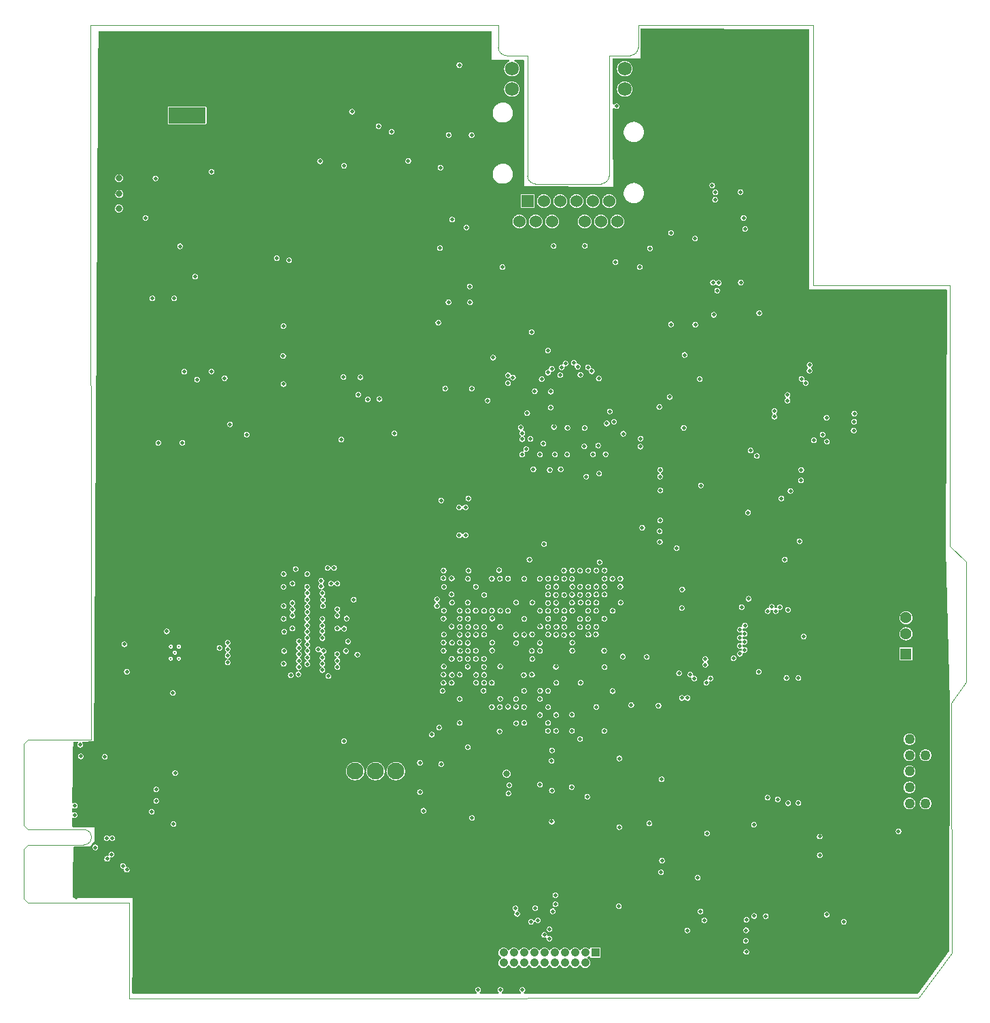
<source format=gbr>
G04 #@! TF.GenerationSoftware,KiCad,Pcbnew,(7.0.0)*
G04 #@! TF.CreationDate,2024-09-24T22:27:57+02:00*
G04 #@! TF.ProjectId,FPGA_dev_board,46504741-5f64-4657-965f-626f6172642e,rev?*
G04 #@! TF.SameCoordinates,Original*
G04 #@! TF.FileFunction,Copper,L2,Inr*
G04 #@! TF.FilePolarity,Positive*
%FSLAX46Y46*%
G04 Gerber Fmt 4.6, Leading zero omitted, Abs format (unit mm)*
G04 Created by KiCad (PCBNEW (7.0.0)) date 2024-09-24 22:27:57*
%MOMM*%
%LPD*%
G01*
G04 APERTURE LIST*
G04 #@! TA.AperFunction,ComponentPad*
%ADD10C,4.500000*%
G04 #@! TD*
G04 #@! TA.AperFunction,ComponentPad*
%ADD11C,0.300000*%
G04 #@! TD*
G04 #@! TA.AperFunction,ComponentPad*
%ADD12C,2.100000*%
G04 #@! TD*
G04 #@! TA.AperFunction,ComponentPad*
%ADD13R,1.530000X1.530000*%
G04 #@! TD*
G04 #@! TA.AperFunction,ComponentPad*
%ADD14C,1.530000*%
G04 #@! TD*
G04 #@! TA.AperFunction,ComponentPad*
%ADD15C,1.725000*%
G04 #@! TD*
G04 #@! TA.AperFunction,ComponentPad*
%ADD16R,4.600000X2.000000*%
G04 #@! TD*
G04 #@! TA.AperFunction,ComponentPad*
%ADD17O,4.200000X2.000000*%
G04 #@! TD*
G04 #@! TA.AperFunction,ComponentPad*
%ADD18O,2.000000X4.200000*%
G04 #@! TD*
G04 #@! TA.AperFunction,ComponentPad*
%ADD19R,1.060000X1.060000*%
G04 #@! TD*
G04 #@! TA.AperFunction,ComponentPad*
%ADD20C,1.060000*%
G04 #@! TD*
G04 #@! TA.AperFunction,ComponentPad*
%ADD21C,1.995000*%
G04 #@! TD*
G04 #@! TA.AperFunction,ComponentPad*
%ADD22C,1.270000*%
G04 #@! TD*
G04 #@! TA.AperFunction,ComponentPad*
%ADD23R,1.428000X1.428000*%
G04 #@! TD*
G04 #@! TA.AperFunction,ComponentPad*
%ADD24C,1.428000*%
G04 #@! TD*
G04 #@! TA.AperFunction,ComponentPad*
%ADD25C,3.346000*%
G04 #@! TD*
G04 #@! TA.AperFunction,ComponentPad*
%ADD26C,0.550000*%
G04 #@! TD*
G04 #@! TA.AperFunction,ViaPad*
%ADD27C,0.500000*%
G04 #@! TD*
G04 #@! TA.AperFunction,ViaPad*
%ADD28C,0.800000*%
G04 #@! TD*
G04 #@! TA.AperFunction,Profile*
%ADD29C,0.100000*%
G04 #@! TD*
G04 #@! TA.AperFunction,Profile*
%ADD30C,0.010000*%
G04 #@! TD*
G04 APERTURE END LIST*
D10*
X81640000Y-125240000D03*
D11*
X55420000Y-198590000D03*
X56420000Y-198590000D03*
X55920000Y-197840000D03*
X55420000Y-197090000D03*
X56420000Y-197090000D03*
D12*
X78370000Y-212590000D03*
X80910000Y-212590000D03*
X83450000Y-212590000D03*
D13*
X99833999Y-141559999D03*
D14*
X101866000Y-141560000D03*
X103898000Y-141560000D03*
X105930000Y-141560000D03*
X107962000Y-141560000D03*
X109994000Y-141560000D03*
X98818000Y-144100000D03*
X100850000Y-144100000D03*
X102882000Y-144100000D03*
X106946000Y-144100000D03*
X108978000Y-144100000D03*
X111010000Y-144100000D03*
D15*
X97889000Y-127590000D03*
X97889000Y-125050000D03*
X111939000Y-127590000D03*
X111939000Y-125050000D03*
D12*
X113069000Y-136230000D03*
X96759000Y-134830000D03*
D16*
X57459999Y-130879999D03*
D17*
X57459999Y-124579999D03*
D18*
X52659999Y-127979999D03*
D10*
X56360000Y-233980000D03*
D19*
X108279999Y-235229999D03*
D20*
X108280000Y-236500000D03*
X107010000Y-235230000D03*
X107010000Y-236500000D03*
X105740000Y-235230000D03*
X105740000Y-236500000D03*
X104470000Y-235230000D03*
X104470000Y-236500000D03*
X103200000Y-235230000D03*
X103200000Y-236500000D03*
X101930000Y-235230000D03*
X101930000Y-236500000D03*
X100660000Y-235230000D03*
X100660000Y-236500000D03*
X99390000Y-235230000D03*
X99390000Y-236500000D03*
X98120000Y-235230000D03*
X98120000Y-236500000D03*
X96850000Y-235230000D03*
X96850000Y-236500000D03*
D21*
X143370000Y-174020000D03*
X143370000Y-159520000D03*
X148320000Y-174620000D03*
X148320000Y-158920000D03*
D22*
X149400000Y-216620000D03*
X149400000Y-214620001D03*
X149400000Y-212620000D03*
X149400000Y-210619999D03*
X149400000Y-208620001D03*
X147399999Y-216620000D03*
X147399999Y-214620001D03*
X147399999Y-212620000D03*
X147399999Y-210619999D03*
X147399999Y-208620001D03*
D10*
X145270000Y-234470000D03*
D23*
X146969999Y-197979999D03*
D24*
X146970000Y-195480000D03*
X146970000Y-193480000D03*
X146970000Y-190980000D03*
D25*
X149970000Y-201050000D03*
X149970000Y-187910000D03*
D12*
X78370000Y-216680000D03*
X80910000Y-216680000D03*
X83450000Y-216680000D03*
D10*
X130270000Y-125210000D03*
D26*
X105795000Y-166885000D03*
X105795000Y-168135000D03*
X104545000Y-166885000D03*
X104545000Y-168135000D03*
D27*
X142810000Y-226460000D03*
X121780000Y-135670000D03*
X126780000Y-135670000D03*
X116780000Y-135670000D03*
X123780000Y-132670000D03*
X129780000Y-132670000D03*
X118780000Y-132670000D03*
X72794713Y-181642756D03*
X70794713Y-179642756D03*
X76780000Y-179670000D03*
X79780000Y-179670000D03*
X81780000Y-181670000D03*
X73780000Y-179670000D03*
X75780000Y-181670000D03*
X78780000Y-181670000D03*
X82780000Y-179670000D03*
X142780000Y-196670000D03*
X143780000Y-196670000D03*
X139780000Y-196670000D03*
X138780000Y-196670000D03*
X141780000Y-196670000D03*
X140780000Y-196670000D03*
X141780000Y-193670000D03*
X136780000Y-193670000D03*
X139780000Y-193670000D03*
X142780000Y-193670000D03*
X135780000Y-193670000D03*
X138780000Y-193670000D03*
X134780000Y-193670000D03*
X137780000Y-193670000D03*
X140780000Y-193670000D03*
X143780000Y-193670000D03*
X87780000Y-222670000D03*
X90780000Y-222670000D03*
X80780000Y-224670000D03*
X86780000Y-224670000D03*
X83780000Y-224670000D03*
X84780000Y-222670000D03*
X89821644Y-224669844D03*
X81780000Y-222670000D03*
X92780000Y-224670000D03*
X78780000Y-222670000D03*
X77780000Y-224670000D03*
X75780000Y-222670000D03*
X74821644Y-224669844D03*
X71780000Y-224670000D03*
X68780000Y-224670000D03*
X65780000Y-224670000D03*
X72780000Y-222670000D03*
X69780000Y-222670000D03*
X66780000Y-222670000D03*
X63780000Y-222670000D03*
X58780000Y-178670000D03*
X58780000Y-182670000D03*
X58780000Y-185670000D03*
X58780000Y-188670000D03*
X60780000Y-180670000D03*
X60780000Y-189670000D03*
X60780000Y-186670000D03*
X60780000Y-183670000D03*
X116780000Y-129670000D03*
X126780000Y-129670000D03*
X121780000Y-129670000D03*
X123780000Y-126670000D03*
X118780000Y-126670000D03*
X95407000Y-201600000D03*
X95432000Y-193575000D03*
X99407000Y-195600000D03*
X100382000Y-197625000D03*
X83270000Y-170510000D03*
X96432000Y-203575000D03*
X76650000Y-171260000D03*
X94444500Y-190637500D03*
X96432000Y-199575000D03*
X96432000Y-194625000D03*
X99382000Y-200625000D03*
X97407000Y-192600000D03*
X89070000Y-178860000D03*
X92470000Y-178610000D03*
X98400000Y-203610000D03*
X96307500Y-187560000D03*
X98432000Y-191575000D03*
X98407000Y-195600000D03*
X131070000Y-233680000D03*
X79750000Y-134420000D03*
X46760000Y-120740000D03*
X66910000Y-124690000D03*
X109620000Y-213490000D03*
X92700000Y-120740000D03*
X46660000Y-136900000D03*
X99432000Y-205575000D03*
X146102659Y-239860000D03*
X122984284Y-120810000D03*
X110432000Y-207625000D03*
X102407000Y-201600000D03*
X144060000Y-165540000D03*
X133770000Y-151340000D03*
X58990000Y-165110000D03*
X69502324Y-198512324D03*
X90407000Y-187575000D03*
X102432000Y-203625000D03*
X110420000Y-197590000D03*
X116240000Y-159800000D03*
X123480000Y-145600000D03*
X96432000Y-193650000D03*
X121040000Y-227740000D03*
X91382000Y-207625000D03*
X92950000Y-184560000D03*
X46620000Y-144700000D03*
X96130000Y-157900000D03*
X108210000Y-186790000D03*
X62450000Y-193370000D03*
X43647220Y-215858580D03*
X66105304Y-239860000D03*
X127450000Y-182660000D03*
X125675712Y-120810000D03*
X46550000Y-166690000D03*
X92700000Y-150890000D03*
X46590000Y-155890000D03*
X74810000Y-141680000D03*
X97450000Y-209560000D03*
X59160000Y-196990000D03*
X57829717Y-239860000D03*
X123860233Y-232471734D03*
X126920000Y-219250000D03*
X44930000Y-225790000D03*
X133960000Y-232640000D03*
X87220000Y-120740000D03*
X106432000Y-195600000D03*
X93407000Y-207575000D03*
X89407000Y-205575000D03*
X97407000Y-191600000D03*
X73754500Y-192076088D03*
X134130000Y-198030000D03*
X46690000Y-134030000D03*
X105387500Y-200577500D03*
X95432000Y-187625000D03*
X78950000Y-120740000D03*
X112010000Y-202720000D03*
X93190000Y-181410000D03*
X151280000Y-220730000D03*
X134390000Y-227450000D03*
X104410000Y-196590000D03*
X46570000Y-161290000D03*
X59270000Y-193240000D03*
X104407000Y-197600000D03*
X66770000Y-151900000D03*
X123690000Y-193050000D03*
X136291428Y-153560000D03*
X46590000Y-147570000D03*
X91432000Y-189630000D03*
X104432000Y-189625000D03*
X109382000Y-192575000D03*
X133770000Y-145957140D03*
X89370000Y-169106097D03*
X44620000Y-223000000D03*
X118490000Y-139630000D03*
X112080000Y-220210000D03*
X101130000Y-150490000D03*
X97407000Y-199600000D03*
X95432000Y-203575000D03*
X60020000Y-172550000D03*
X143795712Y-153560000D03*
X96300000Y-160890000D03*
X128220000Y-204900000D03*
X46560000Y-158760000D03*
X117490000Y-161310000D03*
X81820000Y-167550000D03*
X120292856Y-120810000D03*
X92720000Y-161880000D03*
X69440000Y-191230000D03*
X78220000Y-197610000D03*
X151360000Y-180531428D03*
X151330000Y-231620000D03*
X62820000Y-120740000D03*
X141372000Y-213448000D03*
X129580000Y-233690000D03*
X109432000Y-204625000D03*
X46640000Y-142300000D03*
X118517355Y-239860000D03*
X46760000Y-122670000D03*
X126690000Y-190610000D03*
X49630000Y-120740000D03*
X133750000Y-143780000D03*
X68863833Y-239860000D03*
X77470000Y-171810000D03*
X88173536Y-239860000D03*
X94444500Y-189637500D03*
X140450000Y-228330000D03*
X106407000Y-192600000D03*
X100419500Y-187612500D03*
X138180000Y-221610000D03*
X46730000Y-125540000D03*
X116320000Y-171980000D03*
X128070000Y-233690000D03*
X133750000Y-128340000D03*
X98382000Y-200600000D03*
X101966181Y-239860000D03*
X132550000Y-205290000D03*
X132310000Y-239860000D03*
X95432000Y-202600000D03*
X123400000Y-153710000D03*
X135068529Y-239860000D03*
X46520000Y-177990000D03*
X110530000Y-157030000D03*
X116727794Y-197046264D03*
X137510000Y-199400000D03*
X117050000Y-203380000D03*
X58290000Y-152520000D03*
X126070000Y-201210000D03*
X46500000Y-174960000D03*
X90930000Y-217400000D03*
X107483239Y-239860000D03*
X68130000Y-120740000D03*
X128730000Y-144520000D03*
X43717220Y-212328580D03*
X55380000Y-151290000D03*
X130540000Y-209220000D03*
X46410000Y-200050000D03*
X135720000Y-230490000D03*
X151340000Y-165975716D03*
X95850000Y-173840000D03*
X73530000Y-120740000D03*
X114120000Y-197130000D03*
X100407000Y-192600000D03*
X123820233Y-233791734D03*
X151340000Y-158471432D03*
X46670000Y-139430000D03*
X68920000Y-153880000D03*
X106407000Y-202600000D03*
X133750000Y-141088572D03*
X106432000Y-205625000D03*
X75365000Y-190030000D03*
X151360000Y-183032856D03*
X72415000Y-188830000D03*
X124034413Y-239860000D03*
X95410000Y-194600000D03*
X51920000Y-204050000D03*
X66184122Y-202325878D03*
X69440000Y-190455000D03*
X105070000Y-160960000D03*
X144070000Y-164030000D03*
X107432000Y-188625000D03*
X133750000Y-125648572D03*
X105320000Y-154840000D03*
X99432000Y-191625000D03*
X110241768Y-239860000D03*
X98432000Y-188600000D03*
X140585587Y-239860000D03*
X131058568Y-120810000D03*
X52460000Y-197860000D03*
X85415007Y-239860000D03*
X133750000Y-122957140D03*
X151360000Y-175528572D03*
X52900000Y-193730000D03*
X72950000Y-141640000D03*
X99407000Y-201600000D03*
X77139420Y-239860000D03*
X98070000Y-164730000D03*
X126650000Y-153210000D03*
X96290000Y-159530000D03*
X88490500Y-196085522D03*
X73639998Y-167850000D03*
X107419500Y-208612500D03*
X144070000Y-162530000D03*
X98407000Y-194600000D03*
X46540000Y-164160000D03*
X43627220Y-228318580D03*
X114910000Y-120810000D03*
X94500000Y-168040000D03*
X91432000Y-191600000D03*
X133770000Y-133528572D03*
X109382000Y-202575000D03*
X136250000Y-167950000D03*
X133770000Y-130837140D03*
X132060000Y-233810000D03*
X125340000Y-207070000D03*
X102430000Y-199583388D03*
X65690000Y-120740000D03*
X110830000Y-182220000D03*
X100457000Y-207650000D03*
X105330000Y-156450000D03*
X133790000Y-153560000D03*
X60290000Y-120740000D03*
X104724710Y-239860000D03*
X126090000Y-141860000D03*
X63760000Y-147890000D03*
X100432000Y-188625000D03*
X116990000Y-160730000D03*
X93680000Y-174410000D03*
X137330000Y-195840000D03*
X137827058Y-239860000D03*
X46490000Y-180860000D03*
X107444000Y-198611000D03*
X136150000Y-199190000D03*
X99870000Y-175870000D03*
X74380891Y-239860000D03*
X64090000Y-157070000D03*
X133770000Y-136220000D03*
X151300000Y-153560000D03*
X136160000Y-236720000D03*
X133750000Y-231540000D03*
X52160000Y-120740000D03*
X115960000Y-184530000D03*
X62040000Y-164590000D03*
X52312659Y-239860000D03*
X139970000Y-166270000D03*
X133910000Y-200020000D03*
X147220000Y-229230000D03*
X142950000Y-220100000D03*
X104380000Y-186680000D03*
X55071188Y-239860000D03*
X46500000Y-183390000D03*
X98457000Y-198575000D03*
X128367140Y-120810000D03*
X151340000Y-173480000D03*
X147130000Y-223040000D03*
X69490000Y-196830000D03*
X96420000Y-206590000D03*
X129551471Y-239860000D03*
X74760000Y-131930000D03*
X90932065Y-239860000D03*
X76400000Y-120740000D03*
X96420000Y-196560000D03*
X93080000Y-183530000D03*
X90390000Y-197605000D03*
X137200000Y-166250000D03*
X123220000Y-142370000D03*
X124136100Y-199520000D03*
X46390000Y-205450000D03*
X122680000Y-231290000D03*
X60860000Y-193290000D03*
X138500000Y-162670000D03*
X46360000Y-208320000D03*
X98382000Y-199625000D03*
X64079904Y-164357712D03*
X151340000Y-170978572D03*
X46710000Y-130940000D03*
X133750000Y-138397140D03*
X122780000Y-157699000D03*
X46570000Y-152970000D03*
X151340000Y-155970000D03*
X141294284Y-153560000D03*
X146297140Y-153560000D03*
X124350000Y-203210000D03*
X73829500Y-196829500D03*
X144060000Y-170030000D03*
X138792856Y-153560000D03*
X46380000Y-202920000D03*
X55750000Y-141690000D03*
X103382000Y-193625000D03*
X80310000Y-139100000D03*
X64920000Y-141610000D03*
X94540000Y-165510000D03*
X143344116Y-239860000D03*
X91407000Y-187550000D03*
X46530000Y-172090000D03*
X97350000Y-211850000D03*
X57070000Y-202970000D03*
X92670000Y-217180000D03*
X137880000Y-213448000D03*
X123830000Y-231120000D03*
X103070000Y-150520000D03*
X131130000Y-224360000D03*
X69490000Y-200055000D03*
X62010000Y-146930000D03*
X151340000Y-160972860D03*
X132360000Y-208830000D03*
X82656478Y-239860000D03*
X46460000Y-188990000D03*
X55030000Y-120740000D03*
X122880000Y-167970000D03*
X60588246Y-239860000D03*
X101370000Y-189590000D03*
X102650000Y-186340000D03*
X93407000Y-196600000D03*
X148798568Y-153560000D03*
X96340000Y-162320000D03*
X46600000Y-150100000D03*
X104420000Y-171980000D03*
X90390000Y-192590000D03*
X126792942Y-239860000D03*
X65930000Y-150890000D03*
X69860000Y-142730000D03*
X96407000Y-202600000D03*
X58420000Y-202930000D03*
X71000000Y-120740000D03*
X136040000Y-162660000D03*
X92770000Y-129900000D03*
X76165000Y-194030000D03*
X46430000Y-191860000D03*
X90540000Y-169096097D03*
X92720000Y-140860000D03*
X74490000Y-165830002D03*
X100407000Y-202600000D03*
X71622362Y-239860000D03*
X111394500Y-187612500D03*
X53860000Y-168230000D03*
X81820000Y-120740000D03*
X123820233Y-235131734D03*
X97072400Y-219550500D03*
X57420000Y-120740000D03*
X70565000Y-194030000D03*
X95407000Y-199600000D03*
X84350000Y-120740000D03*
X83180000Y-134290000D03*
X151340000Y-168477144D03*
X101382000Y-193625000D03*
X62920000Y-140870000D03*
X46520000Y-169560000D03*
X103407000Y-206600000D03*
X63996200Y-160810000D03*
X69490000Y-188830000D03*
X115758826Y-239860000D03*
X151360000Y-178030000D03*
X114090000Y-202690000D03*
X101230000Y-162290000D03*
X133770000Y-148648572D03*
X63346775Y-239860000D03*
X53890000Y-164350000D03*
X100407000Y-196625000D03*
X112810000Y-159250000D03*
X113000297Y-239860000D03*
X91432000Y-188590000D03*
X109720000Y-150540000D03*
X69490000Y-192830000D03*
X69990000Y-138120000D03*
X77240000Y-188030000D03*
X115630000Y-159140000D03*
X56140000Y-151240000D03*
X59890000Y-200650000D03*
X93110000Y-179300000D03*
X46440000Y-194390000D03*
X133800000Y-223690000D03*
X99394000Y-199586000D03*
X144020000Y-167030000D03*
X79897949Y-239860000D03*
X46470000Y-186260000D03*
X99432000Y-194625000D03*
X107030000Y-150310000D03*
X117710000Y-153629000D03*
X108960000Y-160600000D03*
X112090000Y-213660000D03*
X89830000Y-120740000D03*
X69950000Y-135910000D03*
X121275884Y-239860000D03*
X93430000Y-191590000D03*
X61500000Y-200640000D03*
X138070000Y-235550000D03*
X75750500Y-201725521D03*
X97407000Y-196600000D03*
X92432000Y-190625000D03*
X100840000Y-158540000D03*
X118440000Y-151709000D03*
X109408500Y-194601500D03*
X92407000Y-203600000D03*
X46410000Y-197260000D03*
X46740000Y-128070000D03*
X131450000Y-181940000D03*
X69950000Y-140450000D03*
X73980000Y-133110000D03*
X130520000Y-204290000D03*
X151340000Y-163474288D03*
X117601428Y-120810000D03*
X133750000Y-120810000D03*
X120240000Y-219870000D03*
X128630000Y-200230000D03*
X121370000Y-230090000D03*
X128690000Y-155529000D03*
X108810000Y-186559500D03*
X122190000Y-220360000D03*
X128060000Y-230660000D03*
X101382000Y-196625000D03*
X99400000Y-202580000D03*
X98432500Y-196632500D03*
X127370000Y-191120000D03*
X117700000Y-156919000D03*
X100407000Y-195575000D03*
X101361921Y-188633502D03*
X120730000Y-156959000D03*
X129520000Y-230680000D03*
X100419500Y-198612500D03*
X123030000Y-155729000D03*
X100432000Y-191600000D03*
X132080000Y-200990000D03*
X78760000Y-165680000D03*
X90450000Y-143860000D03*
X58690000Y-163800000D03*
X69410000Y-160860000D03*
D28*
X49000000Y-140660000D03*
D27*
X69450000Y-157130000D03*
X79030000Y-163510000D03*
X122930000Y-151719000D03*
X123190000Y-141380000D03*
X123450000Y-152699000D03*
X69450000Y-164360000D03*
X122840000Y-139620000D03*
X135500000Y-171370000D03*
D28*
X48980000Y-138700000D03*
D27*
X53130000Y-153680000D03*
X76920000Y-163480000D03*
X77980000Y-130410000D03*
X89580000Y-164910000D03*
X57100000Y-162820000D03*
X79950000Y-166270000D03*
X90000000Y-154170000D03*
D28*
X48960000Y-142470000D03*
D27*
X92875000Y-133315000D03*
X58440000Y-150970000D03*
X88950000Y-147420000D03*
X119050000Y-192280000D03*
X111270000Y-219580000D03*
X121850000Y-231200000D03*
X121420000Y-176990000D03*
X137070000Y-168570000D03*
X114120000Y-182270000D03*
X136570000Y-170650000D03*
X103432000Y-201600000D03*
X111280000Y-211020000D03*
X102610000Y-175050000D03*
X106920000Y-172130000D03*
X116340000Y-175890000D03*
X131870000Y-186230000D03*
X106432000Y-191575000D03*
X119400000Y-160730000D03*
X146040000Y-220120000D03*
X103970000Y-174980000D03*
X107166847Y-175888173D03*
X136220000Y-220750000D03*
X131460000Y-178610000D03*
X121290000Y-163740000D03*
X108770000Y-175520000D03*
X102407000Y-206600000D03*
X96725000Y-149790000D03*
X109407000Y-207600000D03*
X119110000Y-189950000D03*
X109432000Y-199625000D03*
X114690000Y-198380000D03*
X121040000Y-225870000D03*
X106394500Y-208587500D03*
X91350000Y-124590000D03*
X102750000Y-165290000D03*
X105330000Y-214590000D03*
X116150000Y-204430000D03*
X101407000Y-192600000D03*
X94890000Y-166410000D03*
X127020000Y-233760000D03*
X137100000Y-230490000D03*
X126510500Y-192160000D03*
X43470000Y-216919080D03*
X113880000Y-172150000D03*
X103369500Y-199587500D03*
X105407000Y-197600000D03*
X106388500Y-187601500D03*
X132580000Y-177660000D03*
X139230000Y-231380000D03*
X97460000Y-215380000D03*
X98432000Y-206625000D03*
X111710000Y-198320000D03*
X101407000Y-203600000D03*
X113810000Y-149780000D03*
X108407000Y-194600000D03*
X137130000Y-171540000D03*
X125490000Y-198540000D03*
X76980000Y-208860000D03*
X84990000Y-136540000D03*
X108407000Y-204600000D03*
X110432000Y-192625000D03*
X109432000Y-190600000D03*
X111760000Y-170550000D03*
X128020000Y-219270000D03*
X109382000Y-197575000D03*
X118700000Y-200410000D03*
X43440000Y-218090000D03*
X103400000Y-188560000D03*
X118420000Y-184800000D03*
X49950000Y-200220000D03*
X110432000Y-202625000D03*
X74000000Y-136590000D03*
X86440000Y-215230000D03*
X105382000Y-205575000D03*
X99800000Y-167990000D03*
X105407000Y-195575000D03*
X89000000Y-137380000D03*
X127080000Y-235140000D03*
X89070000Y-211730000D03*
X88730000Y-156710000D03*
X127070000Y-232440000D03*
X76990000Y-137160000D03*
X136230000Y-223080000D03*
X106432000Y-201575000D03*
X102883485Y-210012077D03*
X103432000Y-192575000D03*
X127100000Y-231120000D03*
X100570000Y-174970000D03*
X133580000Y-200990000D03*
X134230000Y-195830000D03*
X116350000Y-181350000D03*
X49640000Y-196790000D03*
X44200000Y-210760000D03*
X46030000Y-222110000D03*
X47220000Y-210810000D03*
X60500000Y-137890000D03*
X55850000Y-153680000D03*
X68620000Y-148660000D03*
X70160000Y-148930000D03*
X95407000Y-204600000D03*
X62800000Y-169370000D03*
X91407000Y-192600000D03*
X92920000Y-218440000D03*
X94382000Y-202575000D03*
X69465000Y-189630000D03*
X69527500Y-197630000D03*
X94432000Y-194625000D03*
X77215000Y-197630000D03*
X69490000Y-192030000D03*
X53870000Y-171700000D03*
X76165000Y-194830000D03*
X91407000Y-203600000D03*
X75765000Y-187280000D03*
X91407000Y-195600000D03*
X92407000Y-198600000D03*
X78650000Y-198070500D03*
X70565000Y-193230000D03*
X56870000Y-171670000D03*
X89440000Y-189630000D03*
X91407000Y-206600000D03*
X55690000Y-202860000D03*
X69490000Y-199230000D03*
X70565000Y-194830000D03*
X77310000Y-193580000D03*
X92420000Y-209610000D03*
X89390000Y-200580000D03*
X96350000Y-207640000D03*
X61470000Y-197240000D03*
X69490000Y-188030000D03*
X78194479Y-191229500D03*
X64880000Y-170650000D03*
X100075715Y-186239500D03*
X102720000Y-167280000D03*
X109710000Y-169270000D03*
X100350000Y-157880000D03*
X100740000Y-165240000D03*
X98030000Y-163530000D03*
X116250000Y-167200000D03*
X126920000Y-145030000D03*
X102380000Y-160170000D03*
X126740000Y-143640000D03*
X117710000Y-145510000D03*
X101820000Y-171780000D03*
X106950000Y-169840000D03*
X120710000Y-146220000D03*
X100200000Y-171190000D03*
X93400000Y-189610000D03*
X95407000Y-188600000D03*
X97420000Y-163270000D03*
X99432000Y-188625000D03*
X54930000Y-195180000D03*
X69490000Y-193605000D03*
X77480000Y-196450000D03*
X62490000Y-196600000D03*
X62490000Y-199060000D03*
X62490000Y-198190000D03*
X62490000Y-197390000D03*
X92130000Y-183200000D03*
X92432000Y-188625000D03*
X92120000Y-179720000D03*
X49449732Y-224401092D03*
X91340000Y-183190000D03*
X92502000Y-187610000D03*
X91330000Y-179740000D03*
X49944708Y-224896068D03*
X110080000Y-167760000D03*
X117530000Y-165970000D03*
X106990000Y-147120000D03*
X103100000Y-147150000D03*
X108710000Y-163670000D03*
X101600000Y-163740000D03*
X103910853Y-163238917D03*
X106420000Y-163190609D03*
X116370000Y-175040000D03*
X102407000Y-188600000D03*
X104407000Y-188625000D03*
X116390000Y-177600000D03*
X105407000Y-187600000D03*
X116300000Y-182700000D03*
X116320000Y-184020000D03*
X105382000Y-188625000D03*
X102407000Y-189625000D03*
X133710000Y-183940000D03*
X133910000Y-176370000D03*
X104382000Y-187600000D03*
X44137220Y-209318580D03*
X107280000Y-215780000D03*
X102394500Y-202587500D03*
X55960000Y-212850000D03*
X132300000Y-216600000D03*
X131000000Y-216120000D03*
X102419500Y-204612500D03*
X102860000Y-218890000D03*
X55770000Y-219190000D03*
X129720000Y-215910000D03*
X53597220Y-214888580D03*
X97570000Y-214350000D03*
X101420500Y-202593139D03*
X53047220Y-217668580D03*
X102407000Y-193600000D03*
X102870000Y-215030000D03*
X48022386Y-223003414D03*
X94432000Y-192625000D03*
X95407000Y-192600000D03*
X47492054Y-223533746D03*
X96407000Y-188600000D03*
X48137220Y-220958580D03*
X47437220Y-220958580D03*
X97407000Y-188600000D03*
X133580000Y-216570000D03*
X53597220Y-216308580D03*
X101407000Y-205600000D03*
X102840000Y-211330000D03*
X107845269Y-162755984D03*
X105603285Y-161696560D03*
X107364435Y-162275150D03*
X106084119Y-162177394D03*
X97420000Y-164240000D03*
X95570000Y-161060000D03*
X110790000Y-149150000D03*
X115090000Y-147450000D03*
X110910000Y-129730000D03*
X104090487Y-162284697D03*
X104571321Y-161803863D03*
X102867295Y-162446461D03*
X102386461Y-162927295D03*
X119060000Y-203480000D03*
X134960000Y-161980000D03*
X102382000Y-194600000D03*
X121990000Y-199340000D03*
X130587967Y-167719859D03*
X107432000Y-195600000D03*
X108357000Y-195550000D03*
X130587967Y-168419859D03*
X121990000Y-198640000D03*
X127300000Y-180370000D03*
X140540000Y-168020000D03*
X105407000Y-196600000D03*
X140510000Y-169040000D03*
X127630000Y-172650000D03*
X106369500Y-193637500D03*
X140460000Y-170150000D03*
X128400000Y-173320000D03*
X107369500Y-193637500D03*
X105382000Y-207575000D03*
X102590000Y-232300000D03*
X102560000Y-233480000D03*
X103310000Y-229200000D03*
X101930000Y-233020000D03*
X100280000Y-231390000D03*
X102382000Y-207575000D03*
X103320000Y-228060000D03*
X96449123Y-239860000D03*
X99207652Y-239860000D03*
X93690594Y-239860000D03*
X103407000Y-205603000D03*
X103382000Y-207575000D03*
X102980000Y-230070000D03*
X101130000Y-231200000D03*
X98340000Y-229710000D03*
X98550000Y-230400000D03*
X100800000Y-229670000D03*
X101421000Y-194586000D03*
X134950000Y-162680000D03*
X119760000Y-203480000D03*
X122631799Y-201041467D03*
X133954834Y-163694834D03*
X104382000Y-193625000D03*
X104407000Y-194600000D03*
X134485166Y-164225166D03*
X122101467Y-201571799D03*
X92230000Y-144840000D03*
X123650000Y-151750000D03*
X92650000Y-152180000D03*
X92690000Y-154160000D03*
X123230000Y-140450000D03*
X60490000Y-162790000D03*
X90030000Y-133310000D03*
X116550000Y-213630000D03*
X101390000Y-214280000D03*
X115010000Y-219130000D03*
X99432000Y-193625000D03*
X112760000Y-204360000D03*
X81380000Y-166220000D03*
X52280000Y-143650000D03*
X56560000Y-147180000D03*
X126400000Y-151700000D03*
X126360000Y-140420000D03*
X62130000Y-163620000D03*
X53510000Y-138720000D03*
X82910000Y-132920000D03*
X72440000Y-197630000D03*
X95420000Y-197560000D03*
X90415000Y-200605000D03*
X74315000Y-198455000D03*
X93407000Y-198600000D03*
X72440000Y-198430000D03*
X71365000Y-198030000D03*
X94407000Y-199600000D03*
X90407000Y-201600000D03*
X76165000Y-198830000D03*
X95440000Y-196577000D03*
X71365000Y-198830000D03*
X76165000Y-199630000D03*
X92395000Y-199580000D03*
X71365000Y-199630000D03*
X89250000Y-202590000D03*
X94440000Y-200605000D03*
X75040000Y-200760000D03*
X72415000Y-199255000D03*
X94430000Y-198600000D03*
X74315000Y-196030000D03*
X93394500Y-197587500D03*
X89394500Y-201612500D03*
X74315000Y-199230000D03*
X74440000Y-197630500D03*
X89407000Y-199575000D03*
X71290000Y-200520000D03*
X90407000Y-198600000D03*
X74315000Y-200005000D03*
X94432000Y-201600000D03*
X71365000Y-197230000D03*
X94419500Y-195587500D03*
X91415000Y-200555000D03*
X76140000Y-198005000D03*
X91420000Y-198590000D03*
X72440000Y-196830000D03*
X91432000Y-197625000D03*
X77020000Y-194850000D03*
X70360000Y-200650000D03*
X93382500Y-192605000D03*
X71365000Y-196430000D03*
X72390000Y-194430000D03*
X89394500Y-197587500D03*
X72390000Y-195230000D03*
X92432000Y-197600000D03*
X92432000Y-195600000D03*
X72415000Y-196030000D03*
X69540000Y-195230000D03*
X92407000Y-196625000D03*
X108407000Y-189600000D03*
X110610000Y-169050000D03*
X108394500Y-191612500D03*
X107990000Y-173110000D03*
X103382000Y-191625000D03*
X101910000Y-184290000D03*
X107382000Y-192600000D03*
X113920000Y-171160000D03*
X104394500Y-190637500D03*
X104790000Y-173130000D03*
X96432000Y-192625000D03*
X103369500Y-190637500D03*
X103250000Y-173130000D03*
X105394500Y-190612500D03*
X101400000Y-173130000D03*
X105394500Y-191612500D03*
X99160000Y-173150000D03*
X109560000Y-173100000D03*
X106394500Y-189612500D03*
X133930000Y-175050000D03*
X101407000Y-197600000D03*
X105408500Y-189598500D03*
X100400000Y-200590000D03*
X86440000Y-211550000D03*
X88820000Y-207160000D03*
X96407000Y-204600000D03*
X116580000Y-223750000D03*
X107382000Y-194625000D03*
X106382000Y-194650000D03*
X116470000Y-225220000D03*
X119740000Y-232450000D03*
X104382000Y-195625000D03*
X103446000Y-194614000D03*
X111220000Y-229430000D03*
X74360000Y-192030000D03*
X93432000Y-195600000D03*
X91419500Y-193587500D03*
X72415000Y-191230000D03*
X93440000Y-200605000D03*
X74293434Y-194480000D03*
X74293434Y-195180000D03*
X93440000Y-201575500D03*
X74315000Y-193630000D03*
X91419500Y-194612500D03*
X92444500Y-194637500D03*
X70590000Y-192455000D03*
X75370000Y-189230000D03*
X92400000Y-191590000D03*
X89394500Y-193587500D03*
X74315000Y-190430000D03*
X90394500Y-194587500D03*
X74381811Y-191230000D03*
X72440000Y-190430000D03*
X89419500Y-192587500D03*
X89419500Y-195587500D03*
X76160000Y-192420000D03*
X92419500Y-193587500D03*
X70565000Y-191630000D03*
X89394500Y-196587500D03*
X76165000Y-193230000D03*
X72390000Y-193630500D03*
X93432000Y-194625000D03*
X92432000Y-192625000D03*
X70965000Y-187405000D03*
X74940000Y-187280000D03*
X90407000Y-188575000D03*
X74152875Y-188880000D03*
X88557000Y-191200000D03*
X88557000Y-192000000D03*
X74152875Y-189580000D03*
X70570000Y-189230000D03*
X90394500Y-190562500D03*
X89365000Y-188555000D03*
X72390000Y-189630000D03*
X89394500Y-187587500D03*
X72415000Y-188030000D03*
X76170000Y-189230000D03*
X90426000Y-191591000D03*
X120112512Y-200562512D03*
X132215194Y-165717338D03*
X103407000Y-195600000D03*
X132215194Y-166417338D03*
X102432000Y-195575000D03*
X120607488Y-201057488D03*
X102394500Y-191637500D03*
X99670000Y-172470000D03*
X102382000Y-192625000D03*
X97432000Y-204575000D03*
X87930000Y-208050000D03*
X102407000Y-190600000D03*
X98995000Y-169785000D03*
X103120000Y-169700000D03*
X103410000Y-189600000D03*
X98432000Y-204575000D03*
X99407000Y-204600000D03*
X104432000Y-192625000D03*
X99190000Y-171220000D03*
X129760000Y-192650000D03*
X106382000Y-190625000D03*
X99190000Y-170480000D03*
X105407000Y-192600000D03*
X86890000Y-217540000D03*
X81290000Y-132210000D03*
X92900000Y-164930000D03*
X126880000Y-195480000D03*
X111407000Y-189600000D03*
X107407000Y-189625000D03*
X104810000Y-169790000D03*
X119290000Y-169800000D03*
X107394500Y-191612500D03*
X126290000Y-196000000D03*
X109407000Y-189600000D03*
X107432000Y-190625000D03*
X108630000Y-172020000D03*
X108407000Y-190600000D03*
X126870000Y-196470000D03*
X99432000Y-206600000D03*
D28*
X97240000Y-212930000D03*
D27*
X110407000Y-188625000D03*
X126300000Y-194970000D03*
X126910000Y-194460000D03*
X111407000Y-188600000D03*
X109407000Y-193600000D03*
X126300000Y-197970000D03*
X108382000Y-192600000D03*
X126870000Y-197480000D03*
X111432000Y-191600000D03*
X126270000Y-196980000D03*
X109432000Y-188600000D03*
X130260000Y-192130000D03*
X130750000Y-192650000D03*
X109432000Y-187575000D03*
X108407000Y-187575000D03*
X131260000Y-192160000D03*
X107407000Y-187575000D03*
X132270000Y-192490000D03*
X72421858Y-192780000D03*
X90419500Y-196612500D03*
X91407000Y-196575000D03*
X72421858Y-192080000D03*
X73790000Y-197430000D03*
G04 #@! TA.AperFunction,Conductor*
G36*
X134796295Y-120119706D02*
G01*
X134823839Y-120122871D01*
X134849991Y-120132077D01*
X134873444Y-120146864D01*
X134893026Y-120166492D01*
X134907757Y-120189980D01*
X134916900Y-120216154D01*
X134920000Y-120243706D01*
X134920000Y-152550000D01*
X151935721Y-152579782D01*
X151963343Y-152582948D01*
X151989570Y-152592191D01*
X152013077Y-152607046D01*
X152032682Y-152626765D01*
X152047401Y-152650358D01*
X152056492Y-152676637D01*
X152059499Y-152704281D01*
X151930003Y-184889086D01*
X151930003Y-184889132D01*
X151930000Y-184890000D01*
X151930021Y-184890891D01*
X151930022Y-184890912D01*
X152399959Y-204118356D01*
X152399996Y-204121627D01*
X152340078Y-234989400D01*
X152337279Y-235015358D01*
X152329107Y-235040154D01*
X152315924Y-235062690D01*
X148437191Y-240329498D01*
X148417407Y-240350656D01*
X148393255Y-240366647D01*
X148366051Y-240376598D01*
X148337282Y-240379967D01*
X99504432Y-240354997D01*
X99474141Y-240351224D01*
X99445690Y-240340166D01*
X99420802Y-240322493D01*
X99400986Y-240299275D01*
X99387442Y-240271919D01*
X99380992Y-240242084D01*
X99382025Y-240211577D01*
X99390480Y-240182247D01*
X99405844Y-240155871D01*
X99425752Y-240135512D01*
X99426798Y-240134800D01*
X99465307Y-240099069D01*
X99498061Y-240057997D01*
X99524327Y-240012503D01*
X99543520Y-239963601D01*
X99555209Y-239912386D01*
X99559135Y-239860000D01*
X99555209Y-239807614D01*
X99543520Y-239756399D01*
X99524327Y-239707497D01*
X99498061Y-239662003D01*
X99465307Y-239620931D01*
X99426798Y-239585200D01*
X99422973Y-239582592D01*
X99422968Y-239582588D01*
X99387224Y-239558218D01*
X99387221Y-239558216D01*
X99383394Y-239555607D01*
X99378427Y-239553215D01*
X99340243Y-239534826D01*
X99340232Y-239534821D01*
X99336063Y-239532814D01*
X99285864Y-239517329D01*
X99281273Y-239516637D01*
X99238504Y-239510191D01*
X99238501Y-239510190D01*
X99233918Y-239509500D01*
X99181386Y-239509500D01*
X99176803Y-239510190D01*
X99176799Y-239510191D01*
X99134030Y-239516637D01*
X99134027Y-239516637D01*
X99129440Y-239517329D01*
X99125012Y-239518694D01*
X99125007Y-239518696D01*
X99083667Y-239531448D01*
X99083658Y-239531451D01*
X99079241Y-239532814D01*
X99075076Y-239534819D01*
X99075065Y-239534824D01*
X99036096Y-239553591D01*
X99036089Y-239553594D01*
X99031911Y-239555607D01*
X98988506Y-239585200D01*
X98985114Y-239588346D01*
X98985108Y-239588352D01*
X98953398Y-239617775D01*
X98949997Y-239620931D01*
X98947107Y-239624553D01*
X98947104Y-239624558D01*
X98920135Y-239658376D01*
X98917243Y-239662003D01*
X98914924Y-239666019D01*
X98914923Y-239666021D01*
X98893297Y-239703477D01*
X98893292Y-239703486D01*
X98890977Y-239707497D01*
X98889283Y-239711811D01*
X98889281Y-239711817D01*
X98873480Y-239752075D01*
X98873476Y-239752087D01*
X98871784Y-239756399D01*
X98870750Y-239760927D01*
X98870750Y-239760929D01*
X98861128Y-239803085D01*
X98861126Y-239803093D01*
X98860095Y-239807614D01*
X98859748Y-239812232D01*
X98859747Y-239812245D01*
X98856552Y-239854881D01*
X98856169Y-239860000D01*
X98856516Y-239864630D01*
X98859747Y-239907754D01*
X98859748Y-239907765D01*
X98860095Y-239912386D01*
X98871784Y-239963601D01*
X98873477Y-239967915D01*
X98873480Y-239967924D01*
X98889281Y-240008182D01*
X98890977Y-240012503D01*
X98917243Y-240057997D01*
X98949997Y-240099069D01*
X98988506Y-240134800D01*
X98989299Y-240135341D01*
X99009090Y-240155582D01*
X99024454Y-240181972D01*
X99032904Y-240211316D01*
X99033925Y-240241835D01*
X99027458Y-240271679D01*
X99013893Y-240299037D01*
X98994053Y-240322250D01*
X98969142Y-240339911D01*
X98940670Y-240350948D01*
X98910364Y-240354693D01*
X96747671Y-240353587D01*
X96717380Y-240349814D01*
X96688928Y-240338756D01*
X96664040Y-240321082D01*
X96644224Y-240297864D01*
X96630681Y-240270508D01*
X96624231Y-240240673D01*
X96625264Y-240210165D01*
X96633720Y-240180835D01*
X96649084Y-240154459D01*
X96668288Y-240134821D01*
X96668269Y-240134800D01*
X96668269Y-240134799D01*
X96706778Y-240099069D01*
X96739532Y-240057997D01*
X96765798Y-240012503D01*
X96784991Y-239963601D01*
X96796680Y-239912386D01*
X96800606Y-239860000D01*
X96796680Y-239807614D01*
X96784991Y-239756399D01*
X96765798Y-239707497D01*
X96739532Y-239662003D01*
X96706778Y-239620931D01*
X96668269Y-239585200D01*
X96664444Y-239582592D01*
X96664439Y-239582588D01*
X96628695Y-239558218D01*
X96628692Y-239558216D01*
X96624865Y-239555607D01*
X96619898Y-239553215D01*
X96581714Y-239534826D01*
X96581703Y-239534821D01*
X96577534Y-239532814D01*
X96527335Y-239517329D01*
X96522744Y-239516637D01*
X96479975Y-239510191D01*
X96479972Y-239510190D01*
X96475389Y-239509500D01*
X96422857Y-239509500D01*
X96418274Y-239510190D01*
X96418270Y-239510191D01*
X96375501Y-239516637D01*
X96375498Y-239516637D01*
X96370911Y-239517329D01*
X96366483Y-239518694D01*
X96366478Y-239518696D01*
X96325138Y-239531448D01*
X96325129Y-239531451D01*
X96320712Y-239532814D01*
X96316547Y-239534819D01*
X96316536Y-239534824D01*
X96277567Y-239553591D01*
X96277560Y-239553594D01*
X96273382Y-239555607D01*
X96229977Y-239585200D01*
X96226585Y-239588346D01*
X96226579Y-239588352D01*
X96194869Y-239617775D01*
X96191468Y-239620931D01*
X96188578Y-239624553D01*
X96188575Y-239624558D01*
X96161606Y-239658376D01*
X96158714Y-239662003D01*
X96156395Y-239666019D01*
X96156394Y-239666021D01*
X96134768Y-239703477D01*
X96134763Y-239703486D01*
X96132448Y-239707497D01*
X96130754Y-239711811D01*
X96130752Y-239711817D01*
X96114951Y-239752075D01*
X96114947Y-239752087D01*
X96113255Y-239756399D01*
X96112221Y-239760927D01*
X96112221Y-239760929D01*
X96102599Y-239803085D01*
X96102597Y-239803093D01*
X96101566Y-239807614D01*
X96101219Y-239812232D01*
X96101218Y-239812245D01*
X96098023Y-239854881D01*
X96097640Y-239860000D01*
X96097987Y-239864630D01*
X96101218Y-239907754D01*
X96101219Y-239907765D01*
X96101566Y-239912386D01*
X96113255Y-239963601D01*
X96114948Y-239967915D01*
X96114951Y-239967924D01*
X96130752Y-240008182D01*
X96132448Y-240012503D01*
X96158714Y-240057997D01*
X96191468Y-240099069D01*
X96228618Y-240133539D01*
X96228620Y-240133541D01*
X96229977Y-240134800D01*
X96229915Y-240134865D01*
X96248787Y-240154165D01*
X96264153Y-240180554D01*
X96272604Y-240209899D01*
X96273627Y-240240419D01*
X96267160Y-240270264D01*
X96253595Y-240297623D01*
X96233755Y-240320837D01*
X96208844Y-240338498D01*
X96180371Y-240349536D01*
X96150065Y-240353281D01*
X93990909Y-240352177D01*
X93960615Y-240348404D01*
X93932162Y-240337344D01*
X93907273Y-240319667D01*
X93887457Y-240296446D01*
X93873915Y-240269086D01*
X93867467Y-240239247D01*
X93868505Y-240208738D01*
X93876966Y-240179406D01*
X93892336Y-240153031D01*
X93909950Y-240135026D01*
X93909740Y-240134800D01*
X93913146Y-240131640D01*
X93948249Y-240099069D01*
X93981003Y-240057997D01*
X94007269Y-240012503D01*
X94026462Y-239963601D01*
X94038151Y-239912386D01*
X94042077Y-239860000D01*
X94038151Y-239807614D01*
X94026462Y-239756399D01*
X94007269Y-239707497D01*
X93981003Y-239662003D01*
X93948249Y-239620931D01*
X93909740Y-239585200D01*
X93905915Y-239582592D01*
X93905910Y-239582588D01*
X93870166Y-239558218D01*
X93870163Y-239558216D01*
X93866336Y-239555607D01*
X93861369Y-239553215D01*
X93823185Y-239534826D01*
X93823174Y-239534821D01*
X93819005Y-239532814D01*
X93768806Y-239517329D01*
X93764215Y-239516637D01*
X93721446Y-239510191D01*
X93721443Y-239510190D01*
X93716860Y-239509500D01*
X93664328Y-239509500D01*
X93659745Y-239510190D01*
X93659741Y-239510191D01*
X93616972Y-239516637D01*
X93616969Y-239516637D01*
X93612382Y-239517329D01*
X93607954Y-239518694D01*
X93607949Y-239518696D01*
X93566609Y-239531448D01*
X93566600Y-239531451D01*
X93562183Y-239532814D01*
X93558018Y-239534819D01*
X93558007Y-239534824D01*
X93519038Y-239553591D01*
X93519031Y-239553594D01*
X93514853Y-239555607D01*
X93471448Y-239585200D01*
X93468056Y-239588346D01*
X93468050Y-239588352D01*
X93436340Y-239617775D01*
X93432939Y-239620931D01*
X93430049Y-239624553D01*
X93430046Y-239624558D01*
X93403077Y-239658376D01*
X93400185Y-239662003D01*
X93397866Y-239666019D01*
X93397865Y-239666021D01*
X93376239Y-239703477D01*
X93376234Y-239703486D01*
X93373919Y-239707497D01*
X93372225Y-239711811D01*
X93372223Y-239711817D01*
X93356422Y-239752075D01*
X93356418Y-239752087D01*
X93354726Y-239756399D01*
X93353692Y-239760927D01*
X93353692Y-239760929D01*
X93344070Y-239803085D01*
X93344068Y-239803093D01*
X93343037Y-239807614D01*
X93342690Y-239812232D01*
X93342689Y-239812245D01*
X93339494Y-239854881D01*
X93339111Y-239860000D01*
X93339458Y-239864630D01*
X93342689Y-239907754D01*
X93342690Y-239907765D01*
X93343037Y-239912386D01*
X93354726Y-239963601D01*
X93356419Y-239967915D01*
X93356422Y-239967924D01*
X93372223Y-240008182D01*
X93373919Y-240012503D01*
X93400185Y-240057997D01*
X93432939Y-240099069D01*
X93468042Y-240131640D01*
X93471448Y-240134800D01*
X93471197Y-240135070D01*
X93488494Y-240152763D01*
X93503858Y-240179152D01*
X93512306Y-240208496D01*
X93513327Y-240239015D01*
X93506859Y-240268858D01*
X93493293Y-240296216D01*
X93473454Y-240319428D01*
X93448543Y-240337089D01*
X93420071Y-240348126D01*
X93389766Y-240351870D01*
X50744354Y-240330063D01*
X50716713Y-240326929D01*
X50690467Y-240317712D01*
X50666936Y-240302876D01*
X50647304Y-240283168D01*
X50632560Y-240259579D01*
X50623445Y-240233298D01*
X50620418Y-240205651D01*
X50632895Y-236500000D01*
X96218507Y-236500000D01*
X96222478Y-236570705D01*
X96223057Y-236574115D01*
X96223059Y-236574129D01*
X96233757Y-236637094D01*
X96233760Y-236637109D01*
X96234340Y-236640520D01*
X96235298Y-236643847D01*
X96235301Y-236643858D01*
X96252979Y-236705220D01*
X96253944Y-236708569D01*
X96255274Y-236711781D01*
X96255278Y-236711791D01*
X96279706Y-236770766D01*
X96279709Y-236770773D01*
X96281044Y-236773995D01*
X96282729Y-236777043D01*
X96282733Y-236777052D01*
X96313618Y-236832933D01*
X96313623Y-236832942D01*
X96315300Y-236835975D01*
X96317308Y-236838806D01*
X96317310Y-236838808D01*
X96354261Y-236890886D01*
X96356279Y-236893729D01*
X96403467Y-236946533D01*
X96456271Y-236993721D01*
X96514025Y-237034700D01*
X96576005Y-237068956D01*
X96641431Y-237096056D01*
X96709480Y-237115660D01*
X96779295Y-237127522D01*
X96850000Y-237131493D01*
X96920705Y-237127522D01*
X96990520Y-237115660D01*
X97058569Y-237096056D01*
X97123995Y-237068956D01*
X97185975Y-237034700D01*
X97243729Y-236993721D01*
X97296533Y-236946533D01*
X97343721Y-236893729D01*
X97383871Y-236837144D01*
X97403678Y-236815290D01*
X97428086Y-236798732D01*
X97455715Y-236788407D01*
X97485000Y-236784899D01*
X97514285Y-236788407D01*
X97541914Y-236798732D01*
X97566322Y-236815290D01*
X97586129Y-236837144D01*
X97624261Y-236890886D01*
X97624267Y-236890894D01*
X97626279Y-236893729D01*
X97673467Y-236946533D01*
X97726271Y-236993721D01*
X97784025Y-237034700D01*
X97846005Y-237068956D01*
X97911431Y-237096056D01*
X97979480Y-237115660D01*
X98049295Y-237127522D01*
X98120000Y-237131493D01*
X98190705Y-237127522D01*
X98260520Y-237115660D01*
X98328569Y-237096056D01*
X98393995Y-237068956D01*
X98455975Y-237034700D01*
X98513729Y-236993721D01*
X98566533Y-236946533D01*
X98613721Y-236893729D01*
X98653871Y-236837144D01*
X98673678Y-236815290D01*
X98698086Y-236798732D01*
X98725715Y-236788407D01*
X98755000Y-236784899D01*
X98784285Y-236788407D01*
X98811914Y-236798732D01*
X98836322Y-236815290D01*
X98856129Y-236837144D01*
X98894261Y-236890886D01*
X98894267Y-236890894D01*
X98896279Y-236893729D01*
X98943467Y-236946533D01*
X98996271Y-236993721D01*
X99054025Y-237034700D01*
X99116005Y-237068956D01*
X99181431Y-237096056D01*
X99249480Y-237115660D01*
X99319295Y-237127522D01*
X99390000Y-237131493D01*
X99460705Y-237127522D01*
X99530520Y-237115660D01*
X99598569Y-237096056D01*
X99663995Y-237068956D01*
X99725975Y-237034700D01*
X99783729Y-236993721D01*
X99836533Y-236946533D01*
X99883721Y-236893729D01*
X99923871Y-236837144D01*
X99943678Y-236815290D01*
X99968086Y-236798732D01*
X99995715Y-236788407D01*
X100025000Y-236784899D01*
X100054285Y-236788407D01*
X100081914Y-236798732D01*
X100106322Y-236815290D01*
X100126129Y-236837144D01*
X100164261Y-236890886D01*
X100164267Y-236890894D01*
X100166279Y-236893729D01*
X100213467Y-236946533D01*
X100266271Y-236993721D01*
X100324025Y-237034700D01*
X100386005Y-237068956D01*
X100451431Y-237096056D01*
X100519480Y-237115660D01*
X100589295Y-237127522D01*
X100660000Y-237131493D01*
X100730705Y-237127522D01*
X100800520Y-237115660D01*
X100868569Y-237096056D01*
X100933995Y-237068956D01*
X100995975Y-237034700D01*
X101053729Y-236993721D01*
X101106533Y-236946533D01*
X101153721Y-236893729D01*
X101193871Y-236837144D01*
X101213678Y-236815290D01*
X101238086Y-236798732D01*
X101265715Y-236788407D01*
X101295000Y-236784899D01*
X101324285Y-236788407D01*
X101351914Y-236798732D01*
X101376322Y-236815290D01*
X101396129Y-236837144D01*
X101434261Y-236890886D01*
X101434267Y-236890894D01*
X101436279Y-236893729D01*
X101483467Y-236946533D01*
X101536271Y-236993721D01*
X101594025Y-237034700D01*
X101656005Y-237068956D01*
X101721431Y-237096056D01*
X101789480Y-237115660D01*
X101859295Y-237127522D01*
X101930000Y-237131493D01*
X102000705Y-237127522D01*
X102070520Y-237115660D01*
X102138569Y-237096056D01*
X102203995Y-237068956D01*
X102265975Y-237034700D01*
X102323729Y-236993721D01*
X102376533Y-236946533D01*
X102423721Y-236893729D01*
X102463871Y-236837144D01*
X102483678Y-236815290D01*
X102508086Y-236798732D01*
X102535715Y-236788407D01*
X102565000Y-236784899D01*
X102594285Y-236788407D01*
X102621914Y-236798732D01*
X102646322Y-236815290D01*
X102666129Y-236837144D01*
X102704261Y-236890886D01*
X102704267Y-236890894D01*
X102706279Y-236893729D01*
X102753467Y-236946533D01*
X102806271Y-236993721D01*
X102864025Y-237034700D01*
X102926005Y-237068956D01*
X102991431Y-237096056D01*
X103059480Y-237115660D01*
X103129295Y-237127522D01*
X103200000Y-237131493D01*
X103270705Y-237127522D01*
X103340520Y-237115660D01*
X103408569Y-237096056D01*
X103473995Y-237068956D01*
X103535975Y-237034700D01*
X103593729Y-236993721D01*
X103646533Y-236946533D01*
X103693721Y-236893729D01*
X103733871Y-236837144D01*
X103753678Y-236815290D01*
X103778086Y-236798732D01*
X103805715Y-236788407D01*
X103835000Y-236784899D01*
X103864285Y-236788407D01*
X103891914Y-236798732D01*
X103916322Y-236815290D01*
X103936129Y-236837144D01*
X103974261Y-236890886D01*
X103974267Y-236890894D01*
X103976279Y-236893729D01*
X104023467Y-236946533D01*
X104076271Y-236993721D01*
X104134025Y-237034700D01*
X104196005Y-237068956D01*
X104261431Y-237096056D01*
X104329480Y-237115660D01*
X104399295Y-237127522D01*
X104470000Y-237131493D01*
X104540705Y-237127522D01*
X104610520Y-237115660D01*
X104678569Y-237096056D01*
X104743995Y-237068956D01*
X104805975Y-237034700D01*
X104863729Y-236993721D01*
X104916533Y-236946533D01*
X104963721Y-236893729D01*
X105003871Y-236837144D01*
X105023678Y-236815290D01*
X105048086Y-236798732D01*
X105075715Y-236788407D01*
X105105000Y-236784899D01*
X105134285Y-236788407D01*
X105161914Y-236798732D01*
X105186322Y-236815290D01*
X105206129Y-236837144D01*
X105244261Y-236890886D01*
X105244267Y-236890894D01*
X105246279Y-236893729D01*
X105293467Y-236946533D01*
X105346271Y-236993721D01*
X105404025Y-237034700D01*
X105466005Y-237068956D01*
X105531431Y-237096056D01*
X105599480Y-237115660D01*
X105669295Y-237127522D01*
X105740000Y-237131493D01*
X105810705Y-237127522D01*
X105880520Y-237115660D01*
X105948569Y-237096056D01*
X106013995Y-237068956D01*
X106075975Y-237034700D01*
X106133729Y-236993721D01*
X106186533Y-236946533D01*
X106233721Y-236893729D01*
X106273871Y-236837144D01*
X106293678Y-236815290D01*
X106318086Y-236798732D01*
X106345715Y-236788407D01*
X106375000Y-236784899D01*
X106404285Y-236788407D01*
X106431914Y-236798732D01*
X106456322Y-236815290D01*
X106476129Y-236837144D01*
X106514261Y-236890886D01*
X106514267Y-236890894D01*
X106516279Y-236893729D01*
X106563467Y-236946533D01*
X106616271Y-236993721D01*
X106674025Y-237034700D01*
X106736005Y-237068956D01*
X106801431Y-237096056D01*
X106869480Y-237115660D01*
X106939295Y-237127522D01*
X107010000Y-237131493D01*
X107080705Y-237127522D01*
X107150520Y-237115660D01*
X107218569Y-237096056D01*
X107283995Y-237068956D01*
X107345975Y-237034700D01*
X107403729Y-236993721D01*
X107456533Y-236946533D01*
X107503721Y-236893729D01*
X107544700Y-236835975D01*
X107578956Y-236773995D01*
X107606056Y-236708569D01*
X107625660Y-236640520D01*
X107637522Y-236570705D01*
X107641493Y-236500000D01*
X107637522Y-236429295D01*
X107625660Y-236359480D01*
X107606056Y-236291431D01*
X107578956Y-236226005D01*
X107565284Y-236201268D01*
X107546381Y-236167066D01*
X107546378Y-236167062D01*
X107544700Y-236164025D01*
X107503721Y-236106271D01*
X107456533Y-236053467D01*
X107403729Y-236006279D01*
X107400894Y-236004267D01*
X107400886Y-236004261D01*
X107347144Y-235966129D01*
X107325290Y-235946322D01*
X107308732Y-235921914D01*
X107298407Y-235894285D01*
X107294899Y-235865000D01*
X107298407Y-235835715D01*
X107308732Y-235808086D01*
X107325290Y-235783678D01*
X107347144Y-235763871D01*
X107400886Y-235725738D01*
X107403729Y-235723721D01*
X107443474Y-235688203D01*
X107468863Y-235670665D01*
X107497809Y-235659937D01*
X107528509Y-235656693D01*
X107559058Y-235661131D01*
X107587564Y-235672979D01*
X107612260Y-235691501D01*
X107631616Y-235715549D01*
X107644432Y-235743633D01*
X107649125Y-235769650D01*
X107649500Y-235769610D01*
X107649957Y-235773869D01*
X107649958Y-235773875D01*
X107650787Y-235781582D01*
X107660887Y-235808660D01*
X107663539Y-235812202D01*
X107663543Y-235812209D01*
X107673337Y-235825293D01*
X107678205Y-235831795D01*
X107683442Y-235835715D01*
X107697790Y-235846456D01*
X107697793Y-235846458D01*
X107701340Y-235849113D01*
X107728418Y-235859213D01*
X107740390Y-235860500D01*
X108816300Y-235860500D01*
X108819610Y-235860500D01*
X108831582Y-235859213D01*
X108858660Y-235849113D01*
X108881795Y-235831795D01*
X108899113Y-235808660D01*
X108909213Y-235781582D01*
X108910500Y-235769610D01*
X108910500Y-235140000D01*
X126728517Y-235140000D01*
X126728864Y-235144630D01*
X126732095Y-235187754D01*
X126732096Y-235187765D01*
X126732443Y-235192386D01*
X126744132Y-235243601D01*
X126745825Y-235247915D01*
X126745828Y-235247924D01*
X126758456Y-235280098D01*
X126763325Y-235292503D01*
X126789591Y-235337997D01*
X126822345Y-235379069D01*
X126860854Y-235414800D01*
X126904259Y-235444393D01*
X126951589Y-235467186D01*
X127001788Y-235482671D01*
X127053734Y-235490500D01*
X127101629Y-235490500D01*
X127106266Y-235490500D01*
X127158212Y-235482671D01*
X127208411Y-235467186D01*
X127255742Y-235444393D01*
X127299146Y-235414800D01*
X127337655Y-235379069D01*
X127370409Y-235337997D01*
X127396675Y-235292503D01*
X127415868Y-235243601D01*
X127427557Y-235192386D01*
X127431483Y-235140000D01*
X127427557Y-235087614D01*
X127415868Y-235036399D01*
X127396675Y-234987497D01*
X127370409Y-234942003D01*
X127337655Y-234900931D01*
X127299146Y-234865200D01*
X127295321Y-234862592D01*
X127295316Y-234862588D01*
X127259572Y-234838218D01*
X127259569Y-234838216D01*
X127255742Y-234835607D01*
X127250775Y-234833215D01*
X127212591Y-234814826D01*
X127212580Y-234814821D01*
X127208411Y-234812814D01*
X127167072Y-234800062D01*
X127162644Y-234798696D01*
X127162642Y-234798695D01*
X127158212Y-234797329D01*
X127153621Y-234796637D01*
X127110852Y-234790191D01*
X127110849Y-234790190D01*
X127106266Y-234789500D01*
X127053734Y-234789500D01*
X127049151Y-234790190D01*
X127049147Y-234790191D01*
X127006378Y-234796637D01*
X127006375Y-234796637D01*
X127001788Y-234797329D01*
X126997360Y-234798694D01*
X126997355Y-234798696D01*
X126956015Y-234811448D01*
X126956006Y-234811451D01*
X126951589Y-234812814D01*
X126947424Y-234814819D01*
X126947413Y-234814824D01*
X126908444Y-234833591D01*
X126908437Y-234833594D01*
X126904259Y-234835607D01*
X126900426Y-234838220D01*
X126900423Y-234838222D01*
X126899121Y-234839110D01*
X126860854Y-234865200D01*
X126857462Y-234868346D01*
X126857456Y-234868352D01*
X126826510Y-234897066D01*
X126822345Y-234900931D01*
X126819455Y-234904553D01*
X126819452Y-234904558D01*
X126792483Y-234938376D01*
X126789591Y-234942003D01*
X126787272Y-234946019D01*
X126787271Y-234946021D01*
X126765645Y-234983477D01*
X126765640Y-234983486D01*
X126763325Y-234987497D01*
X126761631Y-234991811D01*
X126761629Y-234991817D01*
X126745828Y-235032075D01*
X126745824Y-235032087D01*
X126744132Y-235036399D01*
X126743098Y-235040927D01*
X126743098Y-235040929D01*
X126733476Y-235083085D01*
X126733474Y-235083093D01*
X126732443Y-235087614D01*
X126732096Y-235092232D01*
X126732095Y-235092245D01*
X126732046Y-235092905D01*
X126728517Y-235140000D01*
X108910500Y-235140000D01*
X108910500Y-234690390D01*
X108909213Y-234678418D01*
X108899113Y-234651340D01*
X108881795Y-234628205D01*
X108864557Y-234615301D01*
X108862209Y-234613543D01*
X108862202Y-234613539D01*
X108858660Y-234610887D01*
X108846720Y-234606433D01*
X108838851Y-234603498D01*
X108838848Y-234603497D01*
X108831582Y-234600787D01*
X108823875Y-234599958D01*
X108823869Y-234599957D01*
X108822897Y-234599853D01*
X108822890Y-234599852D01*
X108819610Y-234599500D01*
X107740390Y-234599500D01*
X107737110Y-234599852D01*
X107737102Y-234599853D01*
X107736130Y-234599957D01*
X107736122Y-234599958D01*
X107728418Y-234600787D01*
X107721153Y-234603496D01*
X107721148Y-234603498D01*
X107705490Y-234609339D01*
X107701340Y-234610887D01*
X107697803Y-234613534D01*
X107697790Y-234613543D01*
X107681755Y-234625547D01*
X107681749Y-234625551D01*
X107678205Y-234628205D01*
X107675551Y-234631749D01*
X107675547Y-234631755D01*
X107663543Y-234647790D01*
X107663534Y-234647803D01*
X107660887Y-234651340D01*
X107659339Y-234655489D01*
X107659339Y-234655490D01*
X107653498Y-234671148D01*
X107653496Y-234671153D01*
X107650787Y-234678418D01*
X107649958Y-234686122D01*
X107649957Y-234686130D01*
X107649500Y-234690390D01*
X107649126Y-234690349D01*
X107644431Y-234716368D01*
X107631615Y-234744452D01*
X107612259Y-234768499D01*
X107587563Y-234787021D01*
X107559058Y-234798868D01*
X107528509Y-234803306D01*
X107497810Y-234800062D01*
X107468864Y-234789335D01*
X107443470Y-234771793D01*
X107403729Y-234736279D01*
X107400899Y-234734271D01*
X107400894Y-234734267D01*
X107348808Y-234697310D01*
X107348806Y-234697308D01*
X107345975Y-234695300D01*
X107342942Y-234693623D01*
X107342933Y-234693618D01*
X107287052Y-234662733D01*
X107287043Y-234662729D01*
X107283995Y-234661044D01*
X107280773Y-234659709D01*
X107280766Y-234659706D01*
X107221791Y-234635278D01*
X107221781Y-234635274D01*
X107218569Y-234633944D01*
X107215223Y-234632980D01*
X107215220Y-234632979D01*
X107153858Y-234615301D01*
X107153847Y-234615298D01*
X107150520Y-234614340D01*
X107147109Y-234613760D01*
X107147094Y-234613757D01*
X107084129Y-234603059D01*
X107084115Y-234603057D01*
X107080705Y-234602478D01*
X107077241Y-234602283D01*
X107077237Y-234602283D01*
X107013472Y-234598702D01*
X107010000Y-234598507D01*
X107006528Y-234598702D01*
X106942762Y-234602283D01*
X106942756Y-234602283D01*
X106939295Y-234602478D01*
X106935886Y-234603057D01*
X106935870Y-234603059D01*
X106872905Y-234613757D01*
X106872886Y-234613761D01*
X106869480Y-234614340D01*
X106866156Y-234615297D01*
X106866141Y-234615301D01*
X106804779Y-234632979D01*
X106804771Y-234632981D01*
X106801431Y-234633944D01*
X106798223Y-234635272D01*
X106798208Y-234635278D01*
X106739233Y-234659706D01*
X106739219Y-234659712D01*
X106736005Y-234661044D01*
X106732963Y-234662725D01*
X106732947Y-234662733D01*
X106677066Y-234693618D01*
X106677049Y-234693628D01*
X106674025Y-234695300D01*
X106671201Y-234697303D01*
X106671191Y-234697310D01*
X106619105Y-234734267D01*
X106619091Y-234734277D01*
X106616271Y-234736279D01*
X106613686Y-234738588D01*
X106613676Y-234738597D01*
X106566062Y-234781147D01*
X106566052Y-234781156D01*
X106563467Y-234783467D01*
X106561156Y-234786052D01*
X106561147Y-234786062D01*
X106518597Y-234833676D01*
X106518588Y-234833686D01*
X106516279Y-234836271D01*
X106514270Y-234839102D01*
X106514264Y-234839110D01*
X106476127Y-234892857D01*
X106456319Y-234914711D01*
X106431911Y-234931268D01*
X106404283Y-234941593D01*
X106374998Y-234945100D01*
X106345713Y-234941592D01*
X106318084Y-234931267D01*
X106293676Y-234914709D01*
X106273871Y-234892857D01*
X106233721Y-234836271D01*
X106186533Y-234783467D01*
X106133729Y-234736279D01*
X106130899Y-234734271D01*
X106130894Y-234734267D01*
X106078808Y-234697310D01*
X106078806Y-234697308D01*
X106075975Y-234695300D01*
X106072942Y-234693623D01*
X106072933Y-234693618D01*
X106017052Y-234662733D01*
X106017043Y-234662729D01*
X106013995Y-234661044D01*
X106010773Y-234659709D01*
X106010766Y-234659706D01*
X105951791Y-234635278D01*
X105951781Y-234635274D01*
X105948569Y-234633944D01*
X105945223Y-234632980D01*
X105945220Y-234632979D01*
X105883858Y-234615301D01*
X105883847Y-234615298D01*
X105880520Y-234614340D01*
X105877109Y-234613760D01*
X105877094Y-234613757D01*
X105814129Y-234603059D01*
X105814115Y-234603057D01*
X105810705Y-234602478D01*
X105807241Y-234602283D01*
X105807237Y-234602283D01*
X105743472Y-234598702D01*
X105740000Y-234598507D01*
X105736528Y-234598702D01*
X105672762Y-234602283D01*
X105672756Y-234602283D01*
X105669295Y-234602478D01*
X105665886Y-234603057D01*
X105665870Y-234603059D01*
X105602905Y-234613757D01*
X105602886Y-234613761D01*
X105599480Y-234614340D01*
X105596156Y-234615297D01*
X105596141Y-234615301D01*
X105534779Y-234632979D01*
X105534771Y-234632981D01*
X105531431Y-234633944D01*
X105528223Y-234635272D01*
X105528208Y-234635278D01*
X105469233Y-234659706D01*
X105469219Y-234659712D01*
X105466005Y-234661044D01*
X105462963Y-234662725D01*
X105462947Y-234662733D01*
X105407066Y-234693618D01*
X105407049Y-234693628D01*
X105404025Y-234695300D01*
X105401201Y-234697303D01*
X105401191Y-234697310D01*
X105349105Y-234734267D01*
X105349091Y-234734277D01*
X105346271Y-234736279D01*
X105343686Y-234738588D01*
X105343676Y-234738597D01*
X105296062Y-234781147D01*
X105296052Y-234781156D01*
X105293467Y-234783467D01*
X105291156Y-234786052D01*
X105291147Y-234786062D01*
X105248597Y-234833676D01*
X105248588Y-234833686D01*
X105246279Y-234836271D01*
X105244270Y-234839102D01*
X105244264Y-234839110D01*
X105206127Y-234892857D01*
X105186319Y-234914711D01*
X105161911Y-234931268D01*
X105134283Y-234941593D01*
X105104998Y-234945100D01*
X105075713Y-234941592D01*
X105048084Y-234931267D01*
X105023676Y-234914709D01*
X105003871Y-234892857D01*
X104963721Y-234836271D01*
X104916533Y-234783467D01*
X104863729Y-234736279D01*
X104860899Y-234734271D01*
X104860894Y-234734267D01*
X104808808Y-234697310D01*
X104808806Y-234697308D01*
X104805975Y-234695300D01*
X104802942Y-234693623D01*
X104802933Y-234693618D01*
X104747052Y-234662733D01*
X104747043Y-234662729D01*
X104743995Y-234661044D01*
X104740773Y-234659709D01*
X104740766Y-234659706D01*
X104681791Y-234635278D01*
X104681781Y-234635274D01*
X104678569Y-234633944D01*
X104675223Y-234632980D01*
X104675220Y-234632979D01*
X104613858Y-234615301D01*
X104613847Y-234615298D01*
X104610520Y-234614340D01*
X104607109Y-234613760D01*
X104607094Y-234613757D01*
X104544129Y-234603059D01*
X104544115Y-234603057D01*
X104540705Y-234602478D01*
X104537241Y-234602283D01*
X104537237Y-234602283D01*
X104473472Y-234598702D01*
X104470000Y-234598507D01*
X104466528Y-234598702D01*
X104402762Y-234602283D01*
X104402756Y-234602283D01*
X104399295Y-234602478D01*
X104395886Y-234603057D01*
X104395870Y-234603059D01*
X104332905Y-234613757D01*
X104332886Y-234613761D01*
X104329480Y-234614340D01*
X104326156Y-234615297D01*
X104326141Y-234615301D01*
X104264779Y-234632979D01*
X104264771Y-234632981D01*
X104261431Y-234633944D01*
X104258223Y-234635272D01*
X104258208Y-234635278D01*
X104199233Y-234659706D01*
X104199219Y-234659712D01*
X104196005Y-234661044D01*
X104192963Y-234662725D01*
X104192947Y-234662733D01*
X104137066Y-234693618D01*
X104137049Y-234693628D01*
X104134025Y-234695300D01*
X104131201Y-234697303D01*
X104131191Y-234697310D01*
X104079105Y-234734267D01*
X104079091Y-234734277D01*
X104076271Y-234736279D01*
X104073686Y-234738588D01*
X104073676Y-234738597D01*
X104026062Y-234781147D01*
X104026052Y-234781156D01*
X104023467Y-234783467D01*
X104021156Y-234786052D01*
X104021147Y-234786062D01*
X103978597Y-234833676D01*
X103978588Y-234833686D01*
X103976279Y-234836271D01*
X103974270Y-234839102D01*
X103974264Y-234839110D01*
X103936127Y-234892857D01*
X103916319Y-234914711D01*
X103891911Y-234931268D01*
X103864283Y-234941593D01*
X103834998Y-234945100D01*
X103805713Y-234941592D01*
X103778084Y-234931267D01*
X103753676Y-234914709D01*
X103733871Y-234892857D01*
X103693721Y-234836271D01*
X103646533Y-234783467D01*
X103593729Y-234736279D01*
X103590899Y-234734271D01*
X103590894Y-234734267D01*
X103538808Y-234697310D01*
X103538806Y-234697308D01*
X103535975Y-234695300D01*
X103532942Y-234693623D01*
X103532933Y-234693618D01*
X103477052Y-234662733D01*
X103477043Y-234662729D01*
X103473995Y-234661044D01*
X103470773Y-234659709D01*
X103470766Y-234659706D01*
X103411791Y-234635278D01*
X103411781Y-234635274D01*
X103408569Y-234633944D01*
X103405223Y-234632980D01*
X103405220Y-234632979D01*
X103343858Y-234615301D01*
X103343847Y-234615298D01*
X103340520Y-234614340D01*
X103337109Y-234613760D01*
X103337094Y-234613757D01*
X103274129Y-234603059D01*
X103274115Y-234603057D01*
X103270705Y-234602478D01*
X103267241Y-234602283D01*
X103267237Y-234602283D01*
X103203472Y-234598702D01*
X103200000Y-234598507D01*
X103196528Y-234598702D01*
X103132762Y-234602283D01*
X103132756Y-234602283D01*
X103129295Y-234602478D01*
X103125886Y-234603057D01*
X103125870Y-234603059D01*
X103062905Y-234613757D01*
X103062886Y-234613761D01*
X103059480Y-234614340D01*
X103056156Y-234615297D01*
X103056141Y-234615301D01*
X102994779Y-234632979D01*
X102994771Y-234632981D01*
X102991431Y-234633944D01*
X102988223Y-234635272D01*
X102988208Y-234635278D01*
X102929233Y-234659706D01*
X102929219Y-234659712D01*
X102926005Y-234661044D01*
X102922963Y-234662725D01*
X102922947Y-234662733D01*
X102867066Y-234693618D01*
X102867049Y-234693628D01*
X102864025Y-234695300D01*
X102861201Y-234697303D01*
X102861191Y-234697310D01*
X102809105Y-234734267D01*
X102809091Y-234734277D01*
X102806271Y-234736279D01*
X102803686Y-234738588D01*
X102803676Y-234738597D01*
X102756062Y-234781147D01*
X102756052Y-234781156D01*
X102753467Y-234783467D01*
X102751156Y-234786052D01*
X102751147Y-234786062D01*
X102708597Y-234833676D01*
X102708588Y-234833686D01*
X102706279Y-234836271D01*
X102704270Y-234839102D01*
X102704264Y-234839110D01*
X102666127Y-234892857D01*
X102646319Y-234914711D01*
X102621911Y-234931268D01*
X102594283Y-234941593D01*
X102564998Y-234945100D01*
X102535713Y-234941592D01*
X102508084Y-234931267D01*
X102483676Y-234914709D01*
X102463871Y-234892857D01*
X102423721Y-234836271D01*
X102376533Y-234783467D01*
X102323729Y-234736279D01*
X102320899Y-234734271D01*
X102320894Y-234734267D01*
X102268808Y-234697310D01*
X102268806Y-234697308D01*
X102265975Y-234695300D01*
X102262942Y-234693623D01*
X102262933Y-234693618D01*
X102207052Y-234662733D01*
X102207043Y-234662729D01*
X102203995Y-234661044D01*
X102200773Y-234659709D01*
X102200766Y-234659706D01*
X102141791Y-234635278D01*
X102141781Y-234635274D01*
X102138569Y-234633944D01*
X102135223Y-234632980D01*
X102135220Y-234632979D01*
X102073858Y-234615301D01*
X102073847Y-234615298D01*
X102070520Y-234614340D01*
X102067109Y-234613760D01*
X102067094Y-234613757D01*
X102004129Y-234603059D01*
X102004115Y-234603057D01*
X102000705Y-234602478D01*
X101997241Y-234602283D01*
X101997237Y-234602283D01*
X101933472Y-234598702D01*
X101930000Y-234598507D01*
X101926528Y-234598702D01*
X101862762Y-234602283D01*
X101862756Y-234602283D01*
X101859295Y-234602478D01*
X101855886Y-234603057D01*
X101855870Y-234603059D01*
X101792905Y-234613757D01*
X101792886Y-234613761D01*
X101789480Y-234614340D01*
X101786156Y-234615297D01*
X101786141Y-234615301D01*
X101724779Y-234632979D01*
X101724771Y-234632981D01*
X101721431Y-234633944D01*
X101718223Y-234635272D01*
X101718208Y-234635278D01*
X101659233Y-234659706D01*
X101659219Y-234659712D01*
X101656005Y-234661044D01*
X101652963Y-234662725D01*
X101652947Y-234662733D01*
X101597066Y-234693618D01*
X101597049Y-234693628D01*
X101594025Y-234695300D01*
X101591201Y-234697303D01*
X101591191Y-234697310D01*
X101539105Y-234734267D01*
X101539091Y-234734277D01*
X101536271Y-234736279D01*
X101533686Y-234738588D01*
X101533676Y-234738597D01*
X101486062Y-234781147D01*
X101486052Y-234781156D01*
X101483467Y-234783467D01*
X101481156Y-234786052D01*
X101481147Y-234786062D01*
X101438597Y-234833676D01*
X101438588Y-234833686D01*
X101436279Y-234836271D01*
X101434271Y-234839100D01*
X101434267Y-234839106D01*
X101396129Y-234892856D01*
X101376321Y-234914710D01*
X101351913Y-234931268D01*
X101324285Y-234941592D01*
X101295000Y-234945100D01*
X101265715Y-234941592D01*
X101238087Y-234931268D01*
X101213679Y-234914710D01*
X101193871Y-234892856D01*
X101155735Y-234839110D01*
X101153721Y-234836271D01*
X101106533Y-234783467D01*
X101053729Y-234736279D01*
X101050899Y-234734271D01*
X101050894Y-234734267D01*
X100998808Y-234697310D01*
X100998806Y-234697308D01*
X100995975Y-234695300D01*
X100992942Y-234693623D01*
X100992933Y-234693618D01*
X100937052Y-234662733D01*
X100937043Y-234662729D01*
X100933995Y-234661044D01*
X100930773Y-234659709D01*
X100930766Y-234659706D01*
X100871791Y-234635278D01*
X100871781Y-234635274D01*
X100868569Y-234633944D01*
X100865223Y-234632980D01*
X100865220Y-234632979D01*
X100803858Y-234615301D01*
X100803847Y-234615298D01*
X100800520Y-234614340D01*
X100797109Y-234613760D01*
X100797094Y-234613757D01*
X100734129Y-234603059D01*
X100734115Y-234603057D01*
X100730705Y-234602478D01*
X100727241Y-234602283D01*
X100727237Y-234602283D01*
X100663472Y-234598702D01*
X100660000Y-234598507D01*
X100656528Y-234598702D01*
X100592762Y-234602283D01*
X100592756Y-234602283D01*
X100589295Y-234602478D01*
X100585886Y-234603057D01*
X100585870Y-234603059D01*
X100522905Y-234613757D01*
X100522886Y-234613761D01*
X100519480Y-234614340D01*
X100516156Y-234615297D01*
X100516141Y-234615301D01*
X100454779Y-234632979D01*
X100454771Y-234632981D01*
X100451431Y-234633944D01*
X100448223Y-234635272D01*
X100448208Y-234635278D01*
X100389233Y-234659706D01*
X100389219Y-234659712D01*
X100386005Y-234661044D01*
X100382963Y-234662725D01*
X100382947Y-234662733D01*
X100327066Y-234693618D01*
X100327049Y-234693628D01*
X100324025Y-234695300D01*
X100321201Y-234697303D01*
X100321191Y-234697310D01*
X100269105Y-234734267D01*
X100269091Y-234734277D01*
X100266271Y-234736279D01*
X100263686Y-234738588D01*
X100263676Y-234738597D01*
X100216062Y-234781147D01*
X100216052Y-234781156D01*
X100213467Y-234783467D01*
X100211156Y-234786052D01*
X100211147Y-234786062D01*
X100168597Y-234833676D01*
X100168588Y-234833686D01*
X100166279Y-234836271D01*
X100164271Y-234839100D01*
X100164267Y-234839106D01*
X100126129Y-234892856D01*
X100106321Y-234914710D01*
X100081913Y-234931268D01*
X100054285Y-234941592D01*
X100025000Y-234945100D01*
X99995715Y-234941592D01*
X99968087Y-234931268D01*
X99943679Y-234914710D01*
X99923871Y-234892856D01*
X99885735Y-234839110D01*
X99883721Y-234836271D01*
X99836533Y-234783467D01*
X99783729Y-234736279D01*
X99780899Y-234734271D01*
X99780894Y-234734267D01*
X99728808Y-234697310D01*
X99728806Y-234697308D01*
X99725975Y-234695300D01*
X99722942Y-234693623D01*
X99722933Y-234693618D01*
X99667052Y-234662733D01*
X99667043Y-234662729D01*
X99663995Y-234661044D01*
X99660773Y-234659709D01*
X99660766Y-234659706D01*
X99601791Y-234635278D01*
X99601781Y-234635274D01*
X99598569Y-234633944D01*
X99595223Y-234632980D01*
X99595220Y-234632979D01*
X99533858Y-234615301D01*
X99533847Y-234615298D01*
X99530520Y-234614340D01*
X99527109Y-234613760D01*
X99527094Y-234613757D01*
X99464129Y-234603059D01*
X99464115Y-234603057D01*
X99460705Y-234602478D01*
X99457241Y-234602283D01*
X99457237Y-234602283D01*
X99393472Y-234598702D01*
X99390000Y-234598507D01*
X99386528Y-234598702D01*
X99322762Y-234602283D01*
X99322756Y-234602283D01*
X99319295Y-234602478D01*
X99315886Y-234603057D01*
X99315870Y-234603059D01*
X99252905Y-234613757D01*
X99252886Y-234613761D01*
X99249480Y-234614340D01*
X99246156Y-234615297D01*
X99246141Y-234615301D01*
X99184779Y-234632979D01*
X99184771Y-234632981D01*
X99181431Y-234633944D01*
X99178223Y-234635272D01*
X99178208Y-234635278D01*
X99119233Y-234659706D01*
X99119219Y-234659712D01*
X99116005Y-234661044D01*
X99112963Y-234662725D01*
X99112947Y-234662733D01*
X99057066Y-234693618D01*
X99057049Y-234693628D01*
X99054025Y-234695300D01*
X99051201Y-234697303D01*
X99051191Y-234697310D01*
X98999105Y-234734267D01*
X98999091Y-234734277D01*
X98996271Y-234736279D01*
X98993686Y-234738588D01*
X98993676Y-234738597D01*
X98946062Y-234781147D01*
X98946052Y-234781156D01*
X98943467Y-234783467D01*
X98941156Y-234786052D01*
X98941147Y-234786062D01*
X98898597Y-234833676D01*
X98898588Y-234833686D01*
X98896279Y-234836271D01*
X98894271Y-234839100D01*
X98894267Y-234839106D01*
X98856129Y-234892856D01*
X98836321Y-234914710D01*
X98811913Y-234931268D01*
X98784285Y-234941592D01*
X98755000Y-234945100D01*
X98725715Y-234941592D01*
X98698087Y-234931268D01*
X98673679Y-234914710D01*
X98653871Y-234892856D01*
X98615735Y-234839110D01*
X98613721Y-234836271D01*
X98566533Y-234783467D01*
X98513729Y-234736279D01*
X98510899Y-234734271D01*
X98510894Y-234734267D01*
X98458808Y-234697310D01*
X98458806Y-234697308D01*
X98455975Y-234695300D01*
X98452942Y-234693623D01*
X98452933Y-234693618D01*
X98397052Y-234662733D01*
X98397043Y-234662729D01*
X98393995Y-234661044D01*
X98390773Y-234659709D01*
X98390766Y-234659706D01*
X98331791Y-234635278D01*
X98331781Y-234635274D01*
X98328569Y-234633944D01*
X98325223Y-234632980D01*
X98325220Y-234632979D01*
X98263858Y-234615301D01*
X98263847Y-234615298D01*
X98260520Y-234614340D01*
X98257109Y-234613760D01*
X98257094Y-234613757D01*
X98194129Y-234603059D01*
X98194115Y-234603057D01*
X98190705Y-234602478D01*
X98187241Y-234602283D01*
X98187237Y-234602283D01*
X98123472Y-234598702D01*
X98120000Y-234598507D01*
X98116528Y-234598702D01*
X98052762Y-234602283D01*
X98052756Y-234602283D01*
X98049295Y-234602478D01*
X98045886Y-234603057D01*
X98045870Y-234603059D01*
X97982905Y-234613757D01*
X97982886Y-234613761D01*
X97979480Y-234614340D01*
X97976156Y-234615297D01*
X97976141Y-234615301D01*
X97914779Y-234632979D01*
X97914771Y-234632981D01*
X97911431Y-234633944D01*
X97908223Y-234635272D01*
X97908208Y-234635278D01*
X97849233Y-234659706D01*
X97849219Y-234659712D01*
X97846005Y-234661044D01*
X97842963Y-234662725D01*
X97842947Y-234662733D01*
X97787066Y-234693618D01*
X97787049Y-234693628D01*
X97784025Y-234695300D01*
X97781201Y-234697303D01*
X97781191Y-234697310D01*
X97729105Y-234734267D01*
X97729091Y-234734277D01*
X97726271Y-234736279D01*
X97723686Y-234738588D01*
X97723676Y-234738597D01*
X97676062Y-234781147D01*
X97676052Y-234781156D01*
X97673467Y-234783467D01*
X97671156Y-234786052D01*
X97671147Y-234786062D01*
X97628597Y-234833676D01*
X97628588Y-234833686D01*
X97626279Y-234836271D01*
X97624271Y-234839100D01*
X97624267Y-234839106D01*
X97586129Y-234892856D01*
X97566321Y-234914710D01*
X97541913Y-234931268D01*
X97514285Y-234941592D01*
X97485000Y-234945100D01*
X97455715Y-234941592D01*
X97428087Y-234931268D01*
X97403679Y-234914710D01*
X97383871Y-234892856D01*
X97345735Y-234839110D01*
X97343721Y-234836271D01*
X97296533Y-234783467D01*
X97243729Y-234736279D01*
X97240899Y-234734271D01*
X97240894Y-234734267D01*
X97188808Y-234697310D01*
X97188806Y-234697308D01*
X97185975Y-234695300D01*
X97182942Y-234693623D01*
X97182933Y-234693618D01*
X97127052Y-234662733D01*
X97127043Y-234662729D01*
X97123995Y-234661044D01*
X97120773Y-234659709D01*
X97120766Y-234659706D01*
X97061791Y-234635278D01*
X97061781Y-234635274D01*
X97058569Y-234633944D01*
X97055223Y-234632980D01*
X97055220Y-234632979D01*
X96993858Y-234615301D01*
X96993847Y-234615298D01*
X96990520Y-234614340D01*
X96987109Y-234613760D01*
X96987094Y-234613757D01*
X96924129Y-234603059D01*
X96924115Y-234603057D01*
X96920705Y-234602478D01*
X96917241Y-234602283D01*
X96917237Y-234602283D01*
X96853472Y-234598702D01*
X96850000Y-234598507D01*
X96846528Y-234598702D01*
X96782762Y-234602283D01*
X96782756Y-234602283D01*
X96779295Y-234602478D01*
X96775886Y-234603057D01*
X96775870Y-234603059D01*
X96712905Y-234613757D01*
X96712886Y-234613761D01*
X96709480Y-234614340D01*
X96706156Y-234615297D01*
X96706141Y-234615301D01*
X96644779Y-234632979D01*
X96644771Y-234632981D01*
X96641431Y-234633944D01*
X96638223Y-234635272D01*
X96638208Y-234635278D01*
X96579233Y-234659706D01*
X96579219Y-234659712D01*
X96576005Y-234661044D01*
X96572963Y-234662725D01*
X96572947Y-234662733D01*
X96517066Y-234693618D01*
X96517049Y-234693628D01*
X96514025Y-234695300D01*
X96511201Y-234697303D01*
X96511191Y-234697310D01*
X96459105Y-234734267D01*
X96459091Y-234734277D01*
X96456271Y-234736279D01*
X96453686Y-234738588D01*
X96453676Y-234738597D01*
X96406062Y-234781147D01*
X96406052Y-234781156D01*
X96403467Y-234783467D01*
X96401156Y-234786052D01*
X96401147Y-234786062D01*
X96358597Y-234833676D01*
X96358588Y-234833686D01*
X96356279Y-234836271D01*
X96354277Y-234839091D01*
X96354267Y-234839105D01*
X96317310Y-234891191D01*
X96317303Y-234891201D01*
X96315300Y-234894025D01*
X96313628Y-234897049D01*
X96313618Y-234897066D01*
X96282733Y-234952947D01*
X96282725Y-234952963D01*
X96281044Y-234956005D01*
X96279712Y-234959219D01*
X96279706Y-234959233D01*
X96255278Y-235018208D01*
X96255272Y-235018223D01*
X96253944Y-235021431D01*
X96252981Y-235024771D01*
X96252979Y-235024779D01*
X96235301Y-235086141D01*
X96235297Y-235086156D01*
X96234340Y-235089480D01*
X96233761Y-235092886D01*
X96233757Y-235092905D01*
X96223059Y-235155870D01*
X96223057Y-235155886D01*
X96222478Y-235159295D01*
X96222283Y-235162756D01*
X96222283Y-235162762D01*
X96220365Y-235196914D01*
X96218507Y-235230000D01*
X96218702Y-235233472D01*
X96221774Y-235288182D01*
X96222478Y-235300705D01*
X96223057Y-235304115D01*
X96223059Y-235304129D01*
X96233757Y-235367094D01*
X96233760Y-235367109D01*
X96234340Y-235370520D01*
X96235298Y-235373847D01*
X96235301Y-235373858D01*
X96252979Y-235435220D01*
X96253944Y-235438569D01*
X96255274Y-235441781D01*
X96255278Y-235441791D01*
X96279706Y-235500766D01*
X96279709Y-235500773D01*
X96281044Y-235503995D01*
X96282729Y-235507043D01*
X96282733Y-235507052D01*
X96313618Y-235562933D01*
X96313623Y-235562942D01*
X96315300Y-235565975D01*
X96317308Y-235568806D01*
X96317310Y-235568808D01*
X96354261Y-235620886D01*
X96356279Y-235623729D01*
X96403467Y-235676533D01*
X96456271Y-235723721D01*
X96459114Y-235725738D01*
X96512856Y-235763871D01*
X96534710Y-235783679D01*
X96551268Y-235808087D01*
X96561592Y-235835715D01*
X96565100Y-235865000D01*
X96561592Y-235894285D01*
X96551268Y-235921913D01*
X96534710Y-235946321D01*
X96512856Y-235966129D01*
X96459106Y-236004267D01*
X96459100Y-236004271D01*
X96456271Y-236006279D01*
X96453686Y-236008588D01*
X96453676Y-236008597D01*
X96406062Y-236051147D01*
X96406052Y-236051156D01*
X96403467Y-236053467D01*
X96401156Y-236056052D01*
X96401147Y-236056062D01*
X96358597Y-236103676D01*
X96358588Y-236103686D01*
X96356279Y-236106271D01*
X96354277Y-236109091D01*
X96354267Y-236109105D01*
X96317310Y-236161191D01*
X96317303Y-236161201D01*
X96315300Y-236164025D01*
X96313628Y-236167049D01*
X96313618Y-236167066D01*
X96282733Y-236222947D01*
X96282725Y-236222963D01*
X96281044Y-236226005D01*
X96279712Y-236229219D01*
X96279706Y-236229233D01*
X96255278Y-236288208D01*
X96255272Y-236288223D01*
X96253944Y-236291431D01*
X96252981Y-236294771D01*
X96252979Y-236294779D01*
X96235301Y-236356141D01*
X96235297Y-236356156D01*
X96234340Y-236359480D01*
X96233761Y-236362886D01*
X96233757Y-236362905D01*
X96223059Y-236425870D01*
X96223057Y-236425886D01*
X96222478Y-236429295D01*
X96218507Y-236500000D01*
X50632895Y-236500000D01*
X50644612Y-233020000D01*
X101578517Y-233020000D01*
X101578864Y-233024630D01*
X101582095Y-233067754D01*
X101582096Y-233067765D01*
X101582443Y-233072386D01*
X101583475Y-233076908D01*
X101583476Y-233076914D01*
X101590282Y-233106734D01*
X101594132Y-233123601D01*
X101595825Y-233127915D01*
X101595828Y-233127924D01*
X101605597Y-233152814D01*
X101613325Y-233172503D01*
X101615643Y-233176518D01*
X101615645Y-233176522D01*
X101626458Y-233195250D01*
X101639591Y-233217997D01*
X101672345Y-233259069D01*
X101710854Y-233294800D01*
X101754259Y-233324393D01*
X101801589Y-233347186D01*
X101851788Y-233362671D01*
X101903734Y-233370500D01*
X101951629Y-233370500D01*
X101956266Y-233370500D01*
X102008212Y-233362671D01*
X102030342Y-233355844D01*
X102048460Y-233350256D01*
X102078050Y-233344942D01*
X102108050Y-233346905D01*
X102136695Y-233356030D01*
X102162302Y-233371781D01*
X102183366Y-233393231D01*
X102198649Y-233419120D01*
X102207252Y-233447926D01*
X102208328Y-233470733D01*
X102208864Y-233470733D01*
X102208864Y-233475370D01*
X102208517Y-233480000D01*
X102208864Y-233484630D01*
X102212095Y-233527754D01*
X102212096Y-233527765D01*
X102212443Y-233532386D01*
X102224132Y-233583601D01*
X102225825Y-233587915D01*
X102225828Y-233587924D01*
X102235206Y-233611817D01*
X102243325Y-233632503D01*
X102269591Y-233677997D01*
X102302345Y-233719069D01*
X102340854Y-233754800D01*
X102384259Y-233784393D01*
X102431589Y-233807186D01*
X102481788Y-233822671D01*
X102533734Y-233830500D01*
X102581629Y-233830500D01*
X102586266Y-233830500D01*
X102638212Y-233822671D01*
X102688411Y-233807186D01*
X102735742Y-233784393D01*
X102771519Y-233760000D01*
X126668517Y-233760000D01*
X126668864Y-233764630D01*
X126672095Y-233807754D01*
X126672096Y-233807765D01*
X126672443Y-233812386D01*
X126684132Y-233863601D01*
X126685825Y-233867915D01*
X126685828Y-233867924D01*
X126701629Y-233908182D01*
X126703325Y-233912503D01*
X126729591Y-233957997D01*
X126762345Y-233999069D01*
X126800854Y-234034800D01*
X126844259Y-234064393D01*
X126891589Y-234087186D01*
X126941788Y-234102671D01*
X126993734Y-234110500D01*
X127041629Y-234110500D01*
X127046266Y-234110500D01*
X127098212Y-234102671D01*
X127148411Y-234087186D01*
X127195742Y-234064393D01*
X127239146Y-234034800D01*
X127277655Y-233999069D01*
X127310409Y-233957997D01*
X127336675Y-233912503D01*
X127355868Y-233863601D01*
X127367557Y-233812386D01*
X127371483Y-233760000D01*
X127367557Y-233707614D01*
X127355868Y-233656399D01*
X127336675Y-233607497D01*
X127310409Y-233562003D01*
X127277655Y-233520931D01*
X127239146Y-233485200D01*
X127235321Y-233482592D01*
X127235316Y-233482588D01*
X127199572Y-233458218D01*
X127199569Y-233458216D01*
X127195742Y-233455607D01*
X127190775Y-233453215D01*
X127152591Y-233434826D01*
X127152580Y-233434821D01*
X127148411Y-233432814D01*
X127098212Y-233417329D01*
X127093621Y-233416637D01*
X127050852Y-233410191D01*
X127050849Y-233410190D01*
X127046266Y-233409500D01*
X126993734Y-233409500D01*
X126989151Y-233410190D01*
X126989147Y-233410191D01*
X126946378Y-233416637D01*
X126946375Y-233416637D01*
X126941788Y-233417329D01*
X126937360Y-233418694D01*
X126937355Y-233418696D01*
X126896015Y-233431448D01*
X126896006Y-233431451D01*
X126891589Y-233432814D01*
X126887424Y-233434819D01*
X126887413Y-233434824D01*
X126848444Y-233453591D01*
X126848437Y-233453594D01*
X126844259Y-233455607D01*
X126800854Y-233485200D01*
X126797462Y-233488346D01*
X126797456Y-233488352D01*
X126765746Y-233517775D01*
X126762345Y-233520931D01*
X126759455Y-233524553D01*
X126759452Y-233524558D01*
X126732483Y-233558376D01*
X126729591Y-233562003D01*
X126727272Y-233566019D01*
X126727271Y-233566021D01*
X126705645Y-233603477D01*
X126705640Y-233603486D01*
X126703325Y-233607497D01*
X126701631Y-233611811D01*
X126701629Y-233611817D01*
X126685828Y-233652075D01*
X126685824Y-233652087D01*
X126684132Y-233656399D01*
X126683098Y-233660927D01*
X126683098Y-233660929D01*
X126673476Y-233703085D01*
X126673474Y-233703093D01*
X126672443Y-233707614D01*
X126672096Y-233712232D01*
X126672095Y-233712245D01*
X126669143Y-233751646D01*
X126668517Y-233760000D01*
X102771519Y-233760000D01*
X102779146Y-233754800D01*
X102817655Y-233719069D01*
X102850409Y-233677997D01*
X102876675Y-233632503D01*
X102895868Y-233583601D01*
X102907557Y-233532386D01*
X102911483Y-233480000D01*
X102907557Y-233427614D01*
X102895868Y-233376399D01*
X102876675Y-233327497D01*
X102850409Y-233282003D01*
X102817655Y-233240931D01*
X102779146Y-233205200D01*
X102775321Y-233202592D01*
X102775316Y-233202588D01*
X102739572Y-233178218D01*
X102739569Y-233178216D01*
X102735742Y-233175607D01*
X102720324Y-233168182D01*
X102692591Y-233154826D01*
X102692580Y-233154821D01*
X102688411Y-233152814D01*
X102659702Y-233143958D01*
X102642644Y-233138696D01*
X102642642Y-233138695D01*
X102638212Y-233137329D01*
X102633621Y-233136637D01*
X102590852Y-233130191D01*
X102590849Y-233130190D01*
X102586266Y-233129500D01*
X102533734Y-233129500D01*
X102529151Y-233130190D01*
X102529147Y-233130191D01*
X102486378Y-233136637D01*
X102486375Y-233136637D01*
X102481788Y-233137329D01*
X102477360Y-233138694D01*
X102477342Y-233138699D01*
X102441535Y-233149744D01*
X102411937Y-233155058D01*
X102381930Y-233153091D01*
X102353279Y-233143958D01*
X102327670Y-233128196D01*
X102306607Y-233106734D01*
X102291330Y-233080832D01*
X102282737Y-233052015D01*
X102281675Y-233029267D01*
X102281136Y-233029267D01*
X102281136Y-233024630D01*
X102281483Y-233020000D01*
X102277557Y-232967614D01*
X102265868Y-232916399D01*
X102246675Y-232867497D01*
X102220409Y-232822003D01*
X102187655Y-232780931D01*
X102149146Y-232745200D01*
X102145321Y-232742592D01*
X102145316Y-232742588D01*
X102109572Y-232718218D01*
X102109569Y-232718216D01*
X102105742Y-232715607D01*
X102097517Y-232711646D01*
X102062591Y-232694826D01*
X102062580Y-232694821D01*
X102058411Y-232692814D01*
X102008212Y-232677329D01*
X102003621Y-232676637D01*
X101960852Y-232670191D01*
X101960849Y-232670190D01*
X101956266Y-232669500D01*
X101903734Y-232669500D01*
X101899151Y-232670190D01*
X101899147Y-232670191D01*
X101856378Y-232676637D01*
X101856375Y-232676637D01*
X101851788Y-232677329D01*
X101847360Y-232678694D01*
X101847355Y-232678696D01*
X101806015Y-232691448D01*
X101806006Y-232691451D01*
X101801589Y-232692814D01*
X101797424Y-232694819D01*
X101797413Y-232694824D01*
X101758444Y-232713591D01*
X101758437Y-232713594D01*
X101754259Y-232715607D01*
X101750426Y-232718220D01*
X101750423Y-232718222D01*
X101715869Y-232741781D01*
X101710854Y-232745200D01*
X101707462Y-232748346D01*
X101707456Y-232748352D01*
X101676381Y-232777186D01*
X101672345Y-232780931D01*
X101669455Y-232784553D01*
X101669452Y-232784558D01*
X101657291Y-232799808D01*
X101639591Y-232822003D01*
X101637272Y-232826019D01*
X101637271Y-232826021D01*
X101615645Y-232863477D01*
X101615640Y-232863486D01*
X101613325Y-232867497D01*
X101611631Y-232871811D01*
X101611629Y-232871817D01*
X101595828Y-232912075D01*
X101595824Y-232912087D01*
X101594132Y-232916399D01*
X101593098Y-232920927D01*
X101593098Y-232920929D01*
X101583476Y-232963085D01*
X101583474Y-232963093D01*
X101582443Y-232967614D01*
X101582096Y-232972232D01*
X101582095Y-232972245D01*
X101578900Y-233014881D01*
X101578517Y-233020000D01*
X50644612Y-233020000D01*
X50647036Y-232300000D01*
X102238517Y-232300000D01*
X102238864Y-232304630D01*
X102242095Y-232347754D01*
X102242096Y-232347765D01*
X102242443Y-232352386D01*
X102243475Y-232356908D01*
X102243476Y-232356914D01*
X102250483Y-232387614D01*
X102254132Y-232403601D01*
X102255825Y-232407915D01*
X102255828Y-232407924D01*
X102268418Y-232440000D01*
X102273325Y-232452503D01*
X102299591Y-232497997D01*
X102332345Y-232539069D01*
X102370854Y-232574800D01*
X102414259Y-232604393D01*
X102461589Y-232627186D01*
X102511788Y-232642671D01*
X102563734Y-232650500D01*
X102611629Y-232650500D01*
X102616266Y-232650500D01*
X102668212Y-232642671D01*
X102718411Y-232627186D01*
X102765742Y-232604393D01*
X102809146Y-232574800D01*
X102847655Y-232539069D01*
X102880409Y-232497997D01*
X102906675Y-232452503D01*
X102907657Y-232450000D01*
X119388517Y-232450000D01*
X119388864Y-232454630D01*
X119392095Y-232497754D01*
X119392096Y-232497765D01*
X119392443Y-232502386D01*
X119404132Y-232553601D01*
X119405825Y-232557915D01*
X119405828Y-232557924D01*
X119421629Y-232598182D01*
X119423325Y-232602503D01*
X119449591Y-232647997D01*
X119482345Y-232689069D01*
X119520854Y-232724800D01*
X119564259Y-232754393D01*
X119611589Y-232777186D01*
X119661788Y-232792671D01*
X119713734Y-232800500D01*
X119761629Y-232800500D01*
X119766266Y-232800500D01*
X119818212Y-232792671D01*
X119868411Y-232777186D01*
X119915742Y-232754393D01*
X119959146Y-232724800D01*
X119997655Y-232689069D01*
X120030409Y-232647997D01*
X120056675Y-232602503D01*
X120075868Y-232553601D01*
X120087557Y-232502386D01*
X120091483Y-232450000D01*
X120090734Y-232440000D01*
X126718517Y-232440000D01*
X126718864Y-232444630D01*
X126722095Y-232487754D01*
X126722096Y-232487765D01*
X126722443Y-232492386D01*
X126723475Y-232496908D01*
X126723476Y-232496914D01*
X126724551Y-232501623D01*
X126734132Y-232543601D01*
X126735825Y-232547915D01*
X126735828Y-232547924D01*
X126751629Y-232588182D01*
X126753325Y-232592503D01*
X126755643Y-232596518D01*
X126755645Y-232596522D01*
X126761350Y-232606403D01*
X126779591Y-232637997D01*
X126812345Y-232679069D01*
X126850854Y-232714800D01*
X126894259Y-232744393D01*
X126941589Y-232767186D01*
X126991788Y-232782671D01*
X127043734Y-232790500D01*
X127091629Y-232790500D01*
X127096266Y-232790500D01*
X127148212Y-232782671D01*
X127198411Y-232767186D01*
X127245742Y-232744393D01*
X127289146Y-232714800D01*
X127327655Y-232679069D01*
X127360409Y-232637997D01*
X127386675Y-232592503D01*
X127405868Y-232543601D01*
X127417557Y-232492386D01*
X127421483Y-232440000D01*
X127417557Y-232387614D01*
X127405868Y-232336399D01*
X127386675Y-232287497D01*
X127360409Y-232242003D01*
X127327655Y-232200931D01*
X127289146Y-232165200D01*
X127285321Y-232162592D01*
X127285316Y-232162588D01*
X127249572Y-232138218D01*
X127249569Y-232138216D01*
X127245742Y-232135607D01*
X127240775Y-232133215D01*
X127202591Y-232114826D01*
X127202580Y-232114821D01*
X127198411Y-232112814D01*
X127148212Y-232097329D01*
X127143621Y-232096637D01*
X127100852Y-232090191D01*
X127100849Y-232090190D01*
X127096266Y-232089500D01*
X127043734Y-232089500D01*
X127039151Y-232090190D01*
X127039147Y-232090191D01*
X126996378Y-232096637D01*
X126996375Y-232096637D01*
X126991788Y-232097329D01*
X126987360Y-232098694D01*
X126987355Y-232098696D01*
X126946015Y-232111448D01*
X126946006Y-232111451D01*
X126941589Y-232112814D01*
X126937424Y-232114819D01*
X126937413Y-232114824D01*
X126898444Y-232133591D01*
X126898437Y-232133594D01*
X126894259Y-232135607D01*
X126890426Y-232138220D01*
X126890423Y-232138222D01*
X126875762Y-232148218D01*
X126850854Y-232165200D01*
X126847462Y-232168346D01*
X126847456Y-232168352D01*
X126817229Y-232196399D01*
X126812345Y-232200931D01*
X126809455Y-232204553D01*
X126809452Y-232204558D01*
X126782483Y-232238376D01*
X126779591Y-232242003D01*
X126777272Y-232246019D01*
X126777271Y-232246021D01*
X126755645Y-232283477D01*
X126755640Y-232283486D01*
X126753325Y-232287497D01*
X126751631Y-232291811D01*
X126751629Y-232291817D01*
X126735828Y-232332075D01*
X126735824Y-232332087D01*
X126734132Y-232336399D01*
X126733098Y-232340927D01*
X126733098Y-232340929D01*
X126723476Y-232383085D01*
X126723474Y-232383093D01*
X126722443Y-232387614D01*
X126722096Y-232392232D01*
X126722095Y-232392245D01*
X126718900Y-232434881D01*
X126718517Y-232440000D01*
X120090734Y-232440000D01*
X120087557Y-232397614D01*
X120075868Y-232346399D01*
X120056675Y-232297497D01*
X120030409Y-232252003D01*
X119997655Y-232210931D01*
X119959146Y-232175200D01*
X119955321Y-232172592D01*
X119955316Y-232172588D01*
X119919572Y-232148218D01*
X119919569Y-232148216D01*
X119915742Y-232145607D01*
X119900407Y-232138222D01*
X119872591Y-232124826D01*
X119872580Y-232124821D01*
X119868411Y-232122814D01*
X119831565Y-232111448D01*
X119822644Y-232108696D01*
X119822642Y-232108695D01*
X119818212Y-232107329D01*
X119813621Y-232106637D01*
X119770852Y-232100191D01*
X119770849Y-232100190D01*
X119766266Y-232099500D01*
X119713734Y-232099500D01*
X119709151Y-232100190D01*
X119709147Y-232100191D01*
X119666378Y-232106637D01*
X119666375Y-232106637D01*
X119661788Y-232107329D01*
X119657360Y-232108694D01*
X119657355Y-232108696D01*
X119616015Y-232121448D01*
X119616006Y-232121451D01*
X119611589Y-232122814D01*
X119607424Y-232124819D01*
X119607413Y-232124824D01*
X119568444Y-232143591D01*
X119568437Y-232143594D01*
X119564259Y-232145607D01*
X119560426Y-232148220D01*
X119560423Y-232148222D01*
X119524685Y-232172588D01*
X119520854Y-232175200D01*
X119517462Y-232178346D01*
X119517456Y-232178352D01*
X119493122Y-232200931D01*
X119482345Y-232210931D01*
X119479455Y-232214553D01*
X119479452Y-232214558D01*
X119453091Y-232247614D01*
X119449591Y-232252003D01*
X119447272Y-232256019D01*
X119447271Y-232256021D01*
X119425645Y-232293477D01*
X119425640Y-232293486D01*
X119423325Y-232297497D01*
X119421631Y-232301811D01*
X119421629Y-232301817D01*
X119405828Y-232342075D01*
X119405824Y-232342087D01*
X119404132Y-232346399D01*
X119403098Y-232350927D01*
X119403098Y-232350929D01*
X119393476Y-232393085D01*
X119393474Y-232393093D01*
X119392443Y-232397614D01*
X119392096Y-232402232D01*
X119392095Y-232402245D01*
X119391670Y-232407924D01*
X119388517Y-232450000D01*
X102907657Y-232450000D01*
X102925868Y-232403601D01*
X102937557Y-232352386D01*
X102941483Y-232300000D01*
X102937557Y-232247614D01*
X102925868Y-232196399D01*
X102906675Y-232147497D01*
X102880409Y-232102003D01*
X102847655Y-232060931D01*
X102809146Y-232025200D01*
X102805321Y-232022592D01*
X102805316Y-232022588D01*
X102769572Y-231998218D01*
X102769569Y-231998216D01*
X102765742Y-231995607D01*
X102760775Y-231993215D01*
X102722591Y-231974826D01*
X102722580Y-231974821D01*
X102718411Y-231972814D01*
X102668212Y-231957329D01*
X102663621Y-231956637D01*
X102620852Y-231950191D01*
X102620849Y-231950190D01*
X102616266Y-231949500D01*
X102563734Y-231949500D01*
X102559151Y-231950190D01*
X102559147Y-231950191D01*
X102516378Y-231956637D01*
X102516375Y-231956637D01*
X102511788Y-231957329D01*
X102507360Y-231958694D01*
X102507355Y-231958696D01*
X102466015Y-231971448D01*
X102466006Y-231971451D01*
X102461589Y-231972814D01*
X102457424Y-231974819D01*
X102457413Y-231974824D01*
X102418444Y-231993591D01*
X102418437Y-231993594D01*
X102414259Y-231995607D01*
X102370854Y-232025200D01*
X102367462Y-232028346D01*
X102367456Y-232028352D01*
X102335746Y-232057775D01*
X102332345Y-232060931D01*
X102329455Y-232064553D01*
X102329452Y-232064558D01*
X102303870Y-232096637D01*
X102299591Y-232102003D01*
X102297272Y-232106019D01*
X102297271Y-232106021D01*
X102275645Y-232143477D01*
X102275640Y-232143486D01*
X102273325Y-232147497D01*
X102271631Y-232151811D01*
X102271629Y-232151817D01*
X102255828Y-232192075D01*
X102255824Y-232192087D01*
X102254132Y-232196399D01*
X102253098Y-232200927D01*
X102253098Y-232200929D01*
X102243476Y-232243085D01*
X102243474Y-232243093D01*
X102242443Y-232247614D01*
X102242096Y-232252232D01*
X102242095Y-232252245D01*
X102239755Y-232283477D01*
X102238517Y-232300000D01*
X50647036Y-232300000D01*
X50650100Y-231390000D01*
X99928517Y-231390000D01*
X99928864Y-231394630D01*
X99932095Y-231437754D01*
X99932096Y-231437765D01*
X99932443Y-231442386D01*
X99933475Y-231446908D01*
X99933476Y-231446914D01*
X99939121Y-231471646D01*
X99944132Y-231493601D01*
X99945825Y-231497915D01*
X99945828Y-231497924D01*
X99961629Y-231538182D01*
X99963325Y-231542503D01*
X99965643Y-231546518D01*
X99965645Y-231546522D01*
X99967942Y-231550500D01*
X99989591Y-231587997D01*
X100022345Y-231629069D01*
X100060854Y-231664800D01*
X100104259Y-231694393D01*
X100151589Y-231717186D01*
X100201788Y-231732671D01*
X100253734Y-231740500D01*
X100301629Y-231740500D01*
X100306266Y-231740500D01*
X100358212Y-231732671D01*
X100408411Y-231717186D01*
X100455742Y-231694393D01*
X100499146Y-231664800D01*
X100537655Y-231629069D01*
X100570409Y-231587997D01*
X100596675Y-231542503D01*
X100615868Y-231493601D01*
X100625321Y-231452182D01*
X100635865Y-231423213D01*
X100653236Y-231397733D01*
X100676357Y-231377328D01*
X100703799Y-231363259D01*
X100733863Y-231356397D01*
X100764691Y-231357166D01*
X100794376Y-231365518D01*
X100821082Y-231380937D01*
X100843154Y-231402466D01*
X100858555Y-231421777D01*
X100869451Y-231435441D01*
X100872345Y-231439069D01*
X100910854Y-231474800D01*
X100954259Y-231504393D01*
X101001589Y-231527186D01*
X101051788Y-231542671D01*
X101103734Y-231550500D01*
X101151629Y-231550500D01*
X101156266Y-231550500D01*
X101208212Y-231542671D01*
X101258411Y-231527186D01*
X101305742Y-231504393D01*
X101349146Y-231474800D01*
X101387655Y-231439069D01*
X101420409Y-231397997D01*
X101446675Y-231352503D01*
X101465868Y-231303601D01*
X101477557Y-231252386D01*
X101481483Y-231200000D01*
X121498517Y-231200000D01*
X121498864Y-231204630D01*
X121502095Y-231247754D01*
X121502096Y-231247765D01*
X121502443Y-231252386D01*
X121503475Y-231256908D01*
X121503476Y-231256914D01*
X121508957Y-231280929D01*
X121514132Y-231303601D01*
X121515825Y-231307915D01*
X121515828Y-231307924D01*
X121525374Y-231332245D01*
X121533325Y-231352503D01*
X121559591Y-231397997D01*
X121592345Y-231439069D01*
X121630854Y-231474800D01*
X121674259Y-231504393D01*
X121721589Y-231527186D01*
X121771788Y-231542671D01*
X121823734Y-231550500D01*
X121871629Y-231550500D01*
X121876266Y-231550500D01*
X121928212Y-231542671D01*
X121978411Y-231527186D01*
X122025742Y-231504393D01*
X122069146Y-231474800D01*
X122107655Y-231439069D01*
X122140409Y-231397997D01*
X122166675Y-231352503D01*
X122185868Y-231303601D01*
X122197557Y-231252386D01*
X122201483Y-231200000D01*
X122197557Y-231147614D01*
X122191255Y-231120000D01*
X126748517Y-231120000D01*
X126748864Y-231124630D01*
X126752095Y-231167754D01*
X126752096Y-231167765D01*
X126752443Y-231172386D01*
X126764132Y-231223601D01*
X126765825Y-231227915D01*
X126765828Y-231227924D01*
X126781629Y-231268182D01*
X126783325Y-231272503D01*
X126785643Y-231276518D01*
X126785645Y-231276522D01*
X126788851Y-231282075D01*
X126809591Y-231317997D01*
X126842345Y-231359069D01*
X126880854Y-231394800D01*
X126924259Y-231424393D01*
X126971589Y-231447186D01*
X127021788Y-231462671D01*
X127073734Y-231470500D01*
X127121629Y-231470500D01*
X127126266Y-231470500D01*
X127178212Y-231462671D01*
X127228411Y-231447186D01*
X127275742Y-231424393D01*
X127319146Y-231394800D01*
X127335097Y-231380000D01*
X138878517Y-231380000D01*
X138878864Y-231384630D01*
X138882095Y-231427754D01*
X138882096Y-231427765D01*
X138882443Y-231432386D01*
X138883475Y-231436908D01*
X138883476Y-231436914D01*
X138885821Y-231447186D01*
X138894132Y-231483601D01*
X138895825Y-231487915D01*
X138895828Y-231487924D01*
X138901267Y-231501781D01*
X138913325Y-231532503D01*
X138915643Y-231536518D01*
X138915645Y-231536522D01*
X138926458Y-231555250D01*
X138939591Y-231577997D01*
X138972345Y-231619069D01*
X139010854Y-231654800D01*
X139054259Y-231684393D01*
X139101589Y-231707186D01*
X139151788Y-231722671D01*
X139203734Y-231730500D01*
X139251629Y-231730500D01*
X139256266Y-231730500D01*
X139308212Y-231722671D01*
X139358411Y-231707186D01*
X139405742Y-231684393D01*
X139449146Y-231654800D01*
X139487655Y-231619069D01*
X139520409Y-231577997D01*
X139546675Y-231532503D01*
X139565868Y-231483601D01*
X139577557Y-231432386D01*
X139581483Y-231380000D01*
X139577557Y-231327614D01*
X139565868Y-231276399D01*
X139546675Y-231227497D01*
X139520409Y-231182003D01*
X139487655Y-231140931D01*
X139449146Y-231105200D01*
X139445321Y-231102592D01*
X139445316Y-231102588D01*
X139409572Y-231078218D01*
X139409569Y-231078216D01*
X139405742Y-231075607D01*
X139398761Y-231072245D01*
X139362591Y-231054826D01*
X139362580Y-231054821D01*
X139358411Y-231052814D01*
X139338387Y-231046637D01*
X139312644Y-231038696D01*
X139312642Y-231038695D01*
X139308212Y-231037329D01*
X139303621Y-231036637D01*
X139260852Y-231030191D01*
X139260849Y-231030190D01*
X139256266Y-231029500D01*
X139203734Y-231029500D01*
X139199151Y-231030190D01*
X139199147Y-231030191D01*
X139156378Y-231036637D01*
X139156375Y-231036637D01*
X139151788Y-231037329D01*
X139147360Y-231038694D01*
X139147355Y-231038696D01*
X139106015Y-231051448D01*
X139106006Y-231051451D01*
X139101589Y-231052814D01*
X139097424Y-231054819D01*
X139097413Y-231054824D01*
X139058444Y-231073591D01*
X139058437Y-231073594D01*
X139054259Y-231075607D01*
X139050426Y-231078220D01*
X139050423Y-231078222D01*
X139017118Y-231100929D01*
X139010854Y-231105200D01*
X139007462Y-231108346D01*
X139007456Y-231108352D01*
X138999893Y-231115370D01*
X138972345Y-231140931D01*
X138969455Y-231144553D01*
X138969452Y-231144558D01*
X138950954Y-231167754D01*
X138939591Y-231182003D01*
X138937272Y-231186019D01*
X138937271Y-231186021D01*
X138915645Y-231223477D01*
X138915640Y-231223486D01*
X138913325Y-231227497D01*
X138911631Y-231231811D01*
X138911629Y-231231817D01*
X138895828Y-231272075D01*
X138895824Y-231272087D01*
X138894132Y-231276399D01*
X138893098Y-231280927D01*
X138893098Y-231280929D01*
X138883476Y-231323085D01*
X138883474Y-231323093D01*
X138882443Y-231327614D01*
X138882096Y-231332232D01*
X138882095Y-231332245D01*
X138879602Y-231365518D01*
X138878517Y-231380000D01*
X127335097Y-231380000D01*
X127357655Y-231359069D01*
X127390409Y-231317997D01*
X127416675Y-231272503D01*
X127435868Y-231223601D01*
X127447557Y-231172386D01*
X127451483Y-231120000D01*
X127447557Y-231067614D01*
X127435868Y-231016399D01*
X127416675Y-230967497D01*
X127390409Y-230922003D01*
X127357655Y-230880931D01*
X127319146Y-230845200D01*
X127315321Y-230842592D01*
X127315316Y-230842588D01*
X127279572Y-230818218D01*
X127279569Y-230818216D01*
X127275742Y-230815607D01*
X127260324Y-230808182D01*
X127232591Y-230794826D01*
X127232580Y-230794821D01*
X127228411Y-230792814D01*
X127210199Y-230787196D01*
X127182644Y-230778696D01*
X127182642Y-230778695D01*
X127178212Y-230777329D01*
X127173621Y-230776637D01*
X127130852Y-230770191D01*
X127130849Y-230770190D01*
X127126266Y-230769500D01*
X127073734Y-230769500D01*
X127069151Y-230770190D01*
X127069147Y-230770191D01*
X127026378Y-230776637D01*
X127026375Y-230776637D01*
X127021788Y-230777329D01*
X127017360Y-230778694D01*
X127017355Y-230778696D01*
X126976015Y-230791448D01*
X126976006Y-230791451D01*
X126971589Y-230792814D01*
X126967424Y-230794819D01*
X126967413Y-230794824D01*
X126928444Y-230813591D01*
X126928437Y-230813594D01*
X126924259Y-230815607D01*
X126920426Y-230818220D01*
X126920423Y-230818222D01*
X126884685Y-230842588D01*
X126880854Y-230845200D01*
X126877462Y-230848346D01*
X126877456Y-230848352D01*
X126845746Y-230877775D01*
X126842345Y-230880931D01*
X126839455Y-230884553D01*
X126839452Y-230884558D01*
X126827880Y-230899069D01*
X126809591Y-230922003D01*
X126807272Y-230926019D01*
X126807271Y-230926021D01*
X126785645Y-230963477D01*
X126785640Y-230963486D01*
X126783325Y-230967497D01*
X126781631Y-230971811D01*
X126781629Y-230971817D01*
X126765828Y-231012075D01*
X126765824Y-231012087D01*
X126764132Y-231016399D01*
X126763098Y-231020927D01*
X126763098Y-231020929D01*
X126753476Y-231063085D01*
X126753474Y-231063093D01*
X126752443Y-231067614D01*
X126752096Y-231072232D01*
X126752095Y-231072245D01*
X126749626Y-231105200D01*
X126748517Y-231120000D01*
X122191255Y-231120000D01*
X122185868Y-231096399D01*
X122166675Y-231047497D01*
X122140409Y-231002003D01*
X122107655Y-230960931D01*
X122069146Y-230925200D01*
X122065321Y-230922592D01*
X122065316Y-230922588D01*
X122029572Y-230898218D01*
X122029569Y-230898216D01*
X122025742Y-230895607D01*
X122020775Y-230893215D01*
X121982591Y-230874826D01*
X121982580Y-230874821D01*
X121978411Y-230872814D01*
X121960199Y-230867196D01*
X121932644Y-230858696D01*
X121932642Y-230858695D01*
X121928212Y-230857329D01*
X121923621Y-230856637D01*
X121880852Y-230850191D01*
X121880849Y-230850190D01*
X121876266Y-230849500D01*
X121823734Y-230849500D01*
X121819151Y-230850190D01*
X121819147Y-230850191D01*
X121776378Y-230856637D01*
X121776375Y-230856637D01*
X121771788Y-230857329D01*
X121767360Y-230858694D01*
X121767355Y-230858696D01*
X121726015Y-230871448D01*
X121726006Y-230871451D01*
X121721589Y-230872814D01*
X121717424Y-230874819D01*
X121717413Y-230874824D01*
X121678444Y-230893591D01*
X121678437Y-230893594D01*
X121674259Y-230895607D01*
X121670426Y-230898220D01*
X121670423Y-230898222D01*
X121635543Y-230922003D01*
X121630854Y-230925200D01*
X121627462Y-230928346D01*
X121627456Y-230928352D01*
X121595746Y-230957775D01*
X121592345Y-230960931D01*
X121589455Y-230964553D01*
X121589452Y-230964558D01*
X121570317Y-230988553D01*
X121559591Y-231002003D01*
X121557272Y-231006019D01*
X121557271Y-231006021D01*
X121535645Y-231043477D01*
X121535640Y-231043486D01*
X121533325Y-231047497D01*
X121531631Y-231051811D01*
X121531629Y-231051817D01*
X121515828Y-231092075D01*
X121515824Y-231092087D01*
X121514132Y-231096399D01*
X121513100Y-231100922D01*
X121513098Y-231100929D01*
X121503476Y-231143085D01*
X121503474Y-231143093D01*
X121502443Y-231147614D01*
X121502096Y-231152232D01*
X121502095Y-231152245D01*
X121499388Y-231188376D01*
X121498517Y-231200000D01*
X101481483Y-231200000D01*
X101477557Y-231147614D01*
X101465868Y-231096399D01*
X101446675Y-231047497D01*
X101420409Y-231002003D01*
X101387655Y-230960931D01*
X101349146Y-230925200D01*
X101345321Y-230922592D01*
X101345316Y-230922588D01*
X101309572Y-230898218D01*
X101309569Y-230898216D01*
X101305742Y-230895607D01*
X101300775Y-230893215D01*
X101262591Y-230874826D01*
X101262580Y-230874821D01*
X101258411Y-230872814D01*
X101240199Y-230867196D01*
X101212644Y-230858696D01*
X101212642Y-230858695D01*
X101208212Y-230857329D01*
X101203621Y-230856637D01*
X101160852Y-230850191D01*
X101160849Y-230850190D01*
X101156266Y-230849500D01*
X101103734Y-230849500D01*
X101099151Y-230850190D01*
X101099147Y-230850191D01*
X101056378Y-230856637D01*
X101056375Y-230856637D01*
X101051788Y-230857329D01*
X101047360Y-230858694D01*
X101047355Y-230858696D01*
X101006015Y-230871448D01*
X101006006Y-230871451D01*
X101001589Y-230872814D01*
X100997424Y-230874819D01*
X100997413Y-230874824D01*
X100958444Y-230893591D01*
X100958437Y-230893594D01*
X100954259Y-230895607D01*
X100950426Y-230898220D01*
X100950423Y-230898222D01*
X100915543Y-230922003D01*
X100910854Y-230925200D01*
X100907462Y-230928346D01*
X100907456Y-230928352D01*
X100875746Y-230957775D01*
X100872345Y-230960931D01*
X100869455Y-230964553D01*
X100869452Y-230964558D01*
X100850317Y-230988553D01*
X100839591Y-231002003D01*
X100837272Y-231006019D01*
X100837271Y-231006021D01*
X100815645Y-231043477D01*
X100815640Y-231043486D01*
X100813325Y-231047497D01*
X100811631Y-231051811D01*
X100811629Y-231051817D01*
X100795828Y-231092075D01*
X100795824Y-231092087D01*
X100794132Y-231096399D01*
X100787689Y-231124630D01*
X100784680Y-231137812D01*
X100774133Y-231166789D01*
X100756761Y-231192268D01*
X100733640Y-231212672D01*
X100706198Y-231226740D01*
X100676134Y-231233602D01*
X100645307Y-231232833D01*
X100615622Y-231224481D01*
X100588916Y-231209062D01*
X100566844Y-231187533D01*
X100537655Y-231150931D01*
X100499146Y-231115200D01*
X100495321Y-231112592D01*
X100495316Y-231112588D01*
X100459572Y-231088218D01*
X100459569Y-231088216D01*
X100455742Y-231085607D01*
X100440407Y-231078222D01*
X100412591Y-231064826D01*
X100412580Y-231064821D01*
X100408411Y-231062814D01*
X100371565Y-231051448D01*
X100362644Y-231048696D01*
X100362642Y-231048695D01*
X100358212Y-231047329D01*
X100353621Y-231046637D01*
X100310852Y-231040191D01*
X100310849Y-231040190D01*
X100306266Y-231039500D01*
X100253734Y-231039500D01*
X100249151Y-231040190D01*
X100249147Y-231040191D01*
X100206378Y-231046637D01*
X100206375Y-231046637D01*
X100201788Y-231047329D01*
X100197360Y-231048694D01*
X100197355Y-231048696D01*
X100156015Y-231061448D01*
X100156006Y-231061451D01*
X100151589Y-231062814D01*
X100147424Y-231064819D01*
X100147413Y-231064824D01*
X100108444Y-231083591D01*
X100108437Y-231083594D01*
X100104259Y-231085607D01*
X100100426Y-231088220D01*
X100100423Y-231088222D01*
X100064685Y-231112588D01*
X100060854Y-231115200D01*
X100057462Y-231118346D01*
X100057456Y-231118352D01*
X100033122Y-231140931D01*
X100022345Y-231150931D01*
X100019455Y-231154553D01*
X100019452Y-231154558D01*
X99993158Y-231187530D01*
X99989591Y-231192003D01*
X99987272Y-231196019D01*
X99987271Y-231196021D01*
X99965645Y-231233477D01*
X99965640Y-231233486D01*
X99963325Y-231237497D01*
X99961631Y-231241811D01*
X99961629Y-231241817D01*
X99945828Y-231282075D01*
X99945824Y-231282087D01*
X99944132Y-231286399D01*
X99943098Y-231290927D01*
X99943098Y-231290929D01*
X99933476Y-231333085D01*
X99933474Y-231333093D01*
X99932443Y-231337614D01*
X99932096Y-231342232D01*
X99932095Y-231342245D01*
X99929613Y-231375370D01*
X99928517Y-231390000D01*
X50650100Y-231390000D01*
X50655757Y-229710000D01*
X97988517Y-229710000D01*
X97988864Y-229714630D01*
X97992095Y-229757754D01*
X97992096Y-229757765D01*
X97992443Y-229762386D01*
X97993475Y-229766908D01*
X97993476Y-229766914D01*
X97999932Y-229795200D01*
X98004132Y-229813601D01*
X98005825Y-229817915D01*
X98005828Y-229817924D01*
X98018783Y-229850931D01*
X98023325Y-229862503D01*
X98025643Y-229866518D01*
X98025645Y-229866522D01*
X98036457Y-229885249D01*
X98049591Y-229907997D01*
X98082345Y-229949069D01*
X98120854Y-229984800D01*
X98164259Y-230014393D01*
X98180564Y-230022245D01*
X98203198Y-230033145D01*
X98227740Y-230048749D01*
X98247973Y-230069641D01*
X98262783Y-230094671D01*
X98271355Y-230122462D01*
X98273219Y-230151485D01*
X98268271Y-230180145D01*
X98256784Y-230206863D01*
X98235647Y-230243474D01*
X98235646Y-230243477D01*
X98233325Y-230247497D01*
X98231631Y-230251811D01*
X98231629Y-230251817D01*
X98215828Y-230292075D01*
X98215824Y-230292087D01*
X98214132Y-230296399D01*
X98213098Y-230300927D01*
X98213098Y-230300929D01*
X98203476Y-230343085D01*
X98203474Y-230343093D01*
X98202443Y-230347614D01*
X98202096Y-230352232D01*
X98202095Y-230352245D01*
X98199626Y-230385200D01*
X98198517Y-230400000D01*
X98198864Y-230404630D01*
X98202095Y-230447754D01*
X98202096Y-230447765D01*
X98202443Y-230452386D01*
X98214132Y-230503601D01*
X98215825Y-230507915D01*
X98215828Y-230507924D01*
X98225206Y-230531817D01*
X98233325Y-230552503D01*
X98235643Y-230556518D01*
X98235645Y-230556522D01*
X98244625Y-230572075D01*
X98259591Y-230597997D01*
X98292345Y-230639069D01*
X98330854Y-230674800D01*
X98374259Y-230704393D01*
X98421589Y-230727186D01*
X98471788Y-230742671D01*
X98523734Y-230750500D01*
X98571629Y-230750500D01*
X98576266Y-230750500D01*
X98628212Y-230742671D01*
X98678411Y-230727186D01*
X98725742Y-230704393D01*
X98769146Y-230674800D01*
X98785097Y-230660000D01*
X127708517Y-230660000D01*
X127708864Y-230664630D01*
X127712095Y-230707754D01*
X127712096Y-230707765D01*
X127712443Y-230712386D01*
X127713475Y-230716908D01*
X127713476Y-230716914D01*
X127718041Y-230736914D01*
X127724132Y-230763601D01*
X127725825Y-230767915D01*
X127725828Y-230767924D01*
X127735061Y-230791448D01*
X127743325Y-230812503D01*
X127745643Y-230816518D01*
X127745645Y-230816522D01*
X127746818Y-230818553D01*
X127769591Y-230857997D01*
X127802345Y-230899069D01*
X127840854Y-230934800D01*
X127884259Y-230964393D01*
X127931589Y-230987186D01*
X127981788Y-231002671D01*
X128033734Y-231010500D01*
X128081629Y-231010500D01*
X128086266Y-231010500D01*
X128138212Y-231002671D01*
X128188411Y-230987186D01*
X128235742Y-230964393D01*
X128279146Y-230934800D01*
X128317655Y-230899069D01*
X128350409Y-230857997D01*
X128376675Y-230812503D01*
X128395868Y-230763601D01*
X128407557Y-230712386D01*
X128409984Y-230680000D01*
X129168517Y-230680000D01*
X129168864Y-230684630D01*
X129172095Y-230727754D01*
X129172096Y-230727765D01*
X129172443Y-230732386D01*
X129184132Y-230783601D01*
X129185825Y-230787915D01*
X129185828Y-230787924D01*
X129197053Y-230816522D01*
X129203325Y-230832503D01*
X129205643Y-230836518D01*
X129205645Y-230836522D01*
X129212475Y-230848352D01*
X129229591Y-230877997D01*
X129262345Y-230919069D01*
X129300854Y-230954800D01*
X129344259Y-230984393D01*
X129391589Y-231007186D01*
X129441788Y-231022671D01*
X129493734Y-231030500D01*
X129541629Y-231030500D01*
X129546266Y-231030500D01*
X129598212Y-231022671D01*
X129648411Y-231007186D01*
X129695742Y-230984393D01*
X129739146Y-230954800D01*
X129777655Y-230919069D01*
X129810409Y-230877997D01*
X129836675Y-230832503D01*
X129855868Y-230783601D01*
X129867557Y-230732386D01*
X129871483Y-230680000D01*
X129867557Y-230627614D01*
X129855868Y-230576399D01*
X129836675Y-230527497D01*
X129815026Y-230490000D01*
X136748517Y-230490000D01*
X136748864Y-230494630D01*
X136752095Y-230537754D01*
X136752096Y-230537765D01*
X136752443Y-230542386D01*
X136753475Y-230546908D01*
X136753476Y-230546914D01*
X136754654Y-230552075D01*
X136764132Y-230593601D01*
X136765825Y-230597915D01*
X136765828Y-230597924D01*
X136771449Y-230612245D01*
X136783325Y-230642503D01*
X136809591Y-230687997D01*
X136842345Y-230729069D01*
X136880854Y-230764800D01*
X136924259Y-230794393D01*
X136971589Y-230817186D01*
X137021788Y-230832671D01*
X137073734Y-230840500D01*
X137121629Y-230840500D01*
X137126266Y-230840500D01*
X137178212Y-230832671D01*
X137228411Y-230817186D01*
X137275742Y-230794393D01*
X137319146Y-230764800D01*
X137357655Y-230729069D01*
X137390409Y-230687997D01*
X137416675Y-230642503D01*
X137435868Y-230593601D01*
X137447557Y-230542386D01*
X137451483Y-230490000D01*
X137447557Y-230437614D01*
X137435868Y-230386399D01*
X137416675Y-230337497D01*
X137390409Y-230292003D01*
X137357655Y-230250931D01*
X137319146Y-230215200D01*
X137315321Y-230212592D01*
X137315316Y-230212588D01*
X137279572Y-230188218D01*
X137279569Y-230188216D01*
X137275742Y-230185607D01*
X137259788Y-230177924D01*
X137232591Y-230164826D01*
X137232580Y-230164821D01*
X137228411Y-230162814D01*
X137178212Y-230147329D01*
X137173621Y-230146637D01*
X137130852Y-230140191D01*
X137130849Y-230140190D01*
X137126266Y-230139500D01*
X137073734Y-230139500D01*
X137069151Y-230140190D01*
X137069147Y-230140191D01*
X137026378Y-230146637D01*
X137026375Y-230146637D01*
X137021788Y-230147329D01*
X137017360Y-230148694D01*
X137017355Y-230148696D01*
X136976015Y-230161448D01*
X136976006Y-230161451D01*
X136971589Y-230162814D01*
X136967424Y-230164819D01*
X136967413Y-230164824D01*
X136928444Y-230183591D01*
X136928437Y-230183594D01*
X136924259Y-230185607D01*
X136920426Y-230188220D01*
X136920423Y-230188222D01*
X136912534Y-230193601D01*
X136880854Y-230215200D01*
X136877462Y-230218346D01*
X136877456Y-230218352D01*
X136846046Y-230247497D01*
X136842345Y-230250931D01*
X136839455Y-230254553D01*
X136839452Y-230254558D01*
X136812483Y-230288376D01*
X136809591Y-230292003D01*
X136807272Y-230296019D01*
X136807271Y-230296021D01*
X136785645Y-230333477D01*
X136785640Y-230333486D01*
X136783325Y-230337497D01*
X136781631Y-230341811D01*
X136781629Y-230341817D01*
X136765828Y-230382075D01*
X136765824Y-230382087D01*
X136764132Y-230386399D01*
X136763098Y-230390927D01*
X136763098Y-230390929D01*
X136753476Y-230433085D01*
X136753474Y-230433093D01*
X136752443Y-230437614D01*
X136752096Y-230442232D01*
X136752095Y-230442245D01*
X136750615Y-230462003D01*
X136748517Y-230490000D01*
X129815026Y-230490000D01*
X129810409Y-230482003D01*
X129777655Y-230440931D01*
X129739146Y-230405200D01*
X129735321Y-230402592D01*
X129735316Y-230402588D01*
X129699572Y-230378218D01*
X129699569Y-230378216D01*
X129695742Y-230375607D01*
X129678723Y-230367411D01*
X129652591Y-230354826D01*
X129652580Y-230354821D01*
X129648411Y-230352814D01*
X129598212Y-230337329D01*
X129593621Y-230336637D01*
X129550852Y-230330191D01*
X129550849Y-230330190D01*
X129546266Y-230329500D01*
X129493734Y-230329500D01*
X129489151Y-230330190D01*
X129489147Y-230330191D01*
X129446378Y-230336637D01*
X129446375Y-230336637D01*
X129441788Y-230337329D01*
X129437360Y-230338694D01*
X129437355Y-230338696D01*
X129396015Y-230351448D01*
X129396006Y-230351451D01*
X129391589Y-230352814D01*
X129387424Y-230354819D01*
X129387413Y-230354824D01*
X129348444Y-230373591D01*
X129348437Y-230373594D01*
X129344259Y-230375607D01*
X129340426Y-230378220D01*
X129340423Y-230378222D01*
X129312608Y-230397186D01*
X129300854Y-230405200D01*
X129297462Y-230408346D01*
X129297456Y-230408352D01*
X129271247Y-230432671D01*
X129262345Y-230440931D01*
X129259455Y-230444553D01*
X129259452Y-230444558D01*
X129242336Y-230466021D01*
X129229591Y-230482003D01*
X129227272Y-230486019D01*
X129227271Y-230486021D01*
X129205645Y-230523477D01*
X129205640Y-230523486D01*
X129203325Y-230527497D01*
X129201631Y-230531811D01*
X129201629Y-230531817D01*
X129185828Y-230572075D01*
X129185824Y-230572087D01*
X129184132Y-230576399D01*
X129183098Y-230580927D01*
X129183098Y-230580929D01*
X129173476Y-230623085D01*
X129173474Y-230623093D01*
X129172443Y-230627614D01*
X129172096Y-230632232D01*
X129172095Y-230632245D01*
X129170016Y-230660000D01*
X129168517Y-230680000D01*
X128409984Y-230680000D01*
X128411483Y-230660000D01*
X128407557Y-230607614D01*
X128395868Y-230556399D01*
X128376675Y-230507497D01*
X128350409Y-230462003D01*
X128317655Y-230420931D01*
X128279146Y-230385200D01*
X128275321Y-230382592D01*
X128275316Y-230382588D01*
X128239572Y-230358218D01*
X128239569Y-230358216D01*
X128235742Y-230355607D01*
X128227106Y-230351448D01*
X128192591Y-230334826D01*
X128192580Y-230334821D01*
X128188411Y-230332814D01*
X128138212Y-230317329D01*
X128133621Y-230316637D01*
X128090852Y-230310191D01*
X128090849Y-230310190D01*
X128086266Y-230309500D01*
X128033734Y-230309500D01*
X128029151Y-230310190D01*
X128029147Y-230310191D01*
X127986378Y-230316637D01*
X127986375Y-230316637D01*
X127981788Y-230317329D01*
X127977360Y-230318694D01*
X127977355Y-230318696D01*
X127936015Y-230331448D01*
X127936006Y-230331451D01*
X127931589Y-230332814D01*
X127927424Y-230334819D01*
X127927413Y-230334824D01*
X127888444Y-230353591D01*
X127888437Y-230353594D01*
X127884259Y-230355607D01*
X127880426Y-230358220D01*
X127880423Y-230358222D01*
X127844685Y-230382588D01*
X127840854Y-230385200D01*
X127837462Y-230388346D01*
X127837456Y-230388352D01*
X127806381Y-230417186D01*
X127802345Y-230420931D01*
X127799455Y-230424553D01*
X127799452Y-230424558D01*
X127783503Y-230444558D01*
X127769591Y-230462003D01*
X127767272Y-230466019D01*
X127767271Y-230466021D01*
X127745645Y-230503477D01*
X127745640Y-230503486D01*
X127743325Y-230507497D01*
X127741631Y-230511811D01*
X127741629Y-230511817D01*
X127725828Y-230552075D01*
X127725824Y-230552087D01*
X127724132Y-230556399D01*
X127723098Y-230560927D01*
X127723098Y-230560929D01*
X127713476Y-230603085D01*
X127713474Y-230603093D01*
X127712443Y-230607614D01*
X127712096Y-230612232D01*
X127712095Y-230612245D01*
X127709849Y-230642224D01*
X127708517Y-230660000D01*
X98785097Y-230660000D01*
X98807655Y-230639069D01*
X98840409Y-230597997D01*
X98866675Y-230552503D01*
X98885868Y-230503601D01*
X98897557Y-230452386D01*
X98901483Y-230400000D01*
X98897557Y-230347614D01*
X98885868Y-230296399D01*
X98866675Y-230247497D01*
X98840409Y-230202003D01*
X98807655Y-230160931D01*
X98769146Y-230125200D01*
X98765321Y-230122592D01*
X98765316Y-230122588D01*
X98729572Y-230098218D01*
X98729569Y-230098216D01*
X98725742Y-230095607D01*
X98721566Y-230093596D01*
X98721561Y-230093593D01*
X98686803Y-230076855D01*
X98676021Y-230070000D01*
X102628517Y-230070000D01*
X102628864Y-230074630D01*
X102632095Y-230117754D01*
X102632096Y-230117765D01*
X102632443Y-230122386D01*
X102633475Y-230126908D01*
X102633476Y-230126914D01*
X102637978Y-230146637D01*
X102644132Y-230173601D01*
X102645825Y-230177915D01*
X102645828Y-230177924D01*
X102659434Y-230212590D01*
X102663325Y-230222503D01*
X102689591Y-230267997D01*
X102722345Y-230309069D01*
X102760854Y-230344800D01*
X102804259Y-230374393D01*
X102851589Y-230397186D01*
X102901788Y-230412671D01*
X102953734Y-230420500D01*
X103001629Y-230420500D01*
X103006266Y-230420500D01*
X103058212Y-230412671D01*
X103108411Y-230397186D01*
X103155742Y-230374393D01*
X103199146Y-230344800D01*
X103237655Y-230309069D01*
X103270409Y-230267997D01*
X103296675Y-230222503D01*
X103315868Y-230173601D01*
X103327557Y-230122386D01*
X103329984Y-230090000D01*
X121018517Y-230090000D01*
X121018864Y-230094630D01*
X121022095Y-230137754D01*
X121022096Y-230137765D01*
X121022443Y-230142386D01*
X121023475Y-230146908D01*
X121023476Y-230146914D01*
X121028533Y-230169070D01*
X121034132Y-230193601D01*
X121035825Y-230197915D01*
X121035828Y-230197924D01*
X121045475Y-230222503D01*
X121053325Y-230242503D01*
X121055643Y-230246518D01*
X121055645Y-230246522D01*
X121058191Y-230250931D01*
X121079591Y-230287997D01*
X121112345Y-230329069D01*
X121150854Y-230364800D01*
X121194259Y-230394393D01*
X121241589Y-230417186D01*
X121291788Y-230432671D01*
X121343734Y-230440500D01*
X121391629Y-230440500D01*
X121396266Y-230440500D01*
X121448212Y-230432671D01*
X121498411Y-230417186D01*
X121545742Y-230394393D01*
X121589146Y-230364800D01*
X121627655Y-230329069D01*
X121660409Y-230287997D01*
X121686675Y-230242503D01*
X121705868Y-230193601D01*
X121717557Y-230142386D01*
X121721483Y-230090000D01*
X121717557Y-230037614D01*
X121705868Y-229986399D01*
X121686675Y-229937497D01*
X121660409Y-229892003D01*
X121627655Y-229850931D01*
X121589146Y-229815200D01*
X121585321Y-229812592D01*
X121585316Y-229812588D01*
X121549572Y-229788218D01*
X121549569Y-229788216D01*
X121545742Y-229785607D01*
X121529788Y-229777924D01*
X121502591Y-229764826D01*
X121502580Y-229764821D01*
X121498411Y-229762814D01*
X121448212Y-229747329D01*
X121443621Y-229746637D01*
X121400852Y-229740191D01*
X121400849Y-229740190D01*
X121396266Y-229739500D01*
X121343734Y-229739500D01*
X121339151Y-229740190D01*
X121339147Y-229740191D01*
X121296378Y-229746637D01*
X121296375Y-229746637D01*
X121291788Y-229747329D01*
X121287360Y-229748694D01*
X121287355Y-229748696D01*
X121246015Y-229761448D01*
X121246006Y-229761451D01*
X121241589Y-229762814D01*
X121237424Y-229764819D01*
X121237413Y-229764824D01*
X121198444Y-229783591D01*
X121198437Y-229783594D01*
X121194259Y-229785607D01*
X121190426Y-229788220D01*
X121190423Y-229788222D01*
X121175564Y-229798353D01*
X121150854Y-229815200D01*
X121147462Y-229818346D01*
X121147456Y-229818352D01*
X121115746Y-229847775D01*
X121112345Y-229850931D01*
X121109455Y-229854553D01*
X121109452Y-229854558D01*
X121092336Y-229876021D01*
X121079591Y-229892003D01*
X121077272Y-229896019D01*
X121077271Y-229896021D01*
X121055645Y-229933477D01*
X121055640Y-229933486D01*
X121053325Y-229937497D01*
X121051631Y-229941811D01*
X121051629Y-229941817D01*
X121035828Y-229982075D01*
X121035824Y-229982087D01*
X121034132Y-229986399D01*
X121033098Y-229990927D01*
X121033098Y-229990929D01*
X121023476Y-230033085D01*
X121023474Y-230033093D01*
X121022443Y-230037614D01*
X121022096Y-230042232D01*
X121022095Y-230042245D01*
X121020016Y-230070000D01*
X121018517Y-230090000D01*
X103329984Y-230090000D01*
X103331483Y-230070000D01*
X103327557Y-230017614D01*
X103315868Y-229966399D01*
X103296675Y-229917497D01*
X103270409Y-229872003D01*
X103237655Y-229830931D01*
X103199146Y-229795200D01*
X103185076Y-229785607D01*
X103163243Y-229770721D01*
X103140495Y-229750736D01*
X103123269Y-229725835D01*
X103117028Y-229709275D01*
X103098260Y-229718631D01*
X103068695Y-229725169D01*
X103038427Y-229724347D01*
X103010846Y-229720190D01*
X103010842Y-229720189D01*
X103006266Y-229719500D01*
X102953734Y-229719500D01*
X102949151Y-229720190D01*
X102949147Y-229720191D01*
X102906378Y-229726637D01*
X102906375Y-229726637D01*
X102901788Y-229727329D01*
X102897360Y-229728694D01*
X102897355Y-229728696D01*
X102856015Y-229741448D01*
X102856006Y-229741451D01*
X102851589Y-229742814D01*
X102847424Y-229744819D01*
X102847413Y-229744824D01*
X102808444Y-229763591D01*
X102808437Y-229763594D01*
X102804259Y-229765607D01*
X102800426Y-229768220D01*
X102800423Y-229768222D01*
X102771089Y-229788222D01*
X102760854Y-229795200D01*
X102757462Y-229798346D01*
X102757456Y-229798352D01*
X102725746Y-229827775D01*
X102722345Y-229830931D01*
X102719455Y-229834553D01*
X102719452Y-229834558D01*
X102692483Y-229868376D01*
X102689591Y-229872003D01*
X102687272Y-229876019D01*
X102687271Y-229876021D01*
X102665645Y-229913477D01*
X102665640Y-229913486D01*
X102663325Y-229917497D01*
X102661631Y-229921811D01*
X102661629Y-229921817D01*
X102645828Y-229962075D01*
X102645824Y-229962087D01*
X102644132Y-229966399D01*
X102643098Y-229970927D01*
X102643098Y-229970929D01*
X102633476Y-230013085D01*
X102633474Y-230013093D01*
X102632443Y-230017614D01*
X102632096Y-230022232D01*
X102632095Y-230022245D01*
X102629229Y-230060500D01*
X102628517Y-230070000D01*
X98676021Y-230070000D01*
X98662259Y-230061250D01*
X98642026Y-230040358D01*
X98627216Y-230015327D01*
X98618643Y-229987535D01*
X98616780Y-229958511D01*
X98621729Y-229929851D01*
X98633217Y-229903133D01*
X98651190Y-229872003D01*
X98656675Y-229862503D01*
X98675868Y-229813601D01*
X98687557Y-229762386D01*
X98691483Y-229710000D01*
X98688485Y-229670000D01*
X100448517Y-229670000D01*
X100448864Y-229674630D01*
X100452095Y-229717754D01*
X100452096Y-229717765D01*
X100452443Y-229722386D01*
X100453475Y-229726908D01*
X100453476Y-229726914D01*
X100457105Y-229742814D01*
X100464132Y-229773601D01*
X100465825Y-229777915D01*
X100465828Y-229777924D01*
X100479434Y-229812590D01*
X100483325Y-229822503D01*
X100485643Y-229826518D01*
X100485645Y-229826522D01*
X100488191Y-229830931D01*
X100509591Y-229867997D01*
X100542345Y-229909069D01*
X100580854Y-229944800D01*
X100624259Y-229974393D01*
X100671589Y-229997186D01*
X100721788Y-230012671D01*
X100773734Y-230020500D01*
X100821629Y-230020500D01*
X100826266Y-230020500D01*
X100878212Y-230012671D01*
X100928411Y-229997186D01*
X100975742Y-229974393D01*
X101019146Y-229944800D01*
X101057655Y-229909069D01*
X101090409Y-229867997D01*
X101116675Y-229822503D01*
X101135868Y-229773601D01*
X101147557Y-229722386D01*
X101151483Y-229670000D01*
X101147557Y-229617614D01*
X101135868Y-229566399D01*
X101116675Y-229517497D01*
X101090409Y-229472003D01*
X101057655Y-229430931D01*
X101019146Y-229395200D01*
X101015321Y-229392592D01*
X101015316Y-229392588D01*
X100979572Y-229368218D01*
X100979569Y-229368216D01*
X100975742Y-229365607D01*
X100970775Y-229363215D01*
X100932591Y-229344826D01*
X100932580Y-229344821D01*
X100928411Y-229342814D01*
X100910199Y-229337196D01*
X100882644Y-229328696D01*
X100882642Y-229328695D01*
X100878212Y-229327329D01*
X100873621Y-229326637D01*
X100830852Y-229320191D01*
X100830849Y-229320190D01*
X100826266Y-229319500D01*
X100773734Y-229319500D01*
X100769151Y-229320190D01*
X100769147Y-229320191D01*
X100726378Y-229326637D01*
X100726375Y-229326637D01*
X100721788Y-229327329D01*
X100717360Y-229328694D01*
X100717355Y-229328696D01*
X100676015Y-229341448D01*
X100676006Y-229341451D01*
X100671589Y-229342814D01*
X100667424Y-229344819D01*
X100667413Y-229344824D01*
X100628444Y-229363591D01*
X100628437Y-229363594D01*
X100624259Y-229365607D01*
X100620426Y-229368220D01*
X100620423Y-229368222D01*
X100599021Y-229382814D01*
X100580854Y-229395200D01*
X100577462Y-229398346D01*
X100577456Y-229398352D01*
X100548338Y-229425370D01*
X100542345Y-229430931D01*
X100539455Y-229434553D01*
X100539452Y-229434558D01*
X100512483Y-229468376D01*
X100509591Y-229472003D01*
X100507272Y-229476019D01*
X100507271Y-229476021D01*
X100485645Y-229513477D01*
X100485640Y-229513486D01*
X100483325Y-229517497D01*
X100481631Y-229521811D01*
X100481629Y-229521817D01*
X100465828Y-229562075D01*
X100465824Y-229562087D01*
X100464132Y-229566399D01*
X100463098Y-229570927D01*
X100463098Y-229570929D01*
X100453476Y-229613085D01*
X100453474Y-229613093D01*
X100452443Y-229617614D01*
X100452096Y-229622232D01*
X100452095Y-229622245D01*
X100449445Y-229657614D01*
X100448517Y-229670000D01*
X98688485Y-229670000D01*
X98687557Y-229657614D01*
X98675868Y-229606399D01*
X98656675Y-229557497D01*
X98630409Y-229512003D01*
X98597655Y-229470931D01*
X98559146Y-229435200D01*
X98555321Y-229432592D01*
X98555316Y-229432588D01*
X98519572Y-229408218D01*
X98519569Y-229408216D01*
X98515742Y-229405607D01*
X98500677Y-229398352D01*
X98472591Y-229384826D01*
X98472580Y-229384821D01*
X98468411Y-229382814D01*
X98418212Y-229367329D01*
X98413621Y-229366637D01*
X98370852Y-229360191D01*
X98370849Y-229360190D01*
X98366266Y-229359500D01*
X98313734Y-229359500D01*
X98309151Y-229360190D01*
X98309147Y-229360191D01*
X98266378Y-229366637D01*
X98266375Y-229366637D01*
X98261788Y-229367329D01*
X98257360Y-229368694D01*
X98257355Y-229368696D01*
X98216015Y-229381448D01*
X98216006Y-229381451D01*
X98211589Y-229382814D01*
X98207424Y-229384819D01*
X98207413Y-229384824D01*
X98168444Y-229403591D01*
X98168437Y-229403594D01*
X98164259Y-229405607D01*
X98120854Y-229435200D01*
X98117462Y-229438346D01*
X98117456Y-229438352D01*
X98085746Y-229467775D01*
X98082345Y-229470931D01*
X98079455Y-229474553D01*
X98079452Y-229474558D01*
X98052483Y-229508376D01*
X98049591Y-229512003D01*
X98047272Y-229516019D01*
X98047271Y-229516021D01*
X98025645Y-229553477D01*
X98025640Y-229553486D01*
X98023325Y-229557497D01*
X98021631Y-229561811D01*
X98021629Y-229561817D01*
X98005828Y-229602075D01*
X98005824Y-229602087D01*
X98004132Y-229606399D01*
X98003098Y-229610927D01*
X98003098Y-229610929D01*
X97993476Y-229653085D01*
X97993474Y-229653093D01*
X97992443Y-229657614D01*
X97992096Y-229662232D01*
X97992095Y-229662245D01*
X97989143Y-229701646D01*
X97988517Y-229710000D01*
X50655757Y-229710000D01*
X50657474Y-229200000D01*
X102958517Y-229200000D01*
X102958864Y-229204630D01*
X102962095Y-229247754D01*
X102962096Y-229247765D01*
X102962443Y-229252386D01*
X102963475Y-229256908D01*
X102963476Y-229256914D01*
X102968174Y-229277497D01*
X102974132Y-229303601D01*
X102975825Y-229307915D01*
X102975828Y-229307924D01*
X102988985Y-229341446D01*
X102993325Y-229352503D01*
X102995643Y-229356518D01*
X102995645Y-229356522D01*
X103001485Y-229366637D01*
X103019591Y-229397997D01*
X103052345Y-229439069D01*
X103090854Y-229474800D01*
X103094680Y-229477409D01*
X103094687Y-229477414D01*
X103126755Y-229499277D01*
X103149503Y-229519260D01*
X103166730Y-229544161D01*
X103172971Y-229560723D01*
X103191744Y-229551366D01*
X103221309Y-229544829D01*
X103251573Y-229545652D01*
X103283734Y-229550500D01*
X103331629Y-229550500D01*
X103336266Y-229550500D01*
X103388212Y-229542671D01*
X103438411Y-229527186D01*
X103485742Y-229504393D01*
X103529146Y-229474800D01*
X103567655Y-229439069D01*
X103574887Y-229430000D01*
X110868517Y-229430000D01*
X110868864Y-229434630D01*
X110872095Y-229477754D01*
X110872096Y-229477765D01*
X110872443Y-229482386D01*
X110873475Y-229486908D01*
X110873476Y-229486914D01*
X110880859Y-229519260D01*
X110884132Y-229533601D01*
X110885825Y-229537915D01*
X110885828Y-229537924D01*
X110898782Y-229570929D01*
X110903325Y-229582503D01*
X110929591Y-229627997D01*
X110962345Y-229669069D01*
X111000854Y-229704800D01*
X111044259Y-229734393D01*
X111091589Y-229757186D01*
X111141788Y-229772671D01*
X111193734Y-229780500D01*
X111241629Y-229780500D01*
X111246266Y-229780500D01*
X111298212Y-229772671D01*
X111348411Y-229757186D01*
X111395742Y-229734393D01*
X111439146Y-229704800D01*
X111477655Y-229669069D01*
X111510409Y-229627997D01*
X111536675Y-229582503D01*
X111555868Y-229533601D01*
X111567557Y-229482386D01*
X111571483Y-229430000D01*
X111567557Y-229377614D01*
X111555868Y-229326399D01*
X111553431Y-229320191D01*
X111545142Y-229299070D01*
X111536675Y-229277497D01*
X111510409Y-229232003D01*
X111477655Y-229190931D01*
X111439146Y-229155200D01*
X111435321Y-229152592D01*
X111435316Y-229152588D01*
X111399572Y-229128218D01*
X111399569Y-229128216D01*
X111395742Y-229125607D01*
X111390775Y-229123215D01*
X111352591Y-229104826D01*
X111352580Y-229104821D01*
X111348411Y-229102814D01*
X111327615Y-229096399D01*
X111302644Y-229088696D01*
X111302642Y-229088695D01*
X111298212Y-229087329D01*
X111293621Y-229086637D01*
X111250852Y-229080191D01*
X111250849Y-229080190D01*
X111246266Y-229079500D01*
X111193734Y-229079500D01*
X111189151Y-229080190D01*
X111189147Y-229080191D01*
X111146378Y-229086637D01*
X111146375Y-229086637D01*
X111141788Y-229087329D01*
X111137360Y-229088694D01*
X111137355Y-229088696D01*
X111096015Y-229101448D01*
X111096006Y-229101451D01*
X111091589Y-229102814D01*
X111087424Y-229104819D01*
X111087413Y-229104824D01*
X111048444Y-229123591D01*
X111048437Y-229123594D01*
X111044259Y-229125607D01*
X111040426Y-229128220D01*
X111040423Y-229128222D01*
X111005188Y-229152245D01*
X111000854Y-229155200D01*
X110997462Y-229158346D01*
X110997456Y-229158352D01*
X110965746Y-229187775D01*
X110962345Y-229190931D01*
X110959455Y-229194553D01*
X110959452Y-229194558D01*
X110951420Y-229204630D01*
X110929591Y-229232003D01*
X110927272Y-229236019D01*
X110927271Y-229236021D01*
X110905645Y-229273477D01*
X110905640Y-229273486D01*
X110903325Y-229277497D01*
X110901631Y-229281811D01*
X110901629Y-229281817D01*
X110885828Y-229322075D01*
X110885824Y-229322087D01*
X110884132Y-229326399D01*
X110883098Y-229330927D01*
X110883098Y-229330929D01*
X110873476Y-229373085D01*
X110873474Y-229373093D01*
X110872443Y-229377614D01*
X110872096Y-229382232D01*
X110872095Y-229382245D01*
X110870345Y-229405607D01*
X110868517Y-229430000D01*
X103574887Y-229430000D01*
X103600409Y-229397997D01*
X103626675Y-229352503D01*
X103645868Y-229303601D01*
X103657557Y-229252386D01*
X103661483Y-229200000D01*
X103657557Y-229147614D01*
X103645868Y-229096399D01*
X103626675Y-229047497D01*
X103600409Y-229002003D01*
X103567655Y-228960931D01*
X103529146Y-228925200D01*
X103525321Y-228922592D01*
X103525316Y-228922588D01*
X103489572Y-228898218D01*
X103489569Y-228898216D01*
X103485742Y-228895607D01*
X103480775Y-228893215D01*
X103442591Y-228874826D01*
X103442580Y-228874821D01*
X103438411Y-228872814D01*
X103388212Y-228857329D01*
X103383621Y-228856637D01*
X103340852Y-228850191D01*
X103340849Y-228850190D01*
X103336266Y-228849500D01*
X103283734Y-228849500D01*
X103279151Y-228850190D01*
X103279147Y-228850191D01*
X103236378Y-228856637D01*
X103236375Y-228856637D01*
X103231788Y-228857329D01*
X103227360Y-228858694D01*
X103227355Y-228858696D01*
X103186015Y-228871448D01*
X103186006Y-228871451D01*
X103181589Y-228872814D01*
X103177424Y-228874819D01*
X103177413Y-228874824D01*
X103138444Y-228893591D01*
X103138437Y-228893594D01*
X103134259Y-228895607D01*
X103090854Y-228925200D01*
X103087462Y-228928346D01*
X103087456Y-228928352D01*
X103055746Y-228957775D01*
X103052345Y-228960931D01*
X103049455Y-228964553D01*
X103049452Y-228964558D01*
X103028764Y-228990500D01*
X103019591Y-229002003D01*
X103017272Y-229006019D01*
X103017271Y-229006021D01*
X102995645Y-229043477D01*
X102995640Y-229043486D01*
X102993325Y-229047497D01*
X102991631Y-229051811D01*
X102991629Y-229051817D01*
X102975828Y-229092075D01*
X102975824Y-229092087D01*
X102974132Y-229096399D01*
X102973098Y-229100927D01*
X102973098Y-229100929D01*
X102963476Y-229143085D01*
X102963474Y-229143093D01*
X102962443Y-229147614D01*
X102962096Y-229152232D01*
X102962095Y-229152245D01*
X102959433Y-229187775D01*
X102958517Y-229200000D01*
X50657474Y-229200000D01*
X50660000Y-228450000D01*
X50653068Y-228449934D01*
X50653061Y-228449934D01*
X43334192Y-228381166D01*
X43306602Y-228377791D01*
X43280458Y-228368356D01*
X43257071Y-228353334D01*
X43237618Y-228333481D01*
X43223076Y-228309793D01*
X43214176Y-228283461D01*
X43211364Y-228255814D01*
X43213516Y-228060000D01*
X102968517Y-228060000D01*
X102968864Y-228064630D01*
X102972095Y-228107754D01*
X102972096Y-228107765D01*
X102972443Y-228112386D01*
X102984132Y-228163601D01*
X102985825Y-228167915D01*
X102985828Y-228167924D01*
X103001629Y-228208182D01*
X103003325Y-228212503D01*
X103029591Y-228257997D01*
X103062345Y-228299069D01*
X103100854Y-228334800D01*
X103144259Y-228364393D01*
X103191589Y-228387186D01*
X103241788Y-228402671D01*
X103293734Y-228410500D01*
X103341629Y-228410500D01*
X103346266Y-228410500D01*
X103398212Y-228402671D01*
X103448411Y-228387186D01*
X103495742Y-228364393D01*
X103539146Y-228334800D01*
X103577655Y-228299069D01*
X103610409Y-228257997D01*
X103636675Y-228212503D01*
X103655868Y-228163601D01*
X103667557Y-228112386D01*
X103671483Y-228060000D01*
X103667557Y-228007614D01*
X103655868Y-227956399D01*
X103636675Y-227907497D01*
X103610409Y-227862003D01*
X103577655Y-227820931D01*
X103539146Y-227785200D01*
X103535321Y-227782592D01*
X103535316Y-227782588D01*
X103499572Y-227758218D01*
X103499569Y-227758216D01*
X103495742Y-227755607D01*
X103490775Y-227753215D01*
X103452591Y-227734826D01*
X103452580Y-227734821D01*
X103448411Y-227732814D01*
X103398212Y-227717329D01*
X103393621Y-227716637D01*
X103350852Y-227710191D01*
X103350849Y-227710190D01*
X103346266Y-227709500D01*
X103293734Y-227709500D01*
X103289151Y-227710190D01*
X103289147Y-227710191D01*
X103246378Y-227716637D01*
X103246375Y-227716637D01*
X103241788Y-227717329D01*
X103237360Y-227718694D01*
X103237355Y-227718696D01*
X103196015Y-227731448D01*
X103196006Y-227731451D01*
X103191589Y-227732814D01*
X103187424Y-227734819D01*
X103187413Y-227734824D01*
X103148444Y-227753591D01*
X103148437Y-227753594D01*
X103144259Y-227755607D01*
X103100854Y-227785200D01*
X103097462Y-227788346D01*
X103097456Y-227788352D01*
X103065746Y-227817775D01*
X103062345Y-227820931D01*
X103059455Y-227824553D01*
X103059452Y-227824558D01*
X103032483Y-227858376D01*
X103029591Y-227862003D01*
X103027272Y-227866019D01*
X103027271Y-227866021D01*
X103005645Y-227903477D01*
X103005640Y-227903486D01*
X103003325Y-227907497D01*
X103001631Y-227911811D01*
X103001629Y-227911817D01*
X102985828Y-227952075D01*
X102985824Y-227952087D01*
X102984132Y-227956399D01*
X102983098Y-227960927D01*
X102983098Y-227960929D01*
X102973476Y-228003085D01*
X102973474Y-228003093D01*
X102972443Y-228007614D01*
X102972096Y-228012232D01*
X102972095Y-228012245D01*
X102968900Y-228054881D01*
X102968517Y-228060000D01*
X43213516Y-228060000D01*
X43237582Y-225870000D01*
X120688517Y-225870000D01*
X120688864Y-225874630D01*
X120692095Y-225917754D01*
X120692096Y-225917765D01*
X120692443Y-225922386D01*
X120704132Y-225973601D01*
X120705825Y-225977915D01*
X120705828Y-225977924D01*
X120721629Y-226018182D01*
X120723325Y-226022503D01*
X120749591Y-226067997D01*
X120782345Y-226109069D01*
X120820854Y-226144800D01*
X120864259Y-226174393D01*
X120911589Y-226197186D01*
X120961788Y-226212671D01*
X121013734Y-226220500D01*
X121061629Y-226220500D01*
X121066266Y-226220500D01*
X121118212Y-226212671D01*
X121168411Y-226197186D01*
X121215742Y-226174393D01*
X121259146Y-226144800D01*
X121297655Y-226109069D01*
X121330409Y-226067997D01*
X121356675Y-226022503D01*
X121375868Y-225973601D01*
X121387557Y-225922386D01*
X121391483Y-225870000D01*
X121387557Y-225817614D01*
X121375868Y-225766399D01*
X121356675Y-225717497D01*
X121330409Y-225672003D01*
X121297655Y-225630931D01*
X121259146Y-225595200D01*
X121255321Y-225592592D01*
X121255316Y-225592588D01*
X121219572Y-225568218D01*
X121219569Y-225568216D01*
X121215742Y-225565607D01*
X121209645Y-225562671D01*
X121172591Y-225544826D01*
X121172580Y-225544821D01*
X121168411Y-225542814D01*
X121118212Y-225527329D01*
X121113621Y-225526637D01*
X121070852Y-225520191D01*
X121070849Y-225520190D01*
X121066266Y-225519500D01*
X121013734Y-225519500D01*
X121009151Y-225520190D01*
X121009147Y-225520191D01*
X120966378Y-225526637D01*
X120966375Y-225526637D01*
X120961788Y-225527329D01*
X120957360Y-225528694D01*
X120957355Y-225528696D01*
X120916015Y-225541448D01*
X120916006Y-225541451D01*
X120911589Y-225542814D01*
X120907424Y-225544819D01*
X120907413Y-225544824D01*
X120868444Y-225563591D01*
X120868437Y-225563594D01*
X120864259Y-225565607D01*
X120820854Y-225595200D01*
X120817462Y-225598346D01*
X120817456Y-225598352D01*
X120785746Y-225627775D01*
X120782345Y-225630931D01*
X120779455Y-225634553D01*
X120779452Y-225634558D01*
X120752483Y-225668376D01*
X120749591Y-225672003D01*
X120747272Y-225676019D01*
X120747271Y-225676021D01*
X120725645Y-225713477D01*
X120725640Y-225713486D01*
X120723325Y-225717497D01*
X120721631Y-225721811D01*
X120721629Y-225721817D01*
X120705828Y-225762075D01*
X120705824Y-225762087D01*
X120704132Y-225766399D01*
X120703098Y-225770927D01*
X120703098Y-225770929D01*
X120693476Y-225813085D01*
X120693474Y-225813093D01*
X120692443Y-225817614D01*
X120692096Y-225822232D01*
X120692095Y-225822245D01*
X120688900Y-225864881D01*
X120688517Y-225870000D01*
X43237582Y-225870000D01*
X43253724Y-224401092D01*
X49098249Y-224401092D01*
X49098596Y-224405722D01*
X49101827Y-224448846D01*
X49101828Y-224448857D01*
X49102175Y-224453478D01*
X49113864Y-224504693D01*
X49115557Y-224509007D01*
X49115560Y-224509016D01*
X49130178Y-224546259D01*
X49133057Y-224553595D01*
X49135375Y-224557610D01*
X49135377Y-224557614D01*
X49146190Y-224576342D01*
X49159323Y-224599089D01*
X49192077Y-224640161D01*
X49230586Y-224675892D01*
X49273991Y-224705485D01*
X49321321Y-224728278D01*
X49371520Y-224743763D01*
X49423466Y-224751592D01*
X49428103Y-224751592D01*
X49470412Y-224751592D01*
X49499295Y-224755003D01*
X49526589Y-224765047D01*
X49550792Y-224781173D01*
X49570574Y-224802492D01*
X49584846Y-224827833D01*
X49592823Y-224855802D01*
X49594065Y-224884859D01*
X49593225Y-224896068D01*
X49593572Y-224900698D01*
X49596803Y-224943822D01*
X49596804Y-224943833D01*
X49597151Y-224948454D01*
X49608840Y-224999669D01*
X49610533Y-225003983D01*
X49610536Y-225003992D01*
X49626337Y-225044250D01*
X49628033Y-225048571D01*
X49654299Y-225094065D01*
X49687053Y-225135137D01*
X49725562Y-225170868D01*
X49768967Y-225200461D01*
X49816297Y-225223254D01*
X49866496Y-225238739D01*
X49918442Y-225246568D01*
X49966337Y-225246568D01*
X49970974Y-225246568D01*
X50022920Y-225238739D01*
X50073119Y-225223254D01*
X50079876Y-225220000D01*
X116118517Y-225220000D01*
X116118864Y-225224630D01*
X116122095Y-225267754D01*
X116122096Y-225267765D01*
X116122443Y-225272386D01*
X116134132Y-225323601D01*
X116135825Y-225327915D01*
X116135828Y-225327924D01*
X116151629Y-225368182D01*
X116153325Y-225372503D01*
X116179591Y-225417997D01*
X116212345Y-225459069D01*
X116250854Y-225494800D01*
X116294259Y-225524393D01*
X116341589Y-225547186D01*
X116391788Y-225562671D01*
X116443734Y-225570500D01*
X116491629Y-225570500D01*
X116496266Y-225570500D01*
X116548212Y-225562671D01*
X116598411Y-225547186D01*
X116645742Y-225524393D01*
X116689146Y-225494800D01*
X116727655Y-225459069D01*
X116760409Y-225417997D01*
X116786675Y-225372503D01*
X116805868Y-225323601D01*
X116817557Y-225272386D01*
X116821483Y-225220000D01*
X116817557Y-225167614D01*
X116805868Y-225116399D01*
X116786675Y-225067497D01*
X116760409Y-225022003D01*
X116727655Y-224980931D01*
X116689146Y-224945200D01*
X116685321Y-224942592D01*
X116685316Y-224942588D01*
X116649572Y-224918218D01*
X116649569Y-224918216D01*
X116645742Y-224915607D01*
X116640775Y-224913215D01*
X116602591Y-224894826D01*
X116602580Y-224894821D01*
X116598411Y-224892814D01*
X116548212Y-224877329D01*
X116543621Y-224876637D01*
X116500852Y-224870191D01*
X116500849Y-224870190D01*
X116496266Y-224869500D01*
X116443734Y-224869500D01*
X116439151Y-224870190D01*
X116439147Y-224870191D01*
X116396378Y-224876637D01*
X116396375Y-224876637D01*
X116391788Y-224877329D01*
X116387360Y-224878694D01*
X116387355Y-224878696D01*
X116346015Y-224891448D01*
X116346006Y-224891451D01*
X116341589Y-224892814D01*
X116337424Y-224894819D01*
X116337413Y-224894824D01*
X116298444Y-224913591D01*
X116298437Y-224913594D01*
X116294259Y-224915607D01*
X116250854Y-224945200D01*
X116247462Y-224948346D01*
X116247456Y-224948352D01*
X116215746Y-224977775D01*
X116212345Y-224980931D01*
X116209455Y-224984553D01*
X116209452Y-224984558D01*
X116193954Y-225003992D01*
X116179591Y-225022003D01*
X116177272Y-225026019D01*
X116177271Y-225026021D01*
X116155645Y-225063477D01*
X116155640Y-225063486D01*
X116153325Y-225067497D01*
X116151631Y-225071811D01*
X116151629Y-225071817D01*
X116135828Y-225112075D01*
X116135824Y-225112087D01*
X116134132Y-225116399D01*
X116133098Y-225120927D01*
X116133098Y-225120929D01*
X116123476Y-225163085D01*
X116123474Y-225163093D01*
X116122443Y-225167614D01*
X116122096Y-225172232D01*
X116122095Y-225172245D01*
X116119830Y-225202476D01*
X116118517Y-225220000D01*
X50079876Y-225220000D01*
X50120450Y-225200461D01*
X50163854Y-225170868D01*
X50202363Y-225135137D01*
X50235117Y-225094065D01*
X50261383Y-225048571D01*
X50280576Y-224999669D01*
X50292265Y-224948454D01*
X50296191Y-224896068D01*
X50292265Y-224843682D01*
X50280576Y-224792467D01*
X50261383Y-224743565D01*
X50235117Y-224698071D01*
X50202363Y-224656999D01*
X50163854Y-224621268D01*
X50160029Y-224618660D01*
X50160024Y-224618656D01*
X50124280Y-224594286D01*
X50124277Y-224594284D01*
X50120450Y-224591675D01*
X50115483Y-224589283D01*
X50077299Y-224570894D01*
X50077288Y-224570889D01*
X50073119Y-224568882D01*
X50022920Y-224553397D01*
X49995564Y-224549274D01*
X49975560Y-224546259D01*
X49975557Y-224546258D01*
X49970974Y-224545568D01*
X49924028Y-224545568D01*
X49895145Y-224542157D01*
X49867851Y-224532113D01*
X49843648Y-224515987D01*
X49823866Y-224494668D01*
X49809594Y-224469327D01*
X49801617Y-224441358D01*
X49800375Y-224412301D01*
X49800868Y-224405722D01*
X49801215Y-224401092D01*
X49797289Y-224348706D01*
X49785600Y-224297491D01*
X49766407Y-224248589D01*
X49740141Y-224203095D01*
X49707387Y-224162023D01*
X49668878Y-224126292D01*
X49665053Y-224123684D01*
X49665048Y-224123680D01*
X49629304Y-224099310D01*
X49629301Y-224099308D01*
X49625474Y-224096699D01*
X49614269Y-224091303D01*
X49582323Y-224075918D01*
X49582312Y-224075913D01*
X49578143Y-224073906D01*
X49527944Y-224058421D01*
X49514588Y-224056408D01*
X49480584Y-224051283D01*
X49480581Y-224051282D01*
X49475998Y-224050592D01*
X49423466Y-224050592D01*
X49418883Y-224051282D01*
X49418879Y-224051283D01*
X49376110Y-224057729D01*
X49376107Y-224057729D01*
X49371520Y-224058421D01*
X49367092Y-224059786D01*
X49367087Y-224059788D01*
X49325747Y-224072540D01*
X49325738Y-224072543D01*
X49321321Y-224073906D01*
X49317156Y-224075911D01*
X49317145Y-224075916D01*
X49278176Y-224094683D01*
X49278169Y-224094686D01*
X49273991Y-224096699D01*
X49270158Y-224099312D01*
X49270155Y-224099314D01*
X49234417Y-224123680D01*
X49230586Y-224126292D01*
X49227194Y-224129438D01*
X49227188Y-224129444D01*
X49195478Y-224158867D01*
X49192077Y-224162023D01*
X49189187Y-224165645D01*
X49189184Y-224165650D01*
X49162215Y-224199468D01*
X49159323Y-224203095D01*
X49157004Y-224207111D01*
X49157003Y-224207113D01*
X49135377Y-224244569D01*
X49135372Y-224244578D01*
X49133057Y-224248589D01*
X49131363Y-224252903D01*
X49131361Y-224252909D01*
X49115560Y-224293167D01*
X49115556Y-224293179D01*
X49113864Y-224297491D01*
X49112830Y-224302019D01*
X49112830Y-224302021D01*
X49103208Y-224344177D01*
X49103206Y-224344185D01*
X49102175Y-224348706D01*
X49101828Y-224353324D01*
X49101827Y-224353337D01*
X49098632Y-224395973D01*
X49098249Y-224401092D01*
X43253724Y-224401092D01*
X43263255Y-223533746D01*
X47140571Y-223533746D01*
X47140918Y-223538376D01*
X47144149Y-223581500D01*
X47144150Y-223581511D01*
X47144497Y-223586132D01*
X47156186Y-223637347D01*
X47157879Y-223641661D01*
X47157882Y-223641670D01*
X47173683Y-223681928D01*
X47175379Y-223686249D01*
X47177697Y-223690264D01*
X47177699Y-223690268D01*
X47184614Y-223702245D01*
X47201645Y-223731743D01*
X47234399Y-223772815D01*
X47272908Y-223808546D01*
X47316313Y-223838139D01*
X47363643Y-223860932D01*
X47413842Y-223876417D01*
X47465788Y-223884246D01*
X47513683Y-223884246D01*
X47518320Y-223884246D01*
X47570266Y-223876417D01*
X47620465Y-223860932D01*
X47667796Y-223838139D01*
X47711200Y-223808546D01*
X47749709Y-223772815D01*
X47767903Y-223750000D01*
X116228517Y-223750000D01*
X116228864Y-223754630D01*
X116232095Y-223797754D01*
X116232096Y-223797765D01*
X116232443Y-223802386D01*
X116233475Y-223806908D01*
X116233476Y-223806914D01*
X116240006Y-223835523D01*
X116244132Y-223853601D01*
X116245825Y-223857915D01*
X116245828Y-223857924D01*
X116261629Y-223898182D01*
X116263325Y-223902503D01*
X116289591Y-223947997D01*
X116322345Y-223989069D01*
X116360854Y-224024800D01*
X116404259Y-224054393D01*
X116451589Y-224077186D01*
X116501788Y-224092671D01*
X116553734Y-224100500D01*
X116601629Y-224100500D01*
X116606266Y-224100500D01*
X116658212Y-224092671D01*
X116708411Y-224077186D01*
X116755742Y-224054393D01*
X116799146Y-224024800D01*
X116837655Y-223989069D01*
X116870409Y-223947997D01*
X116896675Y-223902503D01*
X116915868Y-223853601D01*
X116927557Y-223802386D01*
X116931483Y-223750000D01*
X116927557Y-223697614D01*
X116915868Y-223646399D01*
X116896675Y-223597497D01*
X116870409Y-223552003D01*
X116837655Y-223510931D01*
X116799146Y-223475200D01*
X116795321Y-223472592D01*
X116795316Y-223472588D01*
X116759572Y-223448218D01*
X116759569Y-223448216D01*
X116755742Y-223445607D01*
X116750775Y-223443215D01*
X116712591Y-223424826D01*
X116712580Y-223424821D01*
X116708411Y-223422814D01*
X116658212Y-223407329D01*
X116653621Y-223406637D01*
X116610852Y-223400191D01*
X116610849Y-223400190D01*
X116606266Y-223399500D01*
X116553734Y-223399500D01*
X116549151Y-223400190D01*
X116549147Y-223400191D01*
X116506378Y-223406637D01*
X116506375Y-223406637D01*
X116501788Y-223407329D01*
X116497360Y-223408694D01*
X116497355Y-223408696D01*
X116456015Y-223421448D01*
X116456006Y-223421451D01*
X116451589Y-223422814D01*
X116447424Y-223424819D01*
X116447413Y-223424824D01*
X116408444Y-223443591D01*
X116408437Y-223443594D01*
X116404259Y-223445607D01*
X116400426Y-223448220D01*
X116400423Y-223448222D01*
X116364685Y-223472588D01*
X116360854Y-223475200D01*
X116357462Y-223478346D01*
X116357456Y-223478352D01*
X116325746Y-223507775D01*
X116322345Y-223510931D01*
X116319455Y-223514553D01*
X116319452Y-223514558D01*
X116300458Y-223538376D01*
X116289591Y-223552003D01*
X116287272Y-223556019D01*
X116287271Y-223556021D01*
X116265645Y-223593477D01*
X116265640Y-223593486D01*
X116263325Y-223597497D01*
X116261631Y-223601811D01*
X116261629Y-223601817D01*
X116245828Y-223642075D01*
X116245824Y-223642087D01*
X116244132Y-223646399D01*
X116243098Y-223650927D01*
X116243098Y-223650929D01*
X116233476Y-223693085D01*
X116233474Y-223693093D01*
X116232443Y-223697614D01*
X116232096Y-223702232D01*
X116232095Y-223702245D01*
X116228900Y-223744881D01*
X116228517Y-223750000D01*
X47767903Y-223750000D01*
X47782463Y-223731743D01*
X47808729Y-223686249D01*
X47827922Y-223637347D01*
X47839611Y-223586132D01*
X47843537Y-223533746D01*
X47839782Y-223483655D01*
X47840821Y-223455907D01*
X47848008Y-223429086D01*
X47860982Y-223404536D01*
X47879095Y-223383489D01*
X47901436Y-223367001D01*
X47926887Y-223355897D01*
X47954170Y-223350735D01*
X47981913Y-223351772D01*
X47996120Y-223353914D01*
X48044015Y-223353914D01*
X48048652Y-223353914D01*
X48100598Y-223346085D01*
X48150797Y-223330600D01*
X48198128Y-223307807D01*
X48241532Y-223278214D01*
X48280041Y-223242483D01*
X48312795Y-223201411D01*
X48339061Y-223155917D01*
X48358254Y-223107015D01*
X48364420Y-223080000D01*
X135878517Y-223080000D01*
X135878864Y-223084630D01*
X135882095Y-223127754D01*
X135882096Y-223127765D01*
X135882443Y-223132386D01*
X135883475Y-223136908D01*
X135883476Y-223136914D01*
X135888731Y-223159936D01*
X135894132Y-223183601D01*
X135895825Y-223187915D01*
X135895828Y-223187924D01*
X135911297Y-223227337D01*
X135913325Y-223232503D01*
X135915643Y-223236518D01*
X135915645Y-223236522D01*
X135926458Y-223255250D01*
X135939591Y-223277997D01*
X135972345Y-223319069D01*
X136010854Y-223354800D01*
X136054259Y-223384393D01*
X136101589Y-223407186D01*
X136151788Y-223422671D01*
X136203734Y-223430500D01*
X136251629Y-223430500D01*
X136256266Y-223430500D01*
X136308212Y-223422671D01*
X136358411Y-223407186D01*
X136405742Y-223384393D01*
X136449146Y-223354800D01*
X136487655Y-223319069D01*
X136520409Y-223277997D01*
X136546675Y-223232503D01*
X136565868Y-223183601D01*
X136577557Y-223132386D01*
X136581483Y-223080000D01*
X136577557Y-223027614D01*
X136565868Y-222976399D01*
X136546675Y-222927497D01*
X136520409Y-222882003D01*
X136487655Y-222840931D01*
X136449146Y-222805200D01*
X136445321Y-222802592D01*
X136445316Y-222802588D01*
X136409572Y-222778218D01*
X136409569Y-222778216D01*
X136405742Y-222775607D01*
X136400775Y-222773215D01*
X136362591Y-222754826D01*
X136362580Y-222754821D01*
X136358411Y-222752814D01*
X136308212Y-222737329D01*
X136303621Y-222736637D01*
X136260852Y-222730191D01*
X136260849Y-222730190D01*
X136256266Y-222729500D01*
X136203734Y-222729500D01*
X136199151Y-222730190D01*
X136199147Y-222730191D01*
X136156378Y-222736637D01*
X136156375Y-222736637D01*
X136151788Y-222737329D01*
X136147360Y-222738694D01*
X136147355Y-222738696D01*
X136106015Y-222751448D01*
X136106006Y-222751451D01*
X136101589Y-222752814D01*
X136097424Y-222754819D01*
X136097413Y-222754824D01*
X136058444Y-222773591D01*
X136058437Y-222773594D01*
X136054259Y-222775607D01*
X136050426Y-222778220D01*
X136050423Y-222778222D01*
X136014685Y-222802588D01*
X136010854Y-222805200D01*
X136007462Y-222808346D01*
X136007456Y-222808352D01*
X135975746Y-222837775D01*
X135972345Y-222840931D01*
X135969455Y-222844553D01*
X135969452Y-222844558D01*
X135964386Y-222850911D01*
X135939591Y-222882003D01*
X135937272Y-222886019D01*
X135937271Y-222886021D01*
X135915645Y-222923477D01*
X135915640Y-222923486D01*
X135913325Y-222927497D01*
X135911631Y-222931811D01*
X135911629Y-222931817D01*
X135895828Y-222972075D01*
X135895824Y-222972087D01*
X135894132Y-222976399D01*
X135893098Y-222980927D01*
X135893098Y-222980929D01*
X135883476Y-223023085D01*
X135883474Y-223023093D01*
X135882443Y-223027614D01*
X135882096Y-223032232D01*
X135882095Y-223032245D01*
X135879991Y-223060328D01*
X135878517Y-223080000D01*
X48364420Y-223080000D01*
X48369943Y-223055800D01*
X48373869Y-223003414D01*
X48369943Y-222951028D01*
X48358254Y-222899813D01*
X48339061Y-222850911D01*
X48312795Y-222805417D01*
X48280041Y-222764345D01*
X48241532Y-222728614D01*
X48237707Y-222726006D01*
X48237702Y-222726002D01*
X48201958Y-222701632D01*
X48201955Y-222701630D01*
X48198128Y-222699021D01*
X48193161Y-222696629D01*
X48154977Y-222678240D01*
X48154966Y-222678235D01*
X48150797Y-222676228D01*
X48100598Y-222660743D01*
X48096007Y-222660051D01*
X48053238Y-222653605D01*
X48053235Y-222653604D01*
X48048652Y-222652914D01*
X47996120Y-222652914D01*
X47991537Y-222653604D01*
X47991533Y-222653605D01*
X47948764Y-222660051D01*
X47948761Y-222660051D01*
X47944174Y-222660743D01*
X47939746Y-222662108D01*
X47939741Y-222662110D01*
X47898401Y-222674862D01*
X47898392Y-222674865D01*
X47893975Y-222676228D01*
X47889810Y-222678233D01*
X47889799Y-222678238D01*
X47850830Y-222697005D01*
X47850823Y-222697008D01*
X47846645Y-222699021D01*
X47803240Y-222728614D01*
X47799848Y-222731760D01*
X47799842Y-222731766D01*
X47774992Y-222754824D01*
X47764731Y-222764345D01*
X47761841Y-222767967D01*
X47761838Y-222767972D01*
X47753664Y-222778222D01*
X47731977Y-222805417D01*
X47729658Y-222809433D01*
X47729657Y-222809435D01*
X47708031Y-222846891D01*
X47708026Y-222846900D01*
X47705711Y-222850911D01*
X47704017Y-222855225D01*
X47704015Y-222855231D01*
X47688214Y-222895489D01*
X47688210Y-222895501D01*
X47686518Y-222899813D01*
X47685484Y-222904341D01*
X47685484Y-222904343D01*
X47675862Y-222946499D01*
X47675860Y-222946507D01*
X47674829Y-222951028D01*
X47674482Y-222955646D01*
X47674481Y-222955659D01*
X47672588Y-222980929D01*
X47670903Y-223003414D01*
X47671250Y-223008044D01*
X47671250Y-223008047D01*
X47674656Y-223053506D01*
X47673618Y-223081253D01*
X47666431Y-223108073D01*
X47653457Y-223132622D01*
X47635346Y-223153668D01*
X47613006Y-223170156D01*
X47587557Y-223181261D01*
X47560275Y-223186424D01*
X47532528Y-223185387D01*
X47522905Y-223183937D01*
X47522904Y-223183936D01*
X47518320Y-223183246D01*
X47465788Y-223183246D01*
X47461205Y-223183936D01*
X47461201Y-223183937D01*
X47418432Y-223190383D01*
X47418429Y-223190383D01*
X47413842Y-223191075D01*
X47409414Y-223192440D01*
X47409409Y-223192442D01*
X47368069Y-223205194D01*
X47368060Y-223205197D01*
X47363643Y-223206560D01*
X47359478Y-223208565D01*
X47359467Y-223208570D01*
X47320498Y-223227337D01*
X47320491Y-223227340D01*
X47316313Y-223229353D01*
X47312480Y-223231966D01*
X47312477Y-223231968D01*
X47292427Y-223245638D01*
X47272908Y-223258946D01*
X47269516Y-223262092D01*
X47269510Y-223262098D01*
X47237800Y-223291521D01*
X47234399Y-223294677D01*
X47231509Y-223298299D01*
X47231506Y-223298304D01*
X47205751Y-223330600D01*
X47201645Y-223335749D01*
X47199326Y-223339765D01*
X47199325Y-223339767D01*
X47177699Y-223377223D01*
X47177694Y-223377232D01*
X47175379Y-223381243D01*
X47173685Y-223385557D01*
X47173683Y-223385563D01*
X47157882Y-223425821D01*
X47157878Y-223425833D01*
X47156186Y-223430145D01*
X47155152Y-223434673D01*
X47155152Y-223434675D01*
X47145530Y-223476831D01*
X47145528Y-223476839D01*
X47144497Y-223481360D01*
X47144150Y-223485978D01*
X47144149Y-223485991D01*
X47142009Y-223514558D01*
X47140571Y-223533746D01*
X43263255Y-223533746D01*
X43278671Y-222130874D01*
X43281218Y-222110000D01*
X45678517Y-222110000D01*
X45678864Y-222114630D01*
X45682095Y-222157754D01*
X45682096Y-222157765D01*
X45682443Y-222162386D01*
X45694132Y-222213601D01*
X45695825Y-222217915D01*
X45695828Y-222217924D01*
X45711629Y-222258182D01*
X45713325Y-222262503D01*
X45739591Y-222307997D01*
X45772345Y-222349069D01*
X45810854Y-222384800D01*
X45854259Y-222414393D01*
X45901589Y-222437186D01*
X45951788Y-222452671D01*
X46003734Y-222460500D01*
X46051629Y-222460500D01*
X46056266Y-222460500D01*
X46108212Y-222452671D01*
X46158411Y-222437186D01*
X46205742Y-222414393D01*
X46249146Y-222384800D01*
X46287655Y-222349069D01*
X46320409Y-222307997D01*
X46346675Y-222262503D01*
X46365868Y-222213601D01*
X46377557Y-222162386D01*
X46381483Y-222110000D01*
X46377557Y-222057614D01*
X46365868Y-222006399D01*
X46346675Y-221957497D01*
X46320409Y-221912003D01*
X46287655Y-221870931D01*
X46249146Y-221835200D01*
X46245321Y-221832592D01*
X46245316Y-221832588D01*
X46209572Y-221808218D01*
X46209569Y-221808216D01*
X46205742Y-221805607D01*
X46200775Y-221803215D01*
X46162591Y-221784826D01*
X46162580Y-221784821D01*
X46158411Y-221782814D01*
X46108212Y-221767329D01*
X46103621Y-221766637D01*
X46060852Y-221760191D01*
X46060849Y-221760190D01*
X46056266Y-221759500D01*
X46003734Y-221759500D01*
X45999151Y-221760190D01*
X45999147Y-221760191D01*
X45956378Y-221766637D01*
X45956375Y-221766637D01*
X45951788Y-221767329D01*
X45947360Y-221768694D01*
X45947355Y-221768696D01*
X45906015Y-221781448D01*
X45906006Y-221781451D01*
X45901589Y-221782814D01*
X45897424Y-221784819D01*
X45897413Y-221784824D01*
X45858444Y-221803591D01*
X45858437Y-221803594D01*
X45854259Y-221805607D01*
X45850426Y-221808220D01*
X45850423Y-221808222D01*
X45814685Y-221832587D01*
X45814675Y-221832594D01*
X45810854Y-221835200D01*
X45807457Y-221838351D01*
X45806677Y-221838974D01*
X45780699Y-221854901D01*
X45751621Y-221864011D01*
X45747952Y-221864221D01*
X45748259Y-221867555D01*
X45743576Y-221897628D01*
X45731708Y-221925655D01*
X45715647Y-221953474D01*
X45715646Y-221953477D01*
X45713325Y-221957497D01*
X45711631Y-221961811D01*
X45711629Y-221961817D01*
X45695828Y-222002075D01*
X45695824Y-222002087D01*
X45694132Y-222006399D01*
X45693098Y-222010927D01*
X45693098Y-222010929D01*
X45683476Y-222053085D01*
X45683474Y-222053093D01*
X45682443Y-222057614D01*
X45682096Y-222062232D01*
X45682095Y-222062245D01*
X45680913Y-222078025D01*
X45678517Y-222110000D01*
X43281218Y-222110000D01*
X43281979Y-222103762D01*
X43291145Y-222078025D01*
X43305725Y-222054921D01*
X43325009Y-222035570D01*
X43348064Y-222020911D01*
X43373768Y-222011657D01*
X43400870Y-222008256D01*
X45360000Y-221980000D01*
X45530478Y-221782604D01*
X45553043Y-221762190D01*
X45579907Y-221747884D01*
X45605785Y-221741460D01*
X45608345Y-221715008D01*
X45618588Y-221686310D01*
X45635517Y-221660979D01*
X45930000Y-221320000D01*
X45936196Y-220958580D01*
X47085737Y-220958580D01*
X47086084Y-220963210D01*
X47089315Y-221006334D01*
X47089316Y-221006345D01*
X47089663Y-221010966D01*
X47090695Y-221015488D01*
X47090696Y-221015494D01*
X47092820Y-221024800D01*
X47101352Y-221062181D01*
X47103045Y-221066495D01*
X47103048Y-221066504D01*
X47113496Y-221093123D01*
X47120545Y-221111083D01*
X47146811Y-221156577D01*
X47179565Y-221197649D01*
X47218074Y-221233380D01*
X47261479Y-221262973D01*
X47308809Y-221285766D01*
X47359008Y-221301251D01*
X47410954Y-221309080D01*
X47458849Y-221309080D01*
X47463486Y-221309080D01*
X47515432Y-221301251D01*
X47565631Y-221285766D01*
X47612962Y-221262973D01*
X47656366Y-221233380D01*
X47694875Y-221197649D01*
X47696955Y-221195040D01*
X47718464Y-221176729D01*
X47744393Y-221163552D01*
X47772678Y-221156777D01*
X47801762Y-221156777D01*
X47830047Y-221163552D01*
X47855976Y-221176729D01*
X47877484Y-221195040D01*
X47879565Y-221197649D01*
X47918074Y-221233380D01*
X47961479Y-221262973D01*
X48008809Y-221285766D01*
X48059008Y-221301251D01*
X48110954Y-221309080D01*
X48158849Y-221309080D01*
X48163486Y-221309080D01*
X48215432Y-221301251D01*
X48265631Y-221285766D01*
X48312962Y-221262973D01*
X48356366Y-221233380D01*
X48394875Y-221197649D01*
X48427629Y-221156577D01*
X48453895Y-221111083D01*
X48473088Y-221062181D01*
X48484777Y-221010966D01*
X48488703Y-220958580D01*
X48484777Y-220906194D01*
X48473088Y-220854979D01*
X48453895Y-220806077D01*
X48427629Y-220760583D01*
X48419189Y-220750000D01*
X135868517Y-220750000D01*
X135868864Y-220754630D01*
X135872095Y-220797754D01*
X135872096Y-220797765D01*
X135872443Y-220802386D01*
X135884132Y-220853601D01*
X135885825Y-220857915D01*
X135885828Y-220857924D01*
X135895513Y-220882599D01*
X135903325Y-220902503D01*
X135905643Y-220906518D01*
X135905645Y-220906522D01*
X135916458Y-220925250D01*
X135929591Y-220947997D01*
X135962345Y-220989069D01*
X136000854Y-221024800D01*
X136044259Y-221054393D01*
X136091589Y-221077186D01*
X136141788Y-221092671D01*
X136193734Y-221100500D01*
X136241629Y-221100500D01*
X136246266Y-221100500D01*
X136298212Y-221092671D01*
X136348411Y-221077186D01*
X136395742Y-221054393D01*
X136439146Y-221024800D01*
X136477655Y-220989069D01*
X136510409Y-220947997D01*
X136536675Y-220902503D01*
X136555868Y-220853601D01*
X136567557Y-220802386D01*
X136571483Y-220750000D01*
X136567557Y-220697614D01*
X136555868Y-220646399D01*
X136536675Y-220597497D01*
X136510409Y-220552003D01*
X136477655Y-220510931D01*
X136439146Y-220475200D01*
X136435321Y-220472592D01*
X136435316Y-220472588D01*
X136399572Y-220448218D01*
X136399569Y-220448216D01*
X136395742Y-220445607D01*
X136390775Y-220443215D01*
X136352591Y-220424826D01*
X136352580Y-220424821D01*
X136348411Y-220422814D01*
X136330199Y-220417196D01*
X136302644Y-220408696D01*
X136302642Y-220408695D01*
X136298212Y-220407329D01*
X136293621Y-220406637D01*
X136250852Y-220400191D01*
X136250849Y-220400190D01*
X136246266Y-220399500D01*
X136193734Y-220399500D01*
X136189151Y-220400190D01*
X136189147Y-220400191D01*
X136146378Y-220406637D01*
X136146375Y-220406637D01*
X136141788Y-220407329D01*
X136137360Y-220408694D01*
X136137355Y-220408696D01*
X136096015Y-220421448D01*
X136096006Y-220421451D01*
X136091589Y-220422814D01*
X136087424Y-220424819D01*
X136087413Y-220424824D01*
X136048444Y-220443591D01*
X136048437Y-220443594D01*
X136044259Y-220445607D01*
X136040426Y-220448220D01*
X136040423Y-220448222D01*
X136004685Y-220472588D01*
X136000854Y-220475200D01*
X135997462Y-220478346D01*
X135997456Y-220478352D01*
X135968002Y-220505682D01*
X135962345Y-220510931D01*
X135959455Y-220514553D01*
X135959452Y-220514558D01*
X135957886Y-220516522D01*
X135929591Y-220552003D01*
X135927272Y-220556019D01*
X135927271Y-220556021D01*
X135905645Y-220593477D01*
X135905640Y-220593486D01*
X135903325Y-220597497D01*
X135901631Y-220601811D01*
X135901629Y-220601817D01*
X135885828Y-220642075D01*
X135885824Y-220642087D01*
X135884132Y-220646399D01*
X135883098Y-220650927D01*
X135883098Y-220650929D01*
X135873476Y-220693085D01*
X135873474Y-220693093D01*
X135872443Y-220697614D01*
X135872096Y-220702232D01*
X135872095Y-220702245D01*
X135870530Y-220723138D01*
X135868517Y-220750000D01*
X48419189Y-220750000D01*
X48394875Y-220719511D01*
X48356366Y-220683780D01*
X48352541Y-220681172D01*
X48352536Y-220681168D01*
X48316792Y-220656798D01*
X48316789Y-220656796D01*
X48312962Y-220654187D01*
X48296790Y-220646399D01*
X48269811Y-220633406D01*
X48269800Y-220633401D01*
X48265631Y-220631394D01*
X48215432Y-220615909D01*
X48210841Y-220615217D01*
X48168072Y-220608771D01*
X48168069Y-220608770D01*
X48163486Y-220608080D01*
X48110954Y-220608080D01*
X48106371Y-220608770D01*
X48106367Y-220608771D01*
X48063598Y-220615217D01*
X48063595Y-220615217D01*
X48059008Y-220615909D01*
X48054580Y-220617274D01*
X48054575Y-220617276D01*
X48013235Y-220630028D01*
X48013226Y-220630031D01*
X48008809Y-220631394D01*
X48004644Y-220633399D01*
X48004633Y-220633404D01*
X47965664Y-220652171D01*
X47965657Y-220652174D01*
X47961479Y-220654187D01*
X47957646Y-220656800D01*
X47957643Y-220656802D01*
X47921905Y-220681168D01*
X47918074Y-220683780D01*
X47914682Y-220686926D01*
X47914676Y-220686932D01*
X47882964Y-220716356D01*
X47882956Y-220716364D01*
X47879565Y-220719511D01*
X47877485Y-220722118D01*
X47855972Y-220740433D01*
X47830045Y-220753608D01*
X47801761Y-220760382D01*
X47772679Y-220760382D01*
X47744395Y-220753608D01*
X47718468Y-220740433D01*
X47696954Y-220722118D01*
X47694875Y-220719511D01*
X47687368Y-220712546D01*
X47659764Y-220686933D01*
X47659763Y-220686932D01*
X47656366Y-220683780D01*
X47652541Y-220681172D01*
X47652536Y-220681168D01*
X47616792Y-220656798D01*
X47616789Y-220656796D01*
X47612962Y-220654187D01*
X47596790Y-220646399D01*
X47569811Y-220633406D01*
X47569800Y-220633401D01*
X47565631Y-220631394D01*
X47515432Y-220615909D01*
X47510841Y-220615217D01*
X47468072Y-220608771D01*
X47468069Y-220608770D01*
X47463486Y-220608080D01*
X47410954Y-220608080D01*
X47406371Y-220608770D01*
X47406367Y-220608771D01*
X47363598Y-220615217D01*
X47363595Y-220615217D01*
X47359008Y-220615909D01*
X47354580Y-220617274D01*
X47354575Y-220617276D01*
X47313235Y-220630028D01*
X47313226Y-220630031D01*
X47308809Y-220631394D01*
X47304644Y-220633399D01*
X47304633Y-220633404D01*
X47265664Y-220652171D01*
X47265657Y-220652174D01*
X47261479Y-220654187D01*
X47257646Y-220656800D01*
X47257643Y-220656802D01*
X47221905Y-220681168D01*
X47218074Y-220683780D01*
X47214682Y-220686926D01*
X47214676Y-220686932D01*
X47182966Y-220716355D01*
X47179565Y-220719511D01*
X47176675Y-220723133D01*
X47176672Y-220723138D01*
X47152373Y-220753608D01*
X47146811Y-220760583D01*
X47144492Y-220764599D01*
X47144491Y-220764601D01*
X47122865Y-220802057D01*
X47122860Y-220802066D01*
X47120545Y-220806077D01*
X47118851Y-220810391D01*
X47118849Y-220810397D01*
X47103048Y-220850655D01*
X47103044Y-220850667D01*
X47101352Y-220854979D01*
X47100318Y-220859507D01*
X47100318Y-220859509D01*
X47090696Y-220901665D01*
X47090694Y-220901673D01*
X47089663Y-220906194D01*
X47089316Y-220910812D01*
X47089315Y-220910825D01*
X47087220Y-220938791D01*
X47085737Y-220958580D01*
X45936196Y-220958580D01*
X45946457Y-220360000D01*
X121838517Y-220360000D01*
X121838864Y-220364630D01*
X121842095Y-220407754D01*
X121842096Y-220407765D01*
X121842443Y-220412386D01*
X121843475Y-220416908D01*
X121843476Y-220416914D01*
X121845282Y-220424826D01*
X121854132Y-220463601D01*
X121855825Y-220467915D01*
X121855828Y-220467924D01*
X121870648Y-220505682D01*
X121873325Y-220512503D01*
X121899591Y-220557997D01*
X121932345Y-220599069D01*
X121970854Y-220634800D01*
X122014259Y-220664393D01*
X122061589Y-220687186D01*
X122111788Y-220702671D01*
X122163734Y-220710500D01*
X122211629Y-220710500D01*
X122216266Y-220710500D01*
X122268212Y-220702671D01*
X122318411Y-220687186D01*
X122365742Y-220664393D01*
X122409146Y-220634800D01*
X122447655Y-220599069D01*
X122480409Y-220557997D01*
X122506675Y-220512503D01*
X122525868Y-220463601D01*
X122537557Y-220412386D01*
X122541483Y-220360000D01*
X122537557Y-220307614D01*
X122525868Y-220256399D01*
X122506675Y-220207497D01*
X122480409Y-220162003D01*
X122447655Y-220120931D01*
X122446652Y-220120000D01*
X145688517Y-220120000D01*
X145688864Y-220124630D01*
X145692095Y-220167754D01*
X145692096Y-220167765D01*
X145692443Y-220172386D01*
X145693475Y-220176908D01*
X145693476Y-220176914D01*
X145700943Y-220209630D01*
X145704132Y-220223601D01*
X145705825Y-220227915D01*
X145705828Y-220227924D01*
X145718782Y-220260929D01*
X145723325Y-220272503D01*
X145725643Y-220276518D01*
X145725645Y-220276522D01*
X145736457Y-220295249D01*
X145749591Y-220317997D01*
X145782345Y-220359069D01*
X145820854Y-220394800D01*
X145864259Y-220424393D01*
X145911589Y-220447186D01*
X145961788Y-220462671D01*
X146013734Y-220470500D01*
X146061629Y-220470500D01*
X146066266Y-220470500D01*
X146118212Y-220462671D01*
X146168411Y-220447186D01*
X146215742Y-220424393D01*
X146259146Y-220394800D01*
X146297655Y-220359069D01*
X146330409Y-220317997D01*
X146356675Y-220272503D01*
X146375868Y-220223601D01*
X146387557Y-220172386D01*
X146391483Y-220120000D01*
X146387557Y-220067614D01*
X146375868Y-220016399D01*
X146373431Y-220010191D01*
X146363360Y-219984530D01*
X146356675Y-219967497D01*
X146330409Y-219922003D01*
X146297655Y-219880931D01*
X146259146Y-219845200D01*
X146255321Y-219842592D01*
X146255316Y-219842588D01*
X146219572Y-219818218D01*
X146219569Y-219818216D01*
X146215742Y-219815607D01*
X146210775Y-219813215D01*
X146172591Y-219794826D01*
X146172580Y-219794821D01*
X146168411Y-219792814D01*
X146150199Y-219787196D01*
X146122644Y-219778696D01*
X146122642Y-219778695D01*
X146118212Y-219777329D01*
X146113621Y-219776637D01*
X146070852Y-219770191D01*
X146070849Y-219770190D01*
X146066266Y-219769500D01*
X146013734Y-219769500D01*
X146009151Y-219770190D01*
X146009147Y-219770191D01*
X145966378Y-219776637D01*
X145966375Y-219776637D01*
X145961788Y-219777329D01*
X145957360Y-219778694D01*
X145957355Y-219778696D01*
X145916015Y-219791448D01*
X145916006Y-219791451D01*
X145911589Y-219792814D01*
X145907424Y-219794819D01*
X145907413Y-219794824D01*
X145868444Y-219813591D01*
X145868437Y-219813594D01*
X145864259Y-219815607D01*
X145860426Y-219818220D01*
X145860423Y-219818222D01*
X145824685Y-219842588D01*
X145820854Y-219845200D01*
X145817462Y-219848346D01*
X145817456Y-219848352D01*
X145785746Y-219877775D01*
X145782345Y-219880931D01*
X145779455Y-219884553D01*
X145779452Y-219884558D01*
X145752483Y-219918376D01*
X145749591Y-219922003D01*
X145747272Y-219926019D01*
X145747271Y-219926021D01*
X145725645Y-219963477D01*
X145725640Y-219963486D01*
X145723325Y-219967497D01*
X145721631Y-219971811D01*
X145721629Y-219971817D01*
X145705828Y-220012075D01*
X145705824Y-220012087D01*
X145704132Y-220016399D01*
X145703098Y-220020927D01*
X145703098Y-220020929D01*
X145693476Y-220063085D01*
X145693474Y-220063093D01*
X145692443Y-220067614D01*
X145692096Y-220072232D01*
X145692095Y-220072245D01*
X145688900Y-220114881D01*
X145688517Y-220120000D01*
X122446652Y-220120000D01*
X122409146Y-220085200D01*
X122405321Y-220082592D01*
X122405316Y-220082588D01*
X122369572Y-220058218D01*
X122369569Y-220058216D01*
X122365742Y-220055607D01*
X122360775Y-220053215D01*
X122322591Y-220034826D01*
X122322580Y-220034821D01*
X122318411Y-220032814D01*
X122292765Y-220024903D01*
X122272644Y-220018696D01*
X122272642Y-220018695D01*
X122268212Y-220017329D01*
X122263621Y-220016637D01*
X122220852Y-220010191D01*
X122220849Y-220010190D01*
X122216266Y-220009500D01*
X122163734Y-220009500D01*
X122159151Y-220010190D01*
X122159147Y-220010191D01*
X122116378Y-220016637D01*
X122116375Y-220016637D01*
X122111788Y-220017329D01*
X122107360Y-220018694D01*
X122107355Y-220018696D01*
X122066015Y-220031448D01*
X122066006Y-220031451D01*
X122061589Y-220032814D01*
X122057424Y-220034819D01*
X122057413Y-220034824D01*
X122018444Y-220053591D01*
X122018437Y-220053594D01*
X122014259Y-220055607D01*
X122010426Y-220058220D01*
X122010423Y-220058222D01*
X121974685Y-220082588D01*
X121970854Y-220085200D01*
X121967462Y-220088346D01*
X121967456Y-220088352D01*
X121938338Y-220115370D01*
X121932345Y-220120931D01*
X121929455Y-220124553D01*
X121929452Y-220124558D01*
X121907336Y-220152291D01*
X121899591Y-220162003D01*
X121897272Y-220166019D01*
X121897271Y-220166021D01*
X121875645Y-220203477D01*
X121875640Y-220203486D01*
X121873325Y-220207497D01*
X121871631Y-220211811D01*
X121871629Y-220211817D01*
X121855828Y-220252075D01*
X121855824Y-220252087D01*
X121854132Y-220256399D01*
X121853098Y-220260927D01*
X121853098Y-220260929D01*
X121843476Y-220303085D01*
X121843474Y-220303093D01*
X121842443Y-220307614D01*
X121842096Y-220312232D01*
X121842095Y-220312245D01*
X121839117Y-220351998D01*
X121838517Y-220360000D01*
X45946457Y-220360000D01*
X45959829Y-219580000D01*
X110918517Y-219580000D01*
X110918864Y-219584630D01*
X110922095Y-219627754D01*
X110922096Y-219627765D01*
X110922443Y-219632386D01*
X110934132Y-219683601D01*
X110935825Y-219687915D01*
X110935828Y-219687924D01*
X110951629Y-219728182D01*
X110953325Y-219732503D01*
X110979591Y-219777997D01*
X111012345Y-219819069D01*
X111050854Y-219854800D01*
X111094259Y-219884393D01*
X111141589Y-219907186D01*
X111191788Y-219922671D01*
X111243734Y-219930500D01*
X111291629Y-219930500D01*
X111296266Y-219930500D01*
X111348212Y-219922671D01*
X111398411Y-219907186D01*
X111445742Y-219884393D01*
X111489146Y-219854800D01*
X111527655Y-219819069D01*
X111560409Y-219777997D01*
X111586675Y-219732503D01*
X111605868Y-219683601D01*
X111617557Y-219632386D01*
X111621483Y-219580000D01*
X111617557Y-219527614D01*
X111605868Y-219476399D01*
X111586675Y-219427497D01*
X111560409Y-219382003D01*
X111527655Y-219340931D01*
X111489146Y-219305200D01*
X111485321Y-219302592D01*
X111485316Y-219302588D01*
X111449572Y-219278218D01*
X111449569Y-219278216D01*
X111445742Y-219275607D01*
X111434099Y-219270000D01*
X111402591Y-219254826D01*
X111402580Y-219254821D01*
X111398411Y-219252814D01*
X111380199Y-219247196D01*
X111352644Y-219238696D01*
X111352642Y-219238695D01*
X111348212Y-219237329D01*
X111343621Y-219236637D01*
X111300852Y-219230191D01*
X111300849Y-219230190D01*
X111296266Y-219229500D01*
X111243734Y-219229500D01*
X111239151Y-219230190D01*
X111239147Y-219230191D01*
X111196378Y-219236637D01*
X111196375Y-219236637D01*
X111191788Y-219237329D01*
X111187360Y-219238694D01*
X111187355Y-219238696D01*
X111146015Y-219251448D01*
X111146006Y-219251451D01*
X111141589Y-219252814D01*
X111137424Y-219254819D01*
X111137413Y-219254824D01*
X111098444Y-219273591D01*
X111098437Y-219273594D01*
X111094259Y-219275607D01*
X111090426Y-219278220D01*
X111090423Y-219278222D01*
X111061526Y-219297924D01*
X111050854Y-219305200D01*
X111047462Y-219308346D01*
X111047456Y-219308352D01*
X111015746Y-219337775D01*
X111012345Y-219340931D01*
X111009455Y-219344553D01*
X111009452Y-219344558D01*
X110982483Y-219378376D01*
X110979591Y-219382003D01*
X110977272Y-219386019D01*
X110977271Y-219386021D01*
X110955645Y-219423477D01*
X110955640Y-219423486D01*
X110953325Y-219427497D01*
X110951631Y-219431811D01*
X110951629Y-219431817D01*
X110935828Y-219472075D01*
X110935824Y-219472087D01*
X110934132Y-219476399D01*
X110933098Y-219480927D01*
X110933098Y-219480929D01*
X110923476Y-219523085D01*
X110923474Y-219523093D01*
X110922443Y-219527614D01*
X110922096Y-219532232D01*
X110922095Y-219532245D01*
X110919266Y-219570000D01*
X110918517Y-219580000D01*
X45959829Y-219580000D01*
X45960000Y-219570000D01*
X45952948Y-219570024D01*
X45952943Y-219570024D01*
X43226315Y-219579558D01*
X43198392Y-219576474D01*
X43171879Y-219567183D01*
X43148139Y-219552162D01*
X43128389Y-219532184D01*
X43113643Y-219508272D01*
X43104658Y-219481655D01*
X43101895Y-219453704D01*
X43105853Y-219190000D01*
X55418517Y-219190000D01*
X55418864Y-219194630D01*
X55422095Y-219237754D01*
X55422096Y-219237765D01*
X55422443Y-219242386D01*
X55423475Y-219246908D01*
X55423476Y-219246914D01*
X55425282Y-219254826D01*
X55434132Y-219293601D01*
X55435825Y-219297915D01*
X55435828Y-219297924D01*
X55449055Y-219331623D01*
X55453325Y-219342503D01*
X55479591Y-219387997D01*
X55512345Y-219429069D01*
X55550854Y-219464800D01*
X55594259Y-219494393D01*
X55641589Y-219517186D01*
X55691788Y-219532671D01*
X55743734Y-219540500D01*
X55791629Y-219540500D01*
X55796266Y-219540500D01*
X55848212Y-219532671D01*
X55898411Y-219517186D01*
X55945742Y-219494393D01*
X55989146Y-219464800D01*
X56027655Y-219429069D01*
X56060409Y-219387997D01*
X56086675Y-219342503D01*
X56105868Y-219293601D01*
X56117557Y-219242386D01*
X56121483Y-219190000D01*
X56117557Y-219137614D01*
X56105868Y-219086399D01*
X56086675Y-219037497D01*
X56060409Y-218992003D01*
X56027655Y-218950931D01*
X55989146Y-218915200D01*
X55985321Y-218912592D01*
X55985316Y-218912588D01*
X55952186Y-218890000D01*
X102508517Y-218890000D01*
X102508864Y-218894630D01*
X102512095Y-218937754D01*
X102512096Y-218937765D01*
X102512443Y-218942386D01*
X102513475Y-218946908D01*
X102513476Y-218946914D01*
X102520943Y-218979630D01*
X102524132Y-218993601D01*
X102525825Y-218997915D01*
X102525828Y-218997924D01*
X102538782Y-219030929D01*
X102543325Y-219042503D01*
X102569591Y-219087997D01*
X102602345Y-219129069D01*
X102640854Y-219164800D01*
X102684259Y-219194393D01*
X102731589Y-219217186D01*
X102781788Y-219232671D01*
X102833734Y-219240500D01*
X102881629Y-219240500D01*
X102886266Y-219240500D01*
X102938212Y-219232671D01*
X102988411Y-219217186D01*
X103035742Y-219194393D01*
X103079146Y-219164800D01*
X103116652Y-219130000D01*
X114658517Y-219130000D01*
X114658864Y-219134630D01*
X114662095Y-219177754D01*
X114662096Y-219177765D01*
X114662443Y-219182386D01*
X114663475Y-219186908D01*
X114663476Y-219186914D01*
X114669926Y-219215173D01*
X114674132Y-219233601D01*
X114675825Y-219237915D01*
X114675828Y-219237924D01*
X114688418Y-219270000D01*
X114693325Y-219282503D01*
X114719591Y-219327997D01*
X114752345Y-219369069D01*
X114790854Y-219404800D01*
X114834259Y-219434393D01*
X114881589Y-219457186D01*
X114931788Y-219472671D01*
X114983734Y-219480500D01*
X115031629Y-219480500D01*
X115036266Y-219480500D01*
X115088212Y-219472671D01*
X115138411Y-219457186D01*
X115185742Y-219434393D01*
X115229146Y-219404800D01*
X115267655Y-219369069D01*
X115300409Y-219327997D01*
X115326675Y-219282503D01*
X115331582Y-219270000D01*
X127668517Y-219270000D01*
X127668864Y-219274630D01*
X127672095Y-219317754D01*
X127672096Y-219317765D01*
X127672443Y-219322386D01*
X127673475Y-219326908D01*
X127673476Y-219326914D01*
X127677034Y-219342503D01*
X127684132Y-219373601D01*
X127685825Y-219377915D01*
X127685828Y-219377924D01*
X127701629Y-219418182D01*
X127703325Y-219422503D01*
X127705643Y-219426518D01*
X127705645Y-219426522D01*
X127711350Y-219436403D01*
X127729591Y-219467997D01*
X127762345Y-219509069D01*
X127800854Y-219544800D01*
X127844259Y-219574393D01*
X127891589Y-219597186D01*
X127941788Y-219612671D01*
X127993734Y-219620500D01*
X128041629Y-219620500D01*
X128046266Y-219620500D01*
X128098212Y-219612671D01*
X128148411Y-219597186D01*
X128195742Y-219574393D01*
X128239146Y-219544800D01*
X128277655Y-219509069D01*
X128310409Y-219467997D01*
X128336675Y-219422503D01*
X128355868Y-219373601D01*
X128367557Y-219322386D01*
X128371483Y-219270000D01*
X128367557Y-219217614D01*
X128355868Y-219166399D01*
X128336675Y-219117497D01*
X128310409Y-219072003D01*
X128277655Y-219030931D01*
X128239146Y-218995200D01*
X128235321Y-218992592D01*
X128235316Y-218992588D01*
X128199572Y-218968218D01*
X128199569Y-218968216D01*
X128195742Y-218965607D01*
X128190775Y-218963215D01*
X128152591Y-218944826D01*
X128152580Y-218944821D01*
X128148411Y-218942814D01*
X128098212Y-218927329D01*
X128093621Y-218926637D01*
X128050852Y-218920191D01*
X128050849Y-218920190D01*
X128046266Y-218919500D01*
X127993734Y-218919500D01*
X127989151Y-218920190D01*
X127989147Y-218920191D01*
X127946378Y-218926637D01*
X127946375Y-218926637D01*
X127941788Y-218927329D01*
X127937360Y-218928694D01*
X127937355Y-218928696D01*
X127896015Y-218941448D01*
X127896006Y-218941451D01*
X127891589Y-218942814D01*
X127887424Y-218944819D01*
X127887413Y-218944824D01*
X127848444Y-218963591D01*
X127848437Y-218963594D01*
X127844259Y-218965607D01*
X127840426Y-218968220D01*
X127840423Y-218968222D01*
X127820483Y-218981817D01*
X127800854Y-218995200D01*
X127797462Y-218998346D01*
X127797456Y-218998352D01*
X127767229Y-219026399D01*
X127762345Y-219030931D01*
X127759455Y-219034553D01*
X127759452Y-219034558D01*
X127732483Y-219068376D01*
X127729591Y-219072003D01*
X127727272Y-219076019D01*
X127727271Y-219076021D01*
X127705645Y-219113477D01*
X127705640Y-219113486D01*
X127703325Y-219117497D01*
X127701631Y-219121811D01*
X127701629Y-219121817D01*
X127685828Y-219162075D01*
X127685824Y-219162087D01*
X127684132Y-219166399D01*
X127683098Y-219170927D01*
X127683098Y-219170929D01*
X127673476Y-219213085D01*
X127673474Y-219213093D01*
X127672443Y-219217614D01*
X127672096Y-219222232D01*
X127672095Y-219222245D01*
X127669907Y-219251448D01*
X127668517Y-219270000D01*
X115331582Y-219270000D01*
X115345868Y-219233601D01*
X115357557Y-219182386D01*
X115361483Y-219130000D01*
X115357557Y-219077614D01*
X115345868Y-219026399D01*
X115326675Y-218977497D01*
X115300409Y-218932003D01*
X115267655Y-218890931D01*
X115229146Y-218855200D01*
X115225321Y-218852592D01*
X115225316Y-218852588D01*
X115189572Y-218828218D01*
X115189569Y-218828216D01*
X115185742Y-218825607D01*
X115180775Y-218823215D01*
X115142591Y-218804826D01*
X115142580Y-218804821D01*
X115138411Y-218802814D01*
X115120199Y-218797196D01*
X115092644Y-218788696D01*
X115092642Y-218788695D01*
X115088212Y-218787329D01*
X115083621Y-218786637D01*
X115040852Y-218780191D01*
X115040849Y-218780190D01*
X115036266Y-218779500D01*
X114983734Y-218779500D01*
X114979151Y-218780190D01*
X114979147Y-218780191D01*
X114936378Y-218786637D01*
X114936375Y-218786637D01*
X114931788Y-218787329D01*
X114927360Y-218788694D01*
X114927355Y-218788696D01*
X114886015Y-218801448D01*
X114886006Y-218801451D01*
X114881589Y-218802814D01*
X114877424Y-218804819D01*
X114877413Y-218804824D01*
X114838444Y-218823591D01*
X114838437Y-218823594D01*
X114834259Y-218825607D01*
X114830426Y-218828220D01*
X114830423Y-218828222D01*
X114794685Y-218852588D01*
X114790854Y-218855200D01*
X114787462Y-218858346D01*
X114787456Y-218858352D01*
X114760250Y-218883596D01*
X114752345Y-218890931D01*
X114749455Y-218894553D01*
X114749452Y-218894558D01*
X114723870Y-218926637D01*
X114719591Y-218932003D01*
X114717272Y-218936019D01*
X114717271Y-218936021D01*
X114695645Y-218973477D01*
X114695640Y-218973486D01*
X114693325Y-218977497D01*
X114691631Y-218981811D01*
X114691629Y-218981817D01*
X114675828Y-219022075D01*
X114675824Y-219022087D01*
X114674132Y-219026399D01*
X114673098Y-219030927D01*
X114673098Y-219030929D01*
X114663476Y-219073085D01*
X114663474Y-219073093D01*
X114662443Y-219077614D01*
X114662096Y-219082232D01*
X114662095Y-219082245D01*
X114659755Y-219113477D01*
X114658517Y-219130000D01*
X103116652Y-219130000D01*
X103117655Y-219129069D01*
X103150409Y-219087997D01*
X103176675Y-219042503D01*
X103195868Y-218993601D01*
X103207557Y-218942386D01*
X103211483Y-218890000D01*
X103207557Y-218837614D01*
X103195868Y-218786399D01*
X103193431Y-218780191D01*
X103180170Y-218746403D01*
X103176675Y-218737497D01*
X103150409Y-218692003D01*
X103117655Y-218650931D01*
X103079146Y-218615200D01*
X103075321Y-218612592D01*
X103075316Y-218612588D01*
X103039572Y-218588218D01*
X103039569Y-218588216D01*
X103035742Y-218585607D01*
X103030775Y-218583215D01*
X102992591Y-218564826D01*
X102992580Y-218564821D01*
X102988411Y-218562814D01*
X102938212Y-218547329D01*
X102933621Y-218546637D01*
X102890852Y-218540191D01*
X102890849Y-218540190D01*
X102886266Y-218539500D01*
X102833734Y-218539500D01*
X102829151Y-218540190D01*
X102829147Y-218540191D01*
X102786378Y-218546637D01*
X102786375Y-218546637D01*
X102781788Y-218547329D01*
X102777360Y-218548694D01*
X102777355Y-218548696D01*
X102736015Y-218561448D01*
X102736006Y-218561451D01*
X102731589Y-218562814D01*
X102727424Y-218564819D01*
X102727413Y-218564824D01*
X102688444Y-218583591D01*
X102688437Y-218583594D01*
X102684259Y-218585607D01*
X102680426Y-218588220D01*
X102680423Y-218588222D01*
X102644685Y-218612588D01*
X102640854Y-218615200D01*
X102637462Y-218618346D01*
X102637456Y-218618352D01*
X102605746Y-218647775D01*
X102602345Y-218650931D01*
X102599455Y-218654553D01*
X102599452Y-218654558D01*
X102572483Y-218688376D01*
X102569591Y-218692003D01*
X102567272Y-218696019D01*
X102567271Y-218696021D01*
X102545645Y-218733477D01*
X102545640Y-218733486D01*
X102543325Y-218737497D01*
X102541631Y-218741811D01*
X102541629Y-218741817D01*
X102525828Y-218782075D01*
X102525824Y-218782087D01*
X102524132Y-218786399D01*
X102523098Y-218790927D01*
X102523098Y-218790929D01*
X102513476Y-218833085D01*
X102513474Y-218833093D01*
X102512443Y-218837614D01*
X102512096Y-218842232D01*
X102512095Y-218842245D01*
X102508997Y-218883591D01*
X102508517Y-218890000D01*
X55952186Y-218890000D01*
X55949572Y-218888218D01*
X55949569Y-218888216D01*
X55945742Y-218885607D01*
X55940775Y-218883215D01*
X55902591Y-218864826D01*
X55902580Y-218864821D01*
X55898411Y-218862814D01*
X55848212Y-218847329D01*
X55843621Y-218846637D01*
X55800852Y-218840191D01*
X55800849Y-218840190D01*
X55796266Y-218839500D01*
X55743734Y-218839500D01*
X55739151Y-218840190D01*
X55739147Y-218840191D01*
X55696378Y-218846637D01*
X55696375Y-218846637D01*
X55691788Y-218847329D01*
X55687360Y-218848694D01*
X55687355Y-218848696D01*
X55646015Y-218861448D01*
X55646006Y-218861451D01*
X55641589Y-218862814D01*
X55637424Y-218864819D01*
X55637413Y-218864824D01*
X55598444Y-218883591D01*
X55598437Y-218883594D01*
X55594259Y-218885607D01*
X55590426Y-218888220D01*
X55590423Y-218888222D01*
X55554685Y-218912588D01*
X55550854Y-218915200D01*
X55547462Y-218918346D01*
X55547456Y-218918352D01*
X55516674Y-218946914D01*
X55512345Y-218950931D01*
X55509455Y-218954553D01*
X55509452Y-218954558D01*
X55494365Y-218973477D01*
X55479591Y-218992003D01*
X55477272Y-218996019D01*
X55477271Y-218996021D01*
X55455645Y-219033477D01*
X55455640Y-219033486D01*
X55453325Y-219037497D01*
X55451631Y-219041811D01*
X55451629Y-219041817D01*
X55435828Y-219082075D01*
X55435824Y-219082087D01*
X55434132Y-219086399D01*
X55433098Y-219090927D01*
X55433098Y-219090929D01*
X55423476Y-219133085D01*
X55423474Y-219133093D01*
X55422443Y-219137614D01*
X55422096Y-219142232D01*
X55422095Y-219142245D01*
X55420210Y-219167409D01*
X55418517Y-219190000D01*
X43105853Y-219190000D01*
X43115933Y-218518429D01*
X43120265Y-218487755D01*
X43132072Y-218459102D01*
X43150615Y-218434272D01*
X43174735Y-218414816D01*
X43202927Y-218401947D01*
X43233429Y-218396471D01*
X43264336Y-218398729D01*
X43293718Y-218408580D01*
X43306668Y-218414816D01*
X43311589Y-218417186D01*
X43361788Y-218432671D01*
X43413734Y-218440500D01*
X43461629Y-218440500D01*
X43466266Y-218440500D01*
X43469584Y-218440000D01*
X92568517Y-218440000D01*
X92568864Y-218444630D01*
X92572095Y-218487754D01*
X92572096Y-218487765D01*
X92572443Y-218492386D01*
X92584132Y-218543601D01*
X92585825Y-218547915D01*
X92585828Y-218547924D01*
X92592462Y-218564826D01*
X92603325Y-218592503D01*
X92629591Y-218637997D01*
X92662345Y-218679069D01*
X92700854Y-218714800D01*
X92744259Y-218744393D01*
X92791589Y-218767186D01*
X92841788Y-218782671D01*
X92893734Y-218790500D01*
X92941629Y-218790500D01*
X92946266Y-218790500D01*
X92998212Y-218782671D01*
X93048411Y-218767186D01*
X93095742Y-218744393D01*
X93139146Y-218714800D01*
X93177655Y-218679069D01*
X93210409Y-218637997D01*
X93236675Y-218592503D01*
X93255868Y-218543601D01*
X93267557Y-218492386D01*
X93271483Y-218440000D01*
X93267557Y-218387614D01*
X93255868Y-218336399D01*
X93236675Y-218287497D01*
X93210409Y-218242003D01*
X93177655Y-218200931D01*
X93139146Y-218165200D01*
X93135321Y-218162592D01*
X93135316Y-218162588D01*
X93099572Y-218138218D01*
X93099569Y-218138216D01*
X93095742Y-218135607D01*
X93090775Y-218133215D01*
X93052591Y-218114826D01*
X93052580Y-218114821D01*
X93048411Y-218112814D01*
X92998212Y-218097329D01*
X92993621Y-218096637D01*
X92950852Y-218090191D01*
X92950849Y-218090190D01*
X92946266Y-218089500D01*
X92893734Y-218089500D01*
X92889151Y-218090190D01*
X92889147Y-218090191D01*
X92846378Y-218096637D01*
X92846375Y-218096637D01*
X92841788Y-218097329D01*
X92837360Y-218098694D01*
X92837355Y-218098696D01*
X92796015Y-218111448D01*
X92796006Y-218111451D01*
X92791589Y-218112814D01*
X92787424Y-218114819D01*
X92787413Y-218114824D01*
X92748444Y-218133591D01*
X92748437Y-218133594D01*
X92744259Y-218135607D01*
X92740426Y-218138220D01*
X92740423Y-218138222D01*
X92704685Y-218162588D01*
X92700854Y-218165200D01*
X92697462Y-218168346D01*
X92697456Y-218168352D01*
X92665746Y-218197775D01*
X92662345Y-218200931D01*
X92659455Y-218204553D01*
X92659452Y-218204558D01*
X92632638Y-218238182D01*
X92629591Y-218242003D01*
X92627272Y-218246019D01*
X92627271Y-218246021D01*
X92605645Y-218283477D01*
X92605640Y-218283486D01*
X92603325Y-218287497D01*
X92601631Y-218291811D01*
X92601629Y-218291817D01*
X92585828Y-218332075D01*
X92585824Y-218332087D01*
X92584132Y-218336399D01*
X92583098Y-218340927D01*
X92583098Y-218340929D01*
X92573476Y-218383085D01*
X92573474Y-218383093D01*
X92572443Y-218387614D01*
X92572096Y-218392232D01*
X92572095Y-218392245D01*
X92570124Y-218418551D01*
X92568517Y-218440000D01*
X43469584Y-218440000D01*
X43518212Y-218432671D01*
X43568411Y-218417186D01*
X43615742Y-218394393D01*
X43659146Y-218364800D01*
X43697655Y-218329069D01*
X43730409Y-218287997D01*
X43756675Y-218242503D01*
X43775868Y-218193601D01*
X43787557Y-218142386D01*
X43791483Y-218090000D01*
X43787557Y-218037614D01*
X43775868Y-217986399D01*
X43756675Y-217937497D01*
X43730409Y-217892003D01*
X43697655Y-217850931D01*
X43659146Y-217815200D01*
X43655321Y-217812592D01*
X43655316Y-217812588D01*
X43619572Y-217788218D01*
X43619569Y-217788216D01*
X43615742Y-217785607D01*
X43608717Y-217782224D01*
X43572591Y-217764826D01*
X43572580Y-217764821D01*
X43568411Y-217762814D01*
X43550199Y-217757196D01*
X43522644Y-217748696D01*
X43522642Y-217748695D01*
X43518212Y-217747329D01*
X43513621Y-217746637D01*
X43470852Y-217740191D01*
X43470849Y-217740190D01*
X43466266Y-217739500D01*
X43413734Y-217739500D01*
X43409151Y-217740190D01*
X43409147Y-217740191D01*
X43366378Y-217746637D01*
X43366375Y-217746637D01*
X43361788Y-217747329D01*
X43357360Y-217748694D01*
X43357355Y-217748696D01*
X43316015Y-217761448D01*
X43316006Y-217761451D01*
X43311589Y-217762814D01*
X43307417Y-217764823D01*
X43307402Y-217764829D01*
X43306713Y-217765161D01*
X43305311Y-217765649D01*
X43303092Y-217766521D01*
X43303058Y-217766435D01*
X43280303Y-217774373D01*
X43252500Y-217777431D01*
X43224719Y-217774180D01*
X43198374Y-217764786D01*
X43174804Y-217749725D01*
X43155210Y-217729765D01*
X43140587Y-217705922D01*
X43131681Y-217679407D01*
X43130616Y-217668580D01*
X52695737Y-217668580D01*
X52696084Y-217673210D01*
X52699315Y-217716334D01*
X52699316Y-217716345D01*
X52699663Y-217720966D01*
X52700695Y-217725488D01*
X52700696Y-217725494D01*
X52705522Y-217746637D01*
X52711352Y-217772181D01*
X52713045Y-217776495D01*
X52713048Y-217776504D01*
X52727211Y-217812588D01*
X52730545Y-217821083D01*
X52756811Y-217866577D01*
X52789565Y-217907649D01*
X52828074Y-217943380D01*
X52871479Y-217972973D01*
X52918809Y-217995766D01*
X52969008Y-218011251D01*
X53020954Y-218019080D01*
X53068849Y-218019080D01*
X53073486Y-218019080D01*
X53125432Y-218011251D01*
X53175631Y-217995766D01*
X53222962Y-217972973D01*
X53266366Y-217943380D01*
X53304875Y-217907649D01*
X53337629Y-217866577D01*
X53363895Y-217821083D01*
X53383088Y-217772181D01*
X53394777Y-217720966D01*
X53398703Y-217668580D01*
X53394777Y-217616194D01*
X53383088Y-217564979D01*
X53373284Y-217540000D01*
X86538517Y-217540000D01*
X86538864Y-217544630D01*
X86542095Y-217587754D01*
X86542096Y-217587765D01*
X86542443Y-217592386D01*
X86554132Y-217643601D01*
X86555825Y-217647915D01*
X86555828Y-217647924D01*
X86565753Y-217673210D01*
X86573325Y-217692503D01*
X86599591Y-217737997D01*
X86632345Y-217779069D01*
X86670854Y-217814800D01*
X86714259Y-217844393D01*
X86761589Y-217867186D01*
X86811788Y-217882671D01*
X86863734Y-217890500D01*
X86911629Y-217890500D01*
X86916266Y-217890500D01*
X86968212Y-217882671D01*
X87018411Y-217867186D01*
X87065742Y-217844393D01*
X87109146Y-217814800D01*
X87147655Y-217779069D01*
X87180409Y-217737997D01*
X87206675Y-217692503D01*
X87225868Y-217643601D01*
X87237557Y-217592386D01*
X87241483Y-217540000D01*
X87237557Y-217487614D01*
X87225868Y-217436399D01*
X87206675Y-217387497D01*
X87180409Y-217342003D01*
X87147655Y-217300931D01*
X87109146Y-217265200D01*
X87105321Y-217262592D01*
X87105316Y-217262588D01*
X87069572Y-217238218D01*
X87069569Y-217238216D01*
X87065742Y-217235607D01*
X87060775Y-217233215D01*
X87022591Y-217214826D01*
X87022580Y-217214821D01*
X87018411Y-217212814D01*
X86968212Y-217197329D01*
X86945328Y-217193880D01*
X86920852Y-217190191D01*
X86920849Y-217190190D01*
X86916266Y-217189500D01*
X86863734Y-217189500D01*
X86859151Y-217190190D01*
X86859147Y-217190191D01*
X86816378Y-217196637D01*
X86816375Y-217196637D01*
X86811788Y-217197329D01*
X86807360Y-217198694D01*
X86807355Y-217198696D01*
X86766015Y-217211448D01*
X86766006Y-217211451D01*
X86761589Y-217212814D01*
X86757424Y-217214819D01*
X86757413Y-217214824D01*
X86718444Y-217233591D01*
X86718437Y-217233594D01*
X86714259Y-217235607D01*
X86710426Y-217238220D01*
X86710423Y-217238222D01*
X86677919Y-217260383D01*
X86670854Y-217265200D01*
X86667462Y-217268346D01*
X86667456Y-217268352D01*
X86639819Y-217293996D01*
X86632345Y-217300931D01*
X86629455Y-217304553D01*
X86629452Y-217304558D01*
X86611335Y-217327276D01*
X86599591Y-217342003D01*
X86597272Y-217346019D01*
X86597271Y-217346021D01*
X86575645Y-217383477D01*
X86575640Y-217383486D01*
X86573325Y-217387497D01*
X86571631Y-217391811D01*
X86571629Y-217391817D01*
X86555828Y-217432075D01*
X86555824Y-217432087D01*
X86554132Y-217436399D01*
X86553098Y-217440927D01*
X86553098Y-217440929D01*
X86543476Y-217483085D01*
X86543474Y-217483093D01*
X86542443Y-217487614D01*
X86542096Y-217492232D01*
X86542095Y-217492245D01*
X86539986Y-217520397D01*
X86538517Y-217540000D01*
X53373284Y-217540000D01*
X53363895Y-217516077D01*
X53337629Y-217470583D01*
X53304875Y-217429511D01*
X53266366Y-217393780D01*
X53262541Y-217391172D01*
X53262536Y-217391168D01*
X53226792Y-217366798D01*
X53226789Y-217366796D01*
X53222962Y-217364187D01*
X53217995Y-217361795D01*
X53179811Y-217343406D01*
X53179800Y-217343401D01*
X53175631Y-217341394D01*
X53125432Y-217325909D01*
X53120841Y-217325217D01*
X53078072Y-217318771D01*
X53078069Y-217318770D01*
X53073486Y-217318080D01*
X53020954Y-217318080D01*
X53016371Y-217318770D01*
X53016367Y-217318771D01*
X52973598Y-217325217D01*
X52973595Y-217325217D01*
X52969008Y-217325909D01*
X52964580Y-217327274D01*
X52964575Y-217327276D01*
X52923235Y-217340028D01*
X52923226Y-217340031D01*
X52918809Y-217341394D01*
X52914644Y-217343399D01*
X52914633Y-217343404D01*
X52875664Y-217362171D01*
X52875657Y-217362174D01*
X52871479Y-217364187D01*
X52867646Y-217366800D01*
X52867643Y-217366802D01*
X52837289Y-217387497D01*
X52828074Y-217393780D01*
X52824682Y-217396926D01*
X52824676Y-217396932D01*
X52792966Y-217426355D01*
X52789565Y-217429511D01*
X52786675Y-217433133D01*
X52786672Y-217433138D01*
X52780459Y-217440929D01*
X52756811Y-217470583D01*
X52754492Y-217474599D01*
X52754491Y-217474601D01*
X52732865Y-217512057D01*
X52732860Y-217512066D01*
X52730545Y-217516077D01*
X52728851Y-217520391D01*
X52728849Y-217520397D01*
X52713048Y-217560655D01*
X52713044Y-217560667D01*
X52711352Y-217564979D01*
X52710318Y-217569507D01*
X52710318Y-217569509D01*
X52700696Y-217611665D01*
X52700694Y-217611673D01*
X52699663Y-217616194D01*
X52699316Y-217620812D01*
X52699315Y-217620825D01*
X52697609Y-217643601D01*
X52695737Y-217668580D01*
X43130616Y-217668580D01*
X43128944Y-217651575D01*
X43133597Y-217341576D01*
X43137931Y-217310893D01*
X43149738Y-217282241D01*
X43168281Y-217257410D01*
X43192402Y-217237954D01*
X43220594Y-217225085D01*
X43251096Y-217219610D01*
X43282004Y-217221869D01*
X43311386Y-217231721D01*
X43337408Y-217244253D01*
X43337413Y-217244255D01*
X43341589Y-217246266D01*
X43391788Y-217261751D01*
X43443734Y-217269580D01*
X43491629Y-217269580D01*
X43496266Y-217269580D01*
X43548212Y-217261751D01*
X43598411Y-217246266D01*
X43645742Y-217223473D01*
X43689146Y-217193880D01*
X43727655Y-217158149D01*
X43760409Y-217117077D01*
X43786675Y-217071583D01*
X43805868Y-217022681D01*
X43817557Y-216971466D01*
X43821483Y-216919080D01*
X43817557Y-216866694D01*
X43805868Y-216815479D01*
X43786675Y-216766577D01*
X43760409Y-216721083D01*
X43727655Y-216680011D01*
X43689146Y-216644280D01*
X43685321Y-216641672D01*
X43685316Y-216641668D01*
X43649572Y-216617298D01*
X43649569Y-216617296D01*
X43645742Y-216614687D01*
X43634537Y-216609291D01*
X43602591Y-216593906D01*
X43602580Y-216593901D01*
X43598411Y-216591894D01*
X43575537Y-216584838D01*
X43552644Y-216577776D01*
X43552642Y-216577775D01*
X43548212Y-216576409D01*
X43543621Y-216575717D01*
X43500852Y-216569271D01*
X43500849Y-216569270D01*
X43496266Y-216568580D01*
X43443734Y-216568580D01*
X43439151Y-216569270D01*
X43439147Y-216569271D01*
X43396378Y-216575717D01*
X43396375Y-216575717D01*
X43391788Y-216576409D01*
X43387360Y-216577774D01*
X43387355Y-216577776D01*
X43346015Y-216590528D01*
X43346006Y-216590531D01*
X43341589Y-216591894D01*
X43337418Y-216593902D01*
X43337412Y-216593905D01*
X43324214Y-216600261D01*
X43297803Y-216609477D01*
X43269999Y-216612539D01*
X43242215Y-216609291D01*
X43215867Y-216599898D01*
X43192295Y-216584838D01*
X43172698Y-216564878D01*
X43158073Y-216541033D01*
X43149166Y-216514517D01*
X43146428Y-216486686D01*
X43149101Y-216308580D01*
X53245737Y-216308580D01*
X53246084Y-216313210D01*
X53249315Y-216356334D01*
X53249316Y-216356345D01*
X53249663Y-216360966D01*
X53261352Y-216412181D01*
X53263045Y-216416495D01*
X53263048Y-216416504D01*
X53275213Y-216447497D01*
X53280545Y-216461083D01*
X53282863Y-216465098D01*
X53282865Y-216465102D01*
X53293678Y-216483830D01*
X53306811Y-216506577D01*
X53339565Y-216547649D01*
X53378074Y-216583380D01*
X53421479Y-216612973D01*
X53468809Y-216635766D01*
X53519008Y-216651251D01*
X53570954Y-216659080D01*
X53618849Y-216659080D01*
X53623486Y-216659080D01*
X53675432Y-216651251D01*
X53725631Y-216635766D01*
X53772962Y-216612973D01*
X53791989Y-216600000D01*
X131948517Y-216600000D01*
X131948864Y-216604630D01*
X131952095Y-216647754D01*
X131952096Y-216647765D01*
X131952443Y-216652386D01*
X131953475Y-216656908D01*
X131953476Y-216656914D01*
X131958748Y-216680011D01*
X131964132Y-216703601D01*
X131965825Y-216707915D01*
X131965828Y-216707924D01*
X131972570Y-216725101D01*
X131983325Y-216752503D01*
X131985643Y-216756518D01*
X131985645Y-216756522D01*
X131992270Y-216767997D01*
X132009591Y-216797997D01*
X132042345Y-216839069D01*
X132080854Y-216874800D01*
X132124259Y-216904393D01*
X132171589Y-216927186D01*
X132221788Y-216942671D01*
X132273734Y-216950500D01*
X132321629Y-216950500D01*
X132326266Y-216950500D01*
X132378212Y-216942671D01*
X132428411Y-216927186D01*
X132475742Y-216904393D01*
X132519146Y-216874800D01*
X132557655Y-216839069D01*
X132590409Y-216797997D01*
X132616675Y-216752503D01*
X132635868Y-216703601D01*
X132647557Y-216652386D01*
X132651483Y-216600000D01*
X132649235Y-216570000D01*
X133228517Y-216570000D01*
X133228864Y-216574630D01*
X133232095Y-216617754D01*
X133232096Y-216617765D01*
X133232443Y-216622386D01*
X133233475Y-216626908D01*
X133233476Y-216626914D01*
X133238233Y-216647754D01*
X133244132Y-216673601D01*
X133245825Y-216677915D01*
X133245828Y-216677924D01*
X133255906Y-216703601D01*
X133263325Y-216722503D01*
X133289591Y-216767997D01*
X133322345Y-216809069D01*
X133360854Y-216844800D01*
X133404259Y-216874393D01*
X133451589Y-216897186D01*
X133501788Y-216912671D01*
X133553734Y-216920500D01*
X133601629Y-216920500D01*
X133606266Y-216920500D01*
X133658212Y-216912671D01*
X133708411Y-216897186D01*
X133755742Y-216874393D01*
X133799146Y-216844800D01*
X133837655Y-216809069D01*
X133870409Y-216767997D01*
X133896675Y-216722503D01*
X133915868Y-216673601D01*
X133927557Y-216622386D01*
X133927736Y-216620000D01*
X146663490Y-216620000D01*
X146663660Y-216623244D01*
X146664944Y-216647754D01*
X146667525Y-216696986D01*
X146668028Y-216700164D01*
X146668030Y-216700180D01*
X146675633Y-216748182D01*
X146679584Y-216773129D01*
X146680422Y-216776256D01*
X146680423Y-216776261D01*
X146697252Y-216839069D01*
X146699537Y-216847594D01*
X146700706Y-216850639D01*
X146726002Y-216916537D01*
X146726006Y-216916547D01*
X146727165Y-216919565D01*
X146728634Y-216922448D01*
X146760689Y-216985363D01*
X146760693Y-216985370D01*
X146762163Y-216988255D01*
X146763927Y-216990972D01*
X146763931Y-216990978D01*
X146784520Y-217022681D01*
X146804151Y-217052909D01*
X146852666Y-217112821D01*
X146907178Y-217167333D01*
X146967090Y-217215848D01*
X147031744Y-217257836D01*
X147100434Y-217292834D01*
X147172405Y-217320462D01*
X147246870Y-217340415D01*
X147323013Y-217352474D01*
X147399999Y-217356509D01*
X147476985Y-217352474D01*
X147553128Y-217340415D01*
X147627593Y-217320462D01*
X147699564Y-217292834D01*
X147768254Y-217257836D01*
X147832908Y-217215848D01*
X147892820Y-217167333D01*
X147947332Y-217112821D01*
X147995847Y-217052909D01*
X148037835Y-216988255D01*
X148072833Y-216919565D01*
X148100461Y-216847594D01*
X148120414Y-216773129D01*
X148132473Y-216696986D01*
X148136508Y-216620000D01*
X148663491Y-216620000D01*
X148663661Y-216623244D01*
X148664945Y-216647754D01*
X148667526Y-216696986D01*
X148668029Y-216700164D01*
X148668031Y-216700180D01*
X148675634Y-216748182D01*
X148679585Y-216773129D01*
X148680423Y-216776256D01*
X148680424Y-216776261D01*
X148697253Y-216839069D01*
X148699538Y-216847594D01*
X148700707Y-216850639D01*
X148726003Y-216916537D01*
X148726007Y-216916547D01*
X148727166Y-216919565D01*
X148728635Y-216922448D01*
X148760690Y-216985363D01*
X148760694Y-216985370D01*
X148762164Y-216988255D01*
X148763928Y-216990972D01*
X148763932Y-216990978D01*
X148784521Y-217022681D01*
X148804152Y-217052909D01*
X148852667Y-217112821D01*
X148907179Y-217167333D01*
X148967091Y-217215848D01*
X149031745Y-217257836D01*
X149100435Y-217292834D01*
X149172406Y-217320462D01*
X149246871Y-217340415D01*
X149323014Y-217352474D01*
X149400000Y-217356509D01*
X149476986Y-217352474D01*
X149553129Y-217340415D01*
X149627594Y-217320462D01*
X149699565Y-217292834D01*
X149768255Y-217257836D01*
X149832909Y-217215848D01*
X149892821Y-217167333D01*
X149947333Y-217112821D01*
X149995848Y-217052909D01*
X150037836Y-216988255D01*
X150072834Y-216919565D01*
X150100462Y-216847594D01*
X150120415Y-216773129D01*
X150132474Y-216696986D01*
X150136509Y-216620000D01*
X150132474Y-216543014D01*
X150120415Y-216466871D01*
X150100462Y-216392406D01*
X150072834Y-216320435D01*
X150037836Y-216251746D01*
X150033341Y-216244824D01*
X149997616Y-216189813D01*
X149997613Y-216189809D01*
X149995848Y-216187091D01*
X149947333Y-216127179D01*
X149892821Y-216072667D01*
X149832909Y-216024152D01*
X149814313Y-216012075D01*
X149770978Y-215983932D01*
X149770972Y-215983928D01*
X149768255Y-215982164D01*
X149765370Y-215980694D01*
X149765363Y-215980690D01*
X149702448Y-215948635D01*
X149702449Y-215948635D01*
X149699565Y-215947166D01*
X149696547Y-215946007D01*
X149696537Y-215946003D01*
X149630639Y-215920707D01*
X149630640Y-215920707D01*
X149627594Y-215919538D01*
X149624454Y-215918696D01*
X149624449Y-215918695D01*
X149556261Y-215900424D01*
X149556256Y-215900423D01*
X149553129Y-215899585D01*
X149549928Y-215899078D01*
X149480180Y-215888031D01*
X149480164Y-215888029D01*
X149476986Y-215887526D01*
X149473759Y-215887356D01*
X149473751Y-215887356D01*
X149403244Y-215883661D01*
X149400000Y-215883491D01*
X149396756Y-215883661D01*
X149326248Y-215887356D01*
X149326238Y-215887356D01*
X149323014Y-215887526D01*
X149319837Y-215888029D01*
X149319819Y-215888031D01*
X149250071Y-215899078D01*
X149250067Y-215899078D01*
X149246871Y-215899585D01*
X149243746Y-215900422D01*
X149243738Y-215900424D01*
X149175550Y-215918695D01*
X149175540Y-215918698D01*
X149172406Y-215919538D01*
X149169364Y-215920705D01*
X149169360Y-215920707D01*
X149103468Y-215946001D01*
X149103456Y-215946006D01*
X149100435Y-215947166D01*
X149097552Y-215948635D01*
X149097541Y-215948640D01*
X149034648Y-215980685D01*
X149034642Y-215980688D01*
X149031746Y-215982164D01*
X149029034Y-215983924D01*
X149029017Y-215983935D01*
X148969813Y-216022383D01*
X148969796Y-216022395D01*
X148967091Y-216024152D01*
X148964577Y-216026187D01*
X148964567Y-216026195D01*
X148909706Y-216070620D01*
X148909698Y-216070627D01*
X148907179Y-216072667D01*
X148904885Y-216074960D01*
X148904875Y-216074970D01*
X148854970Y-216124875D01*
X148854960Y-216124885D01*
X148852667Y-216127179D01*
X148850627Y-216129698D01*
X148850620Y-216129706D01*
X148806195Y-216184567D01*
X148806187Y-216184577D01*
X148804152Y-216187091D01*
X148802395Y-216189796D01*
X148802383Y-216189813D01*
X148763935Y-216249017D01*
X148763924Y-216249034D01*
X148762164Y-216251746D01*
X148760688Y-216254642D01*
X148760685Y-216254648D01*
X148728640Y-216317541D01*
X148728636Y-216317549D01*
X148727166Y-216320435D01*
X148726006Y-216323456D01*
X148726001Y-216323468D01*
X148700707Y-216389360D01*
X148699538Y-216392406D01*
X148698698Y-216395540D01*
X148698695Y-216395550D01*
X148680870Y-216462075D01*
X148679585Y-216466871D01*
X148679078Y-216470067D01*
X148679078Y-216470071D01*
X148668031Y-216539819D01*
X148668029Y-216539837D01*
X148667526Y-216543014D01*
X148667356Y-216546238D01*
X148667356Y-216546248D01*
X148663996Y-216610357D01*
X148663491Y-216620000D01*
X148136508Y-216620000D01*
X148132473Y-216543014D01*
X148120414Y-216466871D01*
X148100461Y-216392406D01*
X148072833Y-216320435D01*
X148037835Y-216251746D01*
X148033340Y-216244824D01*
X147997615Y-216189813D01*
X147997612Y-216189809D01*
X147995847Y-216187091D01*
X147947332Y-216127179D01*
X147892820Y-216072667D01*
X147832908Y-216024152D01*
X147814312Y-216012075D01*
X147770977Y-215983932D01*
X147770971Y-215983928D01*
X147768254Y-215982164D01*
X147765369Y-215980694D01*
X147765362Y-215980690D01*
X147702447Y-215948635D01*
X147702448Y-215948635D01*
X147699564Y-215947166D01*
X147696546Y-215946007D01*
X147696536Y-215946003D01*
X147630638Y-215920707D01*
X147630639Y-215920707D01*
X147627593Y-215919538D01*
X147624453Y-215918696D01*
X147624448Y-215918695D01*
X147556260Y-215900424D01*
X147556255Y-215900423D01*
X147553128Y-215899585D01*
X147549927Y-215899078D01*
X147480179Y-215888031D01*
X147480163Y-215888029D01*
X147476985Y-215887526D01*
X147473758Y-215887356D01*
X147473750Y-215887356D01*
X147403243Y-215883661D01*
X147399999Y-215883491D01*
X147396755Y-215883661D01*
X147326247Y-215887356D01*
X147326237Y-215887356D01*
X147323013Y-215887526D01*
X147319836Y-215888029D01*
X147319818Y-215888031D01*
X147250070Y-215899078D01*
X147250066Y-215899078D01*
X147246870Y-215899585D01*
X147243745Y-215900422D01*
X147243737Y-215900424D01*
X147175549Y-215918695D01*
X147175539Y-215918698D01*
X147172405Y-215919538D01*
X147169363Y-215920705D01*
X147169359Y-215920707D01*
X147103467Y-215946001D01*
X147103455Y-215946006D01*
X147100434Y-215947166D01*
X147097551Y-215948635D01*
X147097540Y-215948640D01*
X147034647Y-215980685D01*
X147034641Y-215980688D01*
X147031745Y-215982164D01*
X147029033Y-215983924D01*
X147029016Y-215983935D01*
X146969812Y-216022383D01*
X146969795Y-216022395D01*
X146967090Y-216024152D01*
X146964576Y-216026187D01*
X146964566Y-216026195D01*
X146909705Y-216070620D01*
X146909697Y-216070627D01*
X146907178Y-216072667D01*
X146904884Y-216074960D01*
X146904874Y-216074970D01*
X146854969Y-216124875D01*
X146854959Y-216124885D01*
X146852666Y-216127179D01*
X146850626Y-216129698D01*
X146850619Y-216129706D01*
X146806194Y-216184567D01*
X146806186Y-216184577D01*
X146804151Y-216187091D01*
X146802394Y-216189796D01*
X146802382Y-216189813D01*
X146763934Y-216249017D01*
X146763923Y-216249034D01*
X146762163Y-216251746D01*
X146760687Y-216254642D01*
X146760684Y-216254648D01*
X146728639Y-216317541D01*
X146728635Y-216317549D01*
X146727165Y-216320435D01*
X146726005Y-216323456D01*
X146726000Y-216323468D01*
X146700706Y-216389360D01*
X146699537Y-216392406D01*
X146698697Y-216395540D01*
X146698694Y-216395550D01*
X146680869Y-216462075D01*
X146679584Y-216466871D01*
X146679077Y-216470067D01*
X146679077Y-216470071D01*
X146668030Y-216539819D01*
X146668028Y-216539837D01*
X146667525Y-216543014D01*
X146667355Y-216546238D01*
X146667355Y-216546248D01*
X146663995Y-216610357D01*
X146663490Y-216620000D01*
X133927736Y-216620000D01*
X133931483Y-216570000D01*
X133927557Y-216517614D01*
X133915868Y-216466399D01*
X133896675Y-216417497D01*
X133870409Y-216372003D01*
X133837655Y-216330931D01*
X133799146Y-216295200D01*
X133795321Y-216292592D01*
X133795316Y-216292588D01*
X133759572Y-216268218D01*
X133759569Y-216268216D01*
X133755742Y-216265607D01*
X133741391Y-216258696D01*
X133712591Y-216244826D01*
X133712580Y-216244821D01*
X133708411Y-216242814D01*
X133658212Y-216227329D01*
X133653621Y-216226637D01*
X133610852Y-216220191D01*
X133610849Y-216220190D01*
X133606266Y-216219500D01*
X133553734Y-216219500D01*
X133549151Y-216220190D01*
X133549147Y-216220191D01*
X133506378Y-216226637D01*
X133506375Y-216226637D01*
X133501788Y-216227329D01*
X133497360Y-216228694D01*
X133497355Y-216228696D01*
X133456015Y-216241448D01*
X133456006Y-216241451D01*
X133451589Y-216242814D01*
X133447424Y-216244819D01*
X133447413Y-216244824D01*
X133408444Y-216263591D01*
X133408437Y-216263594D01*
X133404259Y-216265607D01*
X133400426Y-216268220D01*
X133400423Y-216268222D01*
X133394144Y-216272503D01*
X133360854Y-216295200D01*
X133357462Y-216298346D01*
X133357456Y-216298352D01*
X133325746Y-216327775D01*
X133322345Y-216330931D01*
X133319455Y-216334553D01*
X133319452Y-216334558D01*
X133292483Y-216368376D01*
X133289591Y-216372003D01*
X133287272Y-216376019D
... [1446357 chars truncated]
</source>
